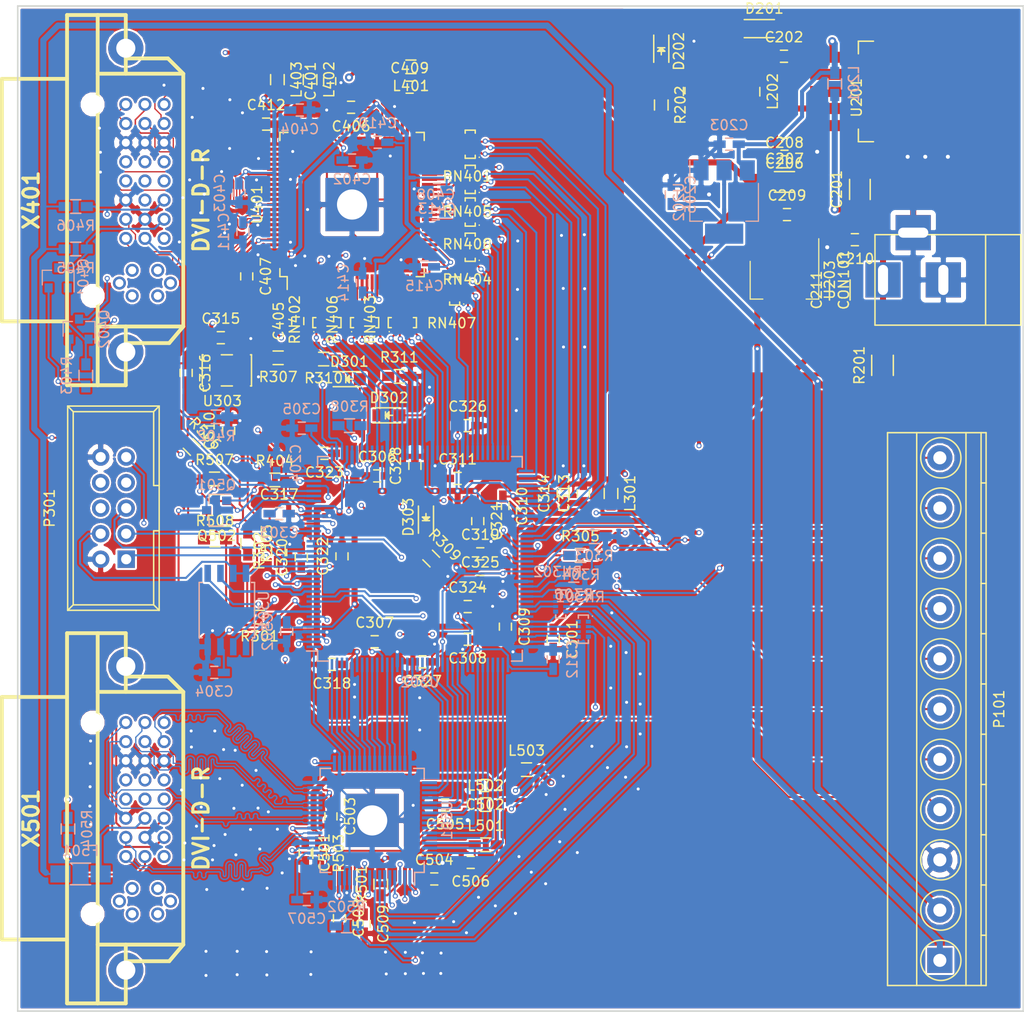
<source format=kicad_pcb>
(kicad_pcb (version 20160815) (host pcbnew "(2016-12-02 revision 54c5f6b)-master")

  (general
    (links 472)
    (no_connects 0)
    (area 19.924999 19.924999 120.075001 120.075001)
    (thickness 1.6)
    (drawings 4)
    (tracks 5115)
    (zones 0)
    (modules 132)
    (nets 238)
  )

  (page A4)
  (layers
    (0 F.Cu signal)
    (1 In1.Cu signal)
    (2 In2.Cu signal)
    (31 B.Cu signal)
    (32 B.Adhes user)
    (33 F.Adhes user)
    (34 B.Paste user)
    (35 F.Paste user)
    (36 B.SilkS user)
    (37 F.SilkS user)
    (38 B.Mask user)
    (39 F.Mask user)
    (40 Dwgs.User user)
    (41 Cmts.User user)
    (42 Eco1.User user)
    (43 Eco2.User user)
    (44 Edge.Cuts user)
    (45 Margin user)
    (46 B.CrtYd user)
    (47 F.CrtYd user)
    (48 B.Fab user)
    (49 F.Fab user)
  )

  (setup
    (last_trace_width 0.2)
    (user_trace_width 0.15)
    (user_trace_width 0.2)
    (user_trace_width 0.4)
    (user_trace_width 0.6)
    (trace_clearance 0.152)
    (zone_clearance 0.2)
    (zone_45_only no)
    (trace_min 0.125)
    (segment_width 0.2)
    (edge_width 0.15)
    (via_size 0.5)
    (via_drill 0.3)
    (via_min_size 0.4)
    (via_min_drill 0.3)
    (user_via 0.5 0.3)
    (uvia_size 0.3)
    (uvia_drill 0.1)
    (uvias_allowed no)
    (uvia_min_size 0.2)
    (uvia_min_drill 0.1)
    (pcb_text_width 0.3)
    (pcb_text_size 1.5 1.5)
    (mod_edge_width 0.15)
    (mod_text_size 1 1)
    (mod_text_width 0.15)
    (pad_size 1.524 1.524)
    (pad_drill 0.762)
    (pad_to_mask_clearance 0.2)
    (aux_axis_origin 0 0)
    (visible_elements FFFFFF7F)
    (pcbplotparams
      (layerselection 0x00030_ffffffff)
      (usegerberextensions false)
      (excludeedgelayer true)
      (linewidth 0.100000)
      (plotframeref false)
      (viasonmask false)
      (mode 1)
      (useauxorigin false)
      (hpglpennumber 1)
      (hpglpenspeed 20)
      (hpglpendiameter 15)
      (psnegative false)
      (psa4output false)
      (plotreference true)
      (plotvalue true)
      (plotinvisibletext false)
      (padsonsilk false)
      (subtractmaskfromsilk false)
      (outputformat 1)
      (mirror false)
      (drillshape 1)
      (scaleselection 1)
      (outputdirectory ""))
  )

  (net 0 "")
  (net 1 /power/VIN)
  (net 2 GND)
  (net 3 "Net-(C202-Pad2)")
  (net 4 +2V5)
  (net 5 +3V3)
  (net 6 +1V2)
  (net 7 +V_IO)
  (net 8 /dvi_out/TVDD)
  (net 9 "Net-(D201-Pad1)")
  (net 10 "Net-(D202-Pad2)")
  (net 11 "Net-(F501-Pad1)")
  (net 12 +5V)
  (net 13 /GPIO0)
  (net 14 /GPIO1)
  (net 15 /GPIO2)
  (net 16 /GPIO3)
  (net 17 /GPIO4)
  (net 18 /GPIO5)
  (net 19 /GPIO6)
  (net 20 /GPIO7)
  (net 21 "Net-(P301-Pad9)")
  (net 22 "Net-(P301-Pad8)")
  (net 23 "Net-(P301-Pad7)")
  (net 24 "Net-(P301-Pad6)")
  (net 25 "Net-(P301-Pad5)")
  (net 26 "Net-(P301-Pad3)")
  (net 27 "Net-(P301-Pad1)")
  (net 28 /dvi_in/DDCDAT_IN)
  (net 29 /dvi_in/DDCCLK_IN)
  (net 30 /dvi_out/DDCDAT)
  (net 31 /dvi_out/DDCCLK)
  (net 32 "Net-(R301-Pad1)")
  (net 33 "Net-(R302-Pad1)")
  (net 34 "Net-(R303-Pad1)")
  (net 35 "Net-(R304-Pad1)")
  (net 36 "Net-(R305-Pad1)")
  (net 37 "Net-(R306-Pad1)")
  (net 38 /fpga/CLK50)
  (net 39 "Net-(R307-Pad2)")
  (net 40 /dvi_out/TXCLK+)
  (net 41 "Net-(R308-Pad1)")
  (net 42 /fpga/CLKIN)
  (net 43 /dvi_in/HOTPLUG)
  (net 44 "Net-(R501-Pad1)")
  (net 45 /dvi_out/MSEN)
  (net 46 "Net-(R503-Pad2)")
  (net 47 /dvi_out/HOTPLUG)
  (net 48 "Net-(R504-Pad1)")
  (net 49 "Net-(RN301-Pad7)")
  (net 50 "Net-(RN301-Pad6)")
  (net 51 "Net-(RN301-Pad5)")
  (net 52 "Net-(RN301-Pad8)")
  (net 53 /dvi_out/CTL1)
  (net 54 /dvi_out/DE)
  (net 55 /dvi_out/VSYNC)
  (net 56 /dvi_out/HSYNC)
  (net 57 /dvi_out/CTL2)
  (net 58 /dvi_out/CTL3)
  (net 59 "Net-(RN302-Pad8)")
  (net 60 "Net-(RN302-Pad5)")
  (net 61 "Net-(RN302-Pad6)")
  (net 62 "Net-(RN302-Pad7)")
  (net 63 /dvi_in/DE)
  (net 64 /dvi_in/VSYNC)
  (net 65 /dvi_in/HSYNC)
  (net 66 "Net-(RN401-Pad4)")
  (net 67 "Net-(RN401-Pad8)")
  (net 68 "Net-(RN401-Pad5)")
  (net 69 "Net-(RN401-Pad6)")
  (net 70 "Net-(RN401-Pad7)")
  (net 71 "Net-(RN402-Pad7)")
  (net 72 "Net-(RN402-Pad6)")
  (net 73 "Net-(RN402-Pad5)")
  (net 74 "Net-(RN402-Pad8)")
  (net 75 /dvi_in/DATI3)
  (net 76 /dvi_in/DATI2)
  (net 77 /dvi_in/DATI1)
  (net 78 /dvi_in/DATI0)
  (net 79 "Net-(RN403-Pad7)")
  (net 80 "Net-(RN403-Pad6)")
  (net 81 "Net-(RN403-Pad5)")
  (net 82 "Net-(RN403-Pad8)")
  (net 83 /dvi_in/DATI11)
  (net 84 /dvi_in/DATI10)
  (net 85 /dvi_in/DATI9)
  (net 86 /dvi_in/DATI8)
  (net 87 "Net-(RN404-Pad7)")
  (net 88 "Net-(RN404-Pad6)")
  (net 89 "Net-(RN404-Pad5)")
  (net 90 "Net-(RN404-Pad8)")
  (net 91 /dvi_in/DATI19)
  (net 92 /dvi_in/DATI18)
  (net 93 /dvi_in/DATI17)
  (net 94 /dvi_in/DATI16)
  (net 95 "Net-(RN405-Pad7)")
  (net 96 "Net-(RN405-Pad6)")
  (net 97 "Net-(RN405-Pad5)")
  (net 98 "Net-(RN405-Pad8)")
  (net 99 /dvi_in/CTL3)
  (net 100 /dvi_in/CTL2)
  (net 101 /dvi_in/CTL1)
  (net 102 /dvi_in/DATI4)
  (net 103 /dvi_in/DATI5)
  (net 104 /dvi_in/DATI6)
  (net 105 /dvi_in/DATI7)
  (net 106 "Net-(RN406-Pad8)")
  (net 107 "Net-(RN406-Pad5)")
  (net 108 "Net-(RN406-Pad6)")
  (net 109 "Net-(RN406-Pad7)")
  (net 110 /dvi_in/DATI12)
  (net 111 /dvi_in/DATI13)
  (net 112 /dvi_in/DATI14)
  (net 113 /dvi_in/DATI15)
  (net 114 "Net-(RN407-Pad8)")
  (net 115 "Net-(RN407-Pad5)")
  (net 116 "Net-(RN407-Pad6)")
  (net 117 "Net-(RN407-Pad7)")
  (net 118 /dvi_in/DATI20)
  (net 119 /dvi_in/DATI21)
  (net 120 /dvi_in/DATI22)
  (net 121 /dvi_in/DATI23)
  (net 122 "Net-(RN408-Pad8)")
  (net 123 "Net-(RN408-Pad5)")
  (net 124 "Net-(RN408-Pad6)")
  (net 125 "Net-(RN408-Pad7)")
  (net 126 /dvi_out/DATO4)
  (net 127 /dvi_out/DATO5)
  (net 128 /dvi_out/DATO6)
  (net 129 /dvi_out/DATO7)
  (net 130 /dvi_out/DATO12)
  (net 131 /dvi_out/DATO13)
  (net 132 /dvi_out/DATO14)
  (net 133 /dvi_out/DATO15)
  (net 134 /dvi_out/DATO20)
  (net 135 /dvi_out/DATO21)
  (net 136 /dvi_out/DATO22)
  (net 137 /dvi_out/DATO23)
  (net 138 /dvi_out/DATO3)
  (net 139 /dvi_out/DATO2)
  (net 140 /dvi_out/DATO1)
  (net 141 /dvi_out/DATO0)
  (net 142 /dvi_out/DATO11)
  (net 143 /dvi_out/DATO10)
  (net 144 /dvi_out/DATO9)
  (net 145 /dvi_out/DATO8)
  (net 146 /dvi_out/DATO19)
  (net 147 /dvi_out/DATO18)
  (net 148 /dvi_out/DATO17)
  (net 149 /dvi_out/DATO16)
  (net 150 /fpga/DCLK)
  (net 151 /fpga/ASDI)
  (net 152 /fpga/DATA)
  (net 153 /fpga/nCS)
  (net 154 "Net-(U302-Pad127)")
  (net 155 /dvi_in/LINK_ACT)
  (net 156 /dvi_in/PDOWN)
  (net 157 /dvi_out/EDGE)
  (net 158 /dvi_out/DKEN)
  (net 159 "Net-(U303-Pad1)")
  (net 160 "Net-(U401-Pad96)")
  (net 161 /dvi_in/RxC-)
  (net 162 /dvi_in/RxC+)
  (net 163 /dvi_in/Rx0+)
  (net 164 /dvi_in/Rx1-)
  (net 165 /dvi_in/Rx1+)
  (net 166 /dvi_in/Rx2-)
  (net 167 /dvi_in/Rx2+)
  (net 168 "Net-(U401-Pad77)")
  (net 169 "Net-(U401-Pad75)")
  (net 170 "Net-(U401-Pad74)")
  (net 171 "Net-(U401-Pad73)")
  (net 172 "Net-(U401-Pad72)")
  (net 173 "Net-(U401-Pad71)")
  (net 174 "Net-(U401-Pad70)")
  (net 175 "Net-(U401-Pad69)")
  (net 176 "Net-(U401-Pad66)")
  (net 177 "Net-(U401-Pad65)")
  (net 178 "Net-(U401-Pad64)")
  (net 179 "Net-(U401-Pad63)")
  (net 180 "Net-(U401-Pad62)")
  (net 181 "Net-(U401-Pad61)")
  (net 182 "Net-(U401-Pad60)")
  (net 183 "Net-(U401-Pad59)")
  (net 184 "Net-(U401-Pad56)")
  (net 185 "Net-(U401-Pad55)")
  (net 186 "Net-(U401-Pad54)")
  (net 187 "Net-(U401-Pad53)")
  (net 188 "Net-(U401-Pad52)")
  (net 189 "Net-(U401-Pad51)")
  (net 190 "Net-(U401-Pad50)")
  (net 191 "Net-(U401-Pad49)")
  (net 192 "Net-(U501-Pad56)")
  (net 193 "Net-(U501-Pad49)")
  (net 194 /dvi_out/TX2+)
  (net 195 /dvi_out/TX2-)
  (net 196 /dvi_out/TX1+)
  (net 197 /dvi_out/TX1-)
  (net 198 /dvi_out/TX0+)
  (net 199 /dvi_out/TX0-)
  (net 200 /dvi_out/TXC+)
  (net 201 /dvi_out/TXC-)
  (net 202 "Net-(X401-Pad8)")
  (net 203 "Net-(X401-Pad21)")
  (net 204 "Net-(X401-Pad20)")
  (net 205 "Net-(X401-Pad14)")
  (net 206 "Net-(X401-Pad13)")
  (net 207 "Net-(X401-Pad12)")
  (net 208 "Net-(X401-Pad5)")
  (net 209 "Net-(X401-Pad4)")
  (net 210 "Net-(X501-Pad4)")
  (net 211 "Net-(X501-Pad5)")
  (net 212 "Net-(X501-Pad12)")
  (net 213 "Net-(X501-Pad13)")
  (net 214 "Net-(X501-Pad20)")
  (net 215 "Net-(X501-Pad21)")
  (net 216 "Net-(X501-Pad8)")
  (net 217 "Net-(D301-Pad2)")
  (net 218 "Net-(D302-Pad2)")
  (net 219 "Net-(D303-Pad2)")
  (net 220 /dvi_in/Rx0-)
  (net 221 "Net-(U302-Pad99)")
  (net 222 "Net-(U302-Pad84)")
  (net 223 "Net-(U302-Pad83)")
  (net 224 "Net-(RN302-Pad1)")
  (net 225 "Net-(D301-Pad1)")
  (net 226 "Net-(D302-Pad1)")
  (net 227 "Net-(D303-Pad1)")
  (net 228 "Net-(RN301-Pad1)")
  (net 229 /dvi_in/PVDD)
  (net 230 /dvi_in/DVDD)
  (net 231 /dvi_in/AVDD)
  (net 232 /dvi_out/DVDD)
  (net 233 /dvi_out/PVDD)
  (net 234 /dvi_out/DDCDAT_)
  (net 235 /dvi_out/DDCCLK_)
  (net 236 /dvi_in/DDCDAT_)
  (net 237 /dvi_in/DDCCLK_)

  (net_class Default "This is the default net class."
    (clearance 0.152)
    (trace_width 0.2)
    (via_dia 0.5)
    (via_drill 0.3)
    (uvia_dia 0.3)
    (uvia_drill 0.1)
    (diff_pair_gap 0.25)
    (diff_pair_width 0.2)
    (add_net +1V2)
    (add_net +2V5)
    (add_net +3V3)
    (add_net +5V)
    (add_net +V_IO)
    (add_net /GPIO0)
    (add_net /GPIO1)
    (add_net /GPIO2)
    (add_net /GPIO3)
    (add_net /GPIO4)
    (add_net /GPIO5)
    (add_net /GPIO6)
    (add_net /GPIO7)
    (add_net /dvi_in/AVDD)
    (add_net /dvi_in/CTL1)
    (add_net /dvi_in/CTL2)
    (add_net /dvi_in/CTL3)
    (add_net /dvi_in/DATI0)
    (add_net /dvi_in/DATI1)
    (add_net /dvi_in/DATI10)
    (add_net /dvi_in/DATI11)
    (add_net /dvi_in/DATI12)
    (add_net /dvi_in/DATI13)
    (add_net /dvi_in/DATI14)
    (add_net /dvi_in/DATI15)
    (add_net /dvi_in/DATI16)
    (add_net /dvi_in/DATI17)
    (add_net /dvi_in/DATI18)
    (add_net /dvi_in/DATI19)
    (add_net /dvi_in/DATI2)
    (add_net /dvi_in/DATI20)
    (add_net /dvi_in/DATI21)
    (add_net /dvi_in/DATI22)
    (add_net /dvi_in/DATI23)
    (add_net /dvi_in/DATI3)
    (add_net /dvi_in/DATI4)
    (add_net /dvi_in/DATI5)
    (add_net /dvi_in/DATI6)
    (add_net /dvi_in/DATI7)
    (add_net /dvi_in/DATI8)
    (add_net /dvi_in/DATI9)
    (add_net /dvi_in/DDCCLK_)
    (add_net /dvi_in/DDCCLK_IN)
    (add_net /dvi_in/DDCDAT_)
    (add_net /dvi_in/DDCDAT_IN)
    (add_net /dvi_in/DE)
    (add_net /dvi_in/DVDD)
    (add_net /dvi_in/HOTPLUG)
    (add_net /dvi_in/HSYNC)
    (add_net /dvi_in/LINK_ACT)
    (add_net /dvi_in/PDOWN)
    (add_net /dvi_in/PVDD)
    (add_net /dvi_in/Rx0+)
    (add_net /dvi_in/Rx0-)
    (add_net /dvi_in/Rx1+)
    (add_net /dvi_in/Rx1-)
    (add_net /dvi_in/Rx2+)
    (add_net /dvi_in/Rx2-)
    (add_net /dvi_in/RxC+)
    (add_net /dvi_in/RxC-)
    (add_net /dvi_in/VSYNC)
    (add_net /dvi_out/CTL1)
    (add_net /dvi_out/CTL2)
    (add_net /dvi_out/CTL3)
    (add_net /dvi_out/DATO0)
    (add_net /dvi_out/DATO1)
    (add_net /dvi_out/DATO10)
    (add_net /dvi_out/DATO11)
    (add_net /dvi_out/DATO12)
    (add_net /dvi_out/DATO13)
    (add_net /dvi_out/DATO14)
    (add_net /dvi_out/DATO15)
    (add_net /dvi_out/DATO16)
    (add_net /dvi_out/DATO17)
    (add_net /dvi_out/DATO18)
    (add_net /dvi_out/DATO19)
    (add_net /dvi_out/DATO2)
    (add_net /dvi_out/DATO20)
    (add_net /dvi_out/DATO21)
    (add_net /dvi_out/DATO22)
    (add_net /dvi_out/DATO23)
    (add_net /dvi_out/DATO3)
    (add_net /dvi_out/DATO4)
    (add_net /dvi_out/DATO5)
    (add_net /dvi_out/DATO6)
    (add_net /dvi_out/DATO7)
    (add_net /dvi_out/DATO8)
    (add_net /dvi_out/DATO9)
    (add_net /dvi_out/DDCCLK)
    (add_net /dvi_out/DDCCLK_)
    (add_net /dvi_out/DDCDAT)
    (add_net /dvi_out/DDCDAT_)
    (add_net /dvi_out/DE)
    (add_net /dvi_out/DKEN)
    (add_net /dvi_out/DVDD)
    (add_net /dvi_out/EDGE)
    (add_net /dvi_out/HOTPLUG)
    (add_net /dvi_out/HSYNC)
    (add_net /dvi_out/MSEN)
    (add_net /dvi_out/PVDD)
    (add_net /dvi_out/TVDD)
    (add_net /dvi_out/TX0+)
    (add_net /dvi_out/TX0-)
    (add_net /dvi_out/TX1+)
    (add_net /dvi_out/TX1-)
    (add_net /dvi_out/TX2+)
    (add_net /dvi_out/TX2-)
    (add_net /dvi_out/TXC+)
    (add_net /dvi_out/TXC-)
    (add_net /dvi_out/TXCLK+)
    (add_net /dvi_out/VSYNC)
    (add_net /fpga/ASDI)
    (add_net /fpga/CLK50)
    (add_net /fpga/CLKIN)
    (add_net /fpga/DATA)
    (add_net /fpga/DCLK)
    (add_net /fpga/nCS)
    (add_net /power/VIN)
    (add_net GND)
    (add_net "Net-(C202-Pad2)")
    (add_net "Net-(D201-Pad1)")
    (add_net "Net-(D202-Pad2)")
    (add_net "Net-(D301-Pad1)")
    (add_net "Net-(D301-Pad2)")
    (add_net "Net-(D302-Pad1)")
    (add_net "Net-(D302-Pad2)")
    (add_net "Net-(D303-Pad1)")
    (add_net "Net-(D303-Pad2)")
    (add_net "Net-(F501-Pad1)")
    (add_net "Net-(P301-Pad1)")
    (add_net "Net-(P301-Pad3)")
    (add_net "Net-(P301-Pad5)")
    (add_net "Net-(P301-Pad6)")
    (add_net "Net-(P301-Pad7)")
    (add_net "Net-(P301-Pad8)")
    (add_net "Net-(P301-Pad9)")
    (add_net "Net-(R301-Pad1)")
    (add_net "Net-(R302-Pad1)")
    (add_net "Net-(R303-Pad1)")
    (add_net "Net-(R304-Pad1)")
    (add_net "Net-(R305-Pad1)")
    (add_net "Net-(R306-Pad1)")
    (add_net "Net-(R307-Pad2)")
    (add_net "Net-(R308-Pad1)")
    (add_net "Net-(R501-Pad1)")
    (add_net "Net-(R503-Pad2)")
    (add_net "Net-(R504-Pad1)")
    (add_net "Net-(RN301-Pad1)")
    (add_net "Net-(RN301-Pad5)")
    (add_net "Net-(RN301-Pad6)")
    (add_net "Net-(RN301-Pad7)")
    (add_net "Net-(RN301-Pad8)")
    (add_net "Net-(RN302-Pad1)")
    (add_net "Net-(RN302-Pad5)")
    (add_net "Net-(RN302-Pad6)")
    (add_net "Net-(RN302-Pad7)")
    (add_net "Net-(RN302-Pad8)")
    (add_net "Net-(RN401-Pad4)")
    (add_net "Net-(RN401-Pad5)")
    (add_net "Net-(RN401-Pad6)")
    (add_net "Net-(RN401-Pad7)")
    (add_net "Net-(RN401-Pad8)")
    (add_net "Net-(RN402-Pad5)")
    (add_net "Net-(RN402-Pad6)")
    (add_net "Net-(RN402-Pad7)")
    (add_net "Net-(RN402-Pad8)")
    (add_net "Net-(RN403-Pad5)")
    (add_net "Net-(RN403-Pad6)")
    (add_net "Net-(RN403-Pad7)")
    (add_net "Net-(RN403-Pad8)")
    (add_net "Net-(RN404-Pad5)")
    (add_net "Net-(RN404-Pad6)")
    (add_net "Net-(RN404-Pad7)")
    (add_net "Net-(RN404-Pad8)")
    (add_net "Net-(RN405-Pad5)")
    (add_net "Net-(RN405-Pad6)")
    (add_net "Net-(RN405-Pad7)")
    (add_net "Net-(RN405-Pad8)")
    (add_net "Net-(RN406-Pad5)")
    (add_net "Net-(RN406-Pad6)")
    (add_net "Net-(RN406-Pad7)")
    (add_net "Net-(RN406-Pad8)")
    (add_net "Net-(RN407-Pad5)")
    (add_net "Net-(RN407-Pad6)")
    (add_net "Net-(RN407-Pad7)")
    (add_net "Net-(RN407-Pad8)")
    (add_net "Net-(RN408-Pad5)")
    (add_net "Net-(RN408-Pad6)")
    (add_net "Net-(RN408-Pad7)")
    (add_net "Net-(RN408-Pad8)")
    (add_net "Net-(U302-Pad127)")
    (add_net "Net-(U302-Pad83)")
    (add_net "Net-(U302-Pad84)")
    (add_net "Net-(U302-Pad99)")
    (add_net "Net-(U303-Pad1)")
    (add_net "Net-(U401-Pad49)")
    (add_net "Net-(U401-Pad50)")
    (add_net "Net-(U401-Pad51)")
    (add_net "Net-(U401-Pad52)")
    (add_net "Net-(U401-Pad53)")
    (add_net "Net-(U401-Pad54)")
    (add_net "Net-(U401-Pad55)")
    (add_net "Net-(U401-Pad56)")
    (add_net "Net-(U401-Pad59)")
    (add_net "Net-(U401-Pad60)")
    (add_net "Net-(U401-Pad61)")
    (add_net "Net-(U401-Pad62)")
    (add_net "Net-(U401-Pad63)")
    (add_net "Net-(U401-Pad64)")
    (add_net "Net-(U401-Pad65)")
    (add_net "Net-(U401-Pad66)")
    (add_net "Net-(U401-Pad69)")
    (add_net "Net-(U401-Pad70)")
    (add_net "Net-(U401-Pad71)")
    (add_net "Net-(U401-Pad72)")
    (add_net "Net-(U401-Pad73)")
    (add_net "Net-(U401-Pad74)")
    (add_net "Net-(U401-Pad75)")
    (add_net "Net-(U401-Pad77)")
    (add_net "Net-(U401-Pad96)")
    (add_net "Net-(U501-Pad49)")
    (add_net "Net-(U501-Pad56)")
    (add_net "Net-(X401-Pad12)")
    (add_net "Net-(X401-Pad13)")
    (add_net "Net-(X401-Pad14)")
    (add_net "Net-(X401-Pad20)")
    (add_net "Net-(X401-Pad21)")
    (add_net "Net-(X401-Pad4)")
    (add_net "Net-(X401-Pad5)")
    (add_net "Net-(X401-Pad8)")
    (add_net "Net-(X501-Pad12)")
    (add_net "Net-(X501-Pad13)")
    (add_net "Net-(X501-Pad20)")
    (add_net "Net-(X501-Pad21)")
    (add_net "Net-(X501-Pad4)")
    (add_net "Net-(X501-Pad5)")
    (add_net "Net-(X501-Pad8)")
  )

  (module smd:HQFP-100_14x14mm_Pitch0.5mm_handsoldering (layer F.Cu) (tedit 584FF58E) (tstamp 584DB91D)
    (at 53.25 39.75 90)
    (descr "100-Lead Plastic Thin Quad Flatpack (PF) - 14x14x1 mm Body 2.00 mm Footprint [TQFP] (see Microchip Packaging Specification 00000049BS.pdf)")
    (tags "QFP 0.5")
    (path /583B5F85/583B662D)
    (attr smd)
    (fp_text reference U401 (at 0 -9.45 90) (layer F.SilkS)
      (effects (font (size 1 1) (thickness 0.15)))
    )
    (fp_text value TFP401 (at 0 9.45 90) (layer F.Fab)
      (effects (font (size 1 1) (thickness 0.15)))
    )
    (fp_text user %R (at 0 0 90) (layer F.Fab)
      (effects (font (size 1 1) (thickness 0.15)))
    )
    (fp_line (start -6 -7) (end 7 -7) (layer F.Fab) (width 0.15))
    (fp_line (start 7 -7) (end 7 7) (layer F.Fab) (width 0.15))
    (fp_line (start 7 7) (end -7 7) (layer F.Fab) (width 0.15))
    (fp_line (start -7 7) (end -7 -6) (layer F.Fab) (width 0.15))
    (fp_line (start -7 -6) (end -6 -7) (layer F.Fab) (width 0.15))
    (fp_line (start -8.7 -8.7) (end -8.7 8.7) (layer F.CrtYd) (width 0.05))
    (fp_line (start 8.7 -8.7) (end 8.7 8.7) (layer F.CrtYd) (width 0.05))
    (fp_line (start -8.7 -8.7) (end 8.7 -8.7) (layer F.CrtYd) (width 0.05))
    (fp_line (start -8.7 8.7) (end 8.7 8.7) (layer F.CrtYd) (width 0.05))
    (fp_line (start -7.175 -7.175) (end -7.175 -6.45) (layer F.SilkS) (width 0.15))
    (fp_line (start 7.175 -7.175) (end 7.175 -6.375) (layer F.SilkS) (width 0.15))
    (fp_line (start 7.175 7.175) (end 7.175 6.375) (layer F.SilkS) (width 0.15))
    (fp_line (start -7.175 7.175) (end -7.175 6.375) (layer F.SilkS) (width 0.15))
    (fp_line (start -7.175 -7.175) (end -6.375 -7.175) (layer F.SilkS) (width 0.15))
    (fp_line (start -7.175 7.175) (end -6.375 7.175) (layer F.SilkS) (width 0.15))
    (fp_line (start 7.175 7.175) (end 6.375 7.175) (layer F.SilkS) (width 0.15))
    (fp_line (start 7.175 -7.175) (end 6.375 -7.175) (layer F.SilkS) (width 0.15))
    (fp_line (start -7.175 -6.45) (end -8.45 -6.45) (layer F.SilkS) (width 0.15))
    (pad 101 thru_hole rect (at 0 0 90) (size 5.3 5.3) (drill 3) (layers *.Cu *.Mask)
      (net 2 GND))
    (pad 1 smd rect (at -7.7 -6 90) (size 1.5 0.3) (layers F.Cu F.Paste F.Mask)
      (net 2 GND))
    (pad 2 smd rect (at -7.7 -5.5 90) (size 1.5 0.3) (layers F.Cu F.Paste F.Mask)
      (net 156 /dvi_in/PDOWN))
    (pad 3 smd rect (at -7.7 -5 90) (size 1.5 0.3) (layers F.Cu F.Paste F.Mask)
      (net 2 GND))
    (pad 4 smd rect (at -7.7 -4.5 90) (size 1.5 0.3) (layers F.Cu F.Paste F.Mask)
      (net 2 GND))
    (pad 5 smd rect (at -7.7 -4 90) (size 1.5 0.3) (layers F.Cu F.Paste F.Mask)
      (net 2 GND))
    (pad 6 smd rect (at -7.7 -3.5 90) (size 1.5 0.3) (layers F.Cu F.Paste F.Mask)
      (net 230 /dvi_in/DVDD))
    (pad 7 smd rect (at -7.7 -3 90) (size 1.5 0.3) (layers F.Cu F.Paste F.Mask)
      (net 2 GND))
    (pad 8 smd rect (at -7.7 -2.5 90) (size 1.5 0.3) (layers F.Cu F.Paste F.Mask)
      (net 155 /dvi_in/LINK_ACT))
    (pad 9 smd rect (at -7.7 -2 90) (size 1.5 0.3) (layers F.Cu F.Paste F.Mask)
      (net 156 /dvi_in/PDOWN))
    (pad 10 smd rect (at -7.7 -1.5 90) (size 1.5 0.3) (layers F.Cu F.Paste F.Mask)
      (net 74 "Net-(RN402-Pad8)"))
    (pad 11 smd rect (at -7.7 -1 90) (size 1.5 0.3) (layers F.Cu F.Paste F.Mask)
      (net 71 "Net-(RN402-Pad7)"))
    (pad 12 smd rect (at -7.7 -0.5 90) (size 1.5 0.3) (layers F.Cu F.Paste F.Mask)
      (net 72 "Net-(RN402-Pad6)"))
    (pad 13 smd rect (at -7.7 0 90) (size 1.5 0.3) (layers F.Cu F.Paste F.Mask)
      (net 73 "Net-(RN402-Pad5)"))
    (pad 14 smd rect (at -7.7 0.5 90) (size 1.5 0.3) (layers F.Cu F.Paste F.Mask)
      (net 106 "Net-(RN406-Pad8)"))
    (pad 15 smd rect (at -7.7 1 90) (size 1.5 0.3) (layers F.Cu F.Paste F.Mask)
      (net 109 "Net-(RN406-Pad7)"))
    (pad 16 smd rect (at -7.7 1.5 90) (size 1.5 0.3) (layers F.Cu F.Paste F.Mask)
      (net 108 "Net-(RN406-Pad6)"))
    (pad 17 smd rect (at -7.7 2 90) (size 1.5 0.3) (layers F.Cu F.Paste F.Mask)
      (net 107 "Net-(RN406-Pad5)"))
    (pad 18 smd rect (at -7.7 2.5 90) (size 1.5 0.3) (layers F.Cu F.Paste F.Mask)
      (net 229 /dvi_in/PVDD))
    (pad 19 smd rect (at -7.7 3 90) (size 1.5 0.3) (layers F.Cu F.Paste F.Mask)
      (net 2 GND))
    (pad 20 smd rect (at -7.7 3.5 90) (size 1.5 0.3) (layers F.Cu F.Paste F.Mask)
      (net 82 "Net-(RN403-Pad8)"))
    (pad 21 smd rect (at -7.7 4 90) (size 1.5 0.3) (layers F.Cu F.Paste F.Mask)
      (net 79 "Net-(RN403-Pad7)"))
    (pad 22 smd rect (at -7.7 4.5 90) (size 1.5 0.3) (layers F.Cu F.Paste F.Mask)
      (net 80 "Net-(RN403-Pad6)"))
    (pad 23 smd rect (at -7.7 5 90) (size 1.5 0.3) (layers F.Cu F.Paste F.Mask)
      (net 81 "Net-(RN403-Pad5)"))
    (pad 24 smd rect (at -7.7 5.5 90) (size 1.5 0.3) (layers F.Cu F.Paste F.Mask)
      (net 114 "Net-(RN407-Pad8)"))
    (pad 25 smd rect (at -7.7 6 90) (size 1.5 0.3) (layers F.Cu F.Paste F.Mask)
      (net 117 "Net-(RN407-Pad7)"))
    (pad 26 smd rect (at -6 7.7 180) (size 1.5 0.3) (layers F.Cu F.Paste F.Mask)
      (net 116 "Net-(RN407-Pad6)"))
    (pad 27 smd rect (at -5.5 7.7 180) (size 1.5 0.3) (layers F.Cu F.Paste F.Mask)
      (net 115 "Net-(RN407-Pad5)"))
    (pad 28 smd rect (at -5 7.7 180) (size 1.5 0.3) (layers F.Cu F.Paste F.Mask)
      (net 2 GND))
    (pad 29 smd rect (at -4.5 7.7 180) (size 1.5 0.3) (layers F.Cu F.Paste F.Mask)
      (net 229 /dvi_in/PVDD))
    (pad 30 smd rect (at -4 7.7 180) (size 1.5 0.3) (layers F.Cu F.Paste F.Mask)
      (net 90 "Net-(RN404-Pad8)"))
    (pad 31 smd rect (at -3.5 7.7 180) (size 1.5 0.3) (layers F.Cu F.Paste F.Mask)
      (net 87 "Net-(RN404-Pad7)"))
    (pad 32 smd rect (at -3 7.7 180) (size 1.5 0.3) (layers F.Cu F.Paste F.Mask)
      (net 88 "Net-(RN404-Pad6)"))
    (pad 33 smd rect (at -2.5 7.7 180) (size 1.5 0.3) (layers F.Cu F.Paste F.Mask)
      (net 89 "Net-(RN404-Pad5)"))
    (pad 34 smd rect (at -2 7.7 180) (size 1.5 0.3) (layers F.Cu F.Paste F.Mask)
      (net 122 "Net-(RN408-Pad8)"))
    (pad 35 smd rect (at -1.5 7.7 180) (size 1.5 0.3) (layers F.Cu F.Paste F.Mask)
      (net 125 "Net-(RN408-Pad7)"))
    (pad 36 smd rect (at -1 7.7 180) (size 1.5 0.3) (layers F.Cu F.Paste F.Mask)
      (net 124 "Net-(RN408-Pad6)"))
    (pad 37 smd rect (at -0.5 7.7 180) (size 1.5 0.3) (layers F.Cu F.Paste F.Mask)
      (net 123 "Net-(RN408-Pad5)"))
    (pad 38 smd rect (at 0 7.7 180) (size 1.5 0.3) (layers F.Cu F.Paste F.Mask)
      (net 230 /dvi_in/DVDD))
    (pad 39 smd rect (at 0.5 7.7 180) (size 1.5 0.3) (layers F.Cu F.Paste F.Mask)
      (net 2 GND))
    (pad 40 smd rect (at 1 7.7 180) (size 1.5 0.3) (layers F.Cu F.Paste F.Mask)
      (net 98 "Net-(RN405-Pad8)"))
    (pad 41 smd rect (at 1.5 7.7 180) (size 1.5 0.3) (layers F.Cu F.Paste F.Mask)
      (net 95 "Net-(RN405-Pad7)"))
    (pad 42 smd rect (at 2 7.7 180) (size 1.5 0.3) (layers F.Cu F.Paste F.Mask)
      (net 96 "Net-(RN405-Pad6)"))
    (pad 43 smd rect (at 2.5 7.7 180) (size 1.5 0.3) (layers F.Cu F.Paste F.Mask)
      (net 229 /dvi_in/PVDD))
    (pad 44 smd rect (at 3 7.7 180) (size 1.5 0.3) (layers F.Cu F.Paste F.Mask)
      (net 97 "Net-(RN405-Pad5)"))
    (pad 45 smd rect (at 3.5 7.7 180) (size 1.5 0.3) (layers F.Cu F.Paste F.Mask)
      (net 2 GND))
    (pad 46 smd rect (at 4 7.7 180) (size 1.5 0.3) (layers F.Cu F.Paste F.Mask)
      (net 67 "Net-(RN401-Pad8)"))
    (pad 47 smd rect (at 4.5 7.7 180) (size 1.5 0.3) (layers F.Cu F.Paste F.Mask)
      (net 70 "Net-(RN401-Pad7)"))
    (pad 48 smd rect (at 5 7.7 180) (size 1.5 0.3) (layers F.Cu F.Paste F.Mask)
      (net 69 "Net-(RN401-Pad6)"))
    (pad 49 smd rect (at 5.5 7.7 180) (size 1.5 0.3) (layers F.Cu F.Paste F.Mask)
      (net 191 "Net-(U401-Pad49)"))
    (pad 50 smd rect (at 6 7.7 180) (size 1.5 0.3) (layers F.Cu F.Paste F.Mask)
      (net 190 "Net-(U401-Pad50)"))
    (pad 51 smd rect (at 7.7 6 90) (size 1.5 0.3) (layers F.Cu F.Paste F.Mask)
      (net 189 "Net-(U401-Pad51)"))
    (pad 52 smd rect (at 7.7 5.5 90) (size 1.5 0.3) (layers F.Cu F.Paste F.Mask)
      (net 188 "Net-(U401-Pad52)"))
    (pad 53 smd rect (at 7.7 5 90) (size 1.5 0.3) (layers F.Cu F.Paste F.Mask)
      (net 187 "Net-(U401-Pad53)"))
    (pad 54 smd rect (at 7.7 4.5 90) (size 1.5 0.3) (layers F.Cu F.Paste F.Mask)
      (net 186 "Net-(U401-Pad54)"))
    (pad 55 smd rect (at 7.7 4 90) (size 1.5 0.3) (layers F.Cu F.Paste F.Mask)
      (net 185 "Net-(U401-Pad55)"))
    (pad 56 smd rect (at 7.7 3.5 90) (size 1.5 0.3) (layers F.Cu F.Paste F.Mask)
      (net 184 "Net-(U401-Pad56)"))
    (pad 57 smd rect (at 7.7 3 90) (size 1.5 0.3) (layers F.Cu F.Paste F.Mask)
      (net 229 /dvi_in/PVDD))
    (pad 58 smd rect (at 7.7 2.5 90) (size 1.5 0.3) (layers F.Cu F.Paste F.Mask)
      (net 2 GND))
    (pad 59 smd rect (at 7.7 2 90) (size 1.5 0.3) (layers F.Cu F.Paste F.Mask)
      (net 183 "Net-(U401-Pad59)"))
    (pad 60 smd rect (at 7.7 1.5 90) (size 1.5 0.3) (layers F.Cu F.Paste F.Mask)
      (net 182 "Net-(U401-Pad60)"))
    (pad 61 smd rect (at 7.7 1 90) (size 1.5 0.3) (layers F.Cu F.Paste F.Mask)
      (net 181 "Net-(U401-Pad61)"))
    (pad 62 smd rect (at 7.7 0.5 90) (size 1.5 0.3) (layers F.Cu F.Paste F.Mask)
      (net 180 "Net-(U401-Pad62)"))
    (pad 63 smd rect (at 7.7 0 90) (size 1.5 0.3) (layers F.Cu F.Paste F.Mask)
      (net 179 "Net-(U401-Pad63)"))
    (pad 64 smd rect (at 7.7 -0.5 90) (size 1.5 0.3) (layers F.Cu F.Paste F.Mask)
      (net 178 "Net-(U401-Pad64)"))
    (pad 65 smd rect (at 7.7 -1 90) (size 1.5 0.3) (layers F.Cu F.Paste F.Mask)
      (net 177 "Net-(U401-Pad65)"))
    (pad 66 smd rect (at 7.7 -1.5 90) (size 1.5 0.3) (layers F.Cu F.Paste F.Mask)
      (net 176 "Net-(U401-Pad66)"))
    (pad 67 smd rect (at 7.7 -2 90) (size 1.5 0.3) (layers F.Cu F.Paste F.Mask)
      (net 230 /dvi_in/DVDD))
    (pad 68 smd rect (at 7.7 -2.5 90) (size 1.5 0.3) (layers F.Cu F.Paste F.Mask)
      (net 2 GND))
    (pad 69 smd rect (at 7.7 -3 90) (size 1.5 0.3) (layers F.Cu F.Paste F.Mask)
      (net 175 "Net-(U401-Pad69)"))
    (pad 70 smd rect (at 7.7 -3.5 90) (size 1.5 0.3) (layers F.Cu F.Paste F.Mask)
      (net 174 "Net-(U401-Pad70)"))
    (pad 71 smd rect (at 7.7 -4 90) (size 1.5 0.3) (layers F.Cu F.Paste F.Mask)
      (net 173 "Net-(U401-Pad71)"))
    (pad 72 smd rect (at 7.7 -4.5 90) (size 1.5 0.3) (layers F.Cu F.Paste F.Mask)
      (net 172 "Net-(U401-Pad72)"))
    (pad 73 smd rect (at 7.7 -5 90) (size 1.5 0.3) (layers F.Cu F.Paste F.Mask)
      (net 171 "Net-(U401-Pad73)"))
    (pad 74 smd rect (at 7.7 -5.5 90) (size 1.5 0.3) (layers F.Cu F.Paste F.Mask)
      (net 170 "Net-(U401-Pad74)"))
    (pad 75 smd rect (at 7.7 -6 90) (size 1.5 0.3) (layers F.Cu F.Paste F.Mask)
      (net 169 "Net-(U401-Pad75)"))
    (pad 76 smd rect (at 6 -7.7 180) (size 1.5 0.3) (layers F.Cu F.Paste F.Mask)
      (net 2 GND))
    (pad 77 smd rect (at 5.5 -7.7 180) (size 1.5 0.3) (layers F.Cu F.Paste F.Mask)
      (net 168 "Net-(U401-Pad77)"))
    (pad 78 smd rect (at 5 -7.7 180) (size 1.5 0.3) (layers F.Cu F.Paste F.Mask)
      (net 229 /dvi_in/PVDD))
    (pad 79 smd rect (at 4.5 -7.7 180) (size 1.5 0.3) (layers F.Cu F.Paste F.Mask)
      (net 2 GND))
    (pad 80 smd rect (at 4 -7.7 180) (size 1.5 0.3) (layers F.Cu F.Paste F.Mask)
      (net 167 /dvi_in/Rx2+))
    (pad 81 smd rect (at 3.5 -7.7 180) (size 1.5 0.3) (layers F.Cu F.Paste F.Mask)
      (net 166 /dvi_in/Rx2-))
    (pad 82 smd rect (at 3 -7.7 180) (size 1.5 0.3) (layers F.Cu F.Paste F.Mask)
      (net 231 /dvi_in/AVDD))
    (pad 83 smd rect (at 2.5 -7.7 180) (size 1.5 0.3) (layers F.Cu F.Paste F.Mask)
      (net 2 GND))
    (pad 84 smd rect (at 2 -7.7 180) (size 1.5 0.3) (layers F.Cu F.Paste F.Mask)
      (net 231 /dvi_in/AVDD))
    (pad 85 smd rect (at 1.5 -7.7 180) (size 1.5 0.3) (layers F.Cu F.Paste F.Mask)
      (net 165 /dvi_in/Rx1+))
    (pad 86 smd rect (at 1 -7.7 180) (size 1.5 0.3) (layers F.Cu F.Paste F.Mask)
      (net 164 /dvi_in/Rx1-))
    (pad 87 smd rect (at 0.5 -7.7 180) (size 1.5 0.3) (layers F.Cu F.Paste F.Mask)
      (net 2 GND))
    (pad 88 smd rect (at 0 -7.7 180) (size 1.5 0.3) (layers F.Cu F.Paste F.Mask)
      (net 231 /dvi_in/AVDD))
    (pad 89 smd rect (at -0.5 -7.7 180) (size 1.5 0.3) (layers F.Cu F.Paste F.Mask)
      (net 2 GND))
    (pad 90 smd rect (at -1 -7.7 180) (size 1.5 0.3) (layers F.Cu F.Paste F.Mask)
      (net 163 /dvi_in/Rx0+))
    (pad 91 smd rect (at -1.5 -7.7 180) (size 1.5 0.3) (layers F.Cu F.Paste F.Mask)
      (net 220 /dvi_in/Rx0-))
    (pad 92 smd rect (at -2 -7.7 180) (size 1.5 0.3) (layers F.Cu F.Paste F.Mask)
      (net 2 GND))
    (pad 93 smd rect (at -2.5 -7.7 180) (size 1.5 0.3) (layers F.Cu F.Paste F.Mask)
      (net 162 /dvi_in/RxC+))
    (pad 94 smd rect (at -3 -7.7 180) (size 1.5 0.3) (layers F.Cu F.Paste F.Mask)
      (net 161 /dvi_in/RxC-))
    (pad 95 smd rect (at -3.5 -7.7 180) (size 1.5 0.3) (layers F.Cu F.Paste F.Mask)
      (net 231 /dvi_in/AVDD))
    (pad 96 smd rect (at -4 -7.7 180) (size 1.5 0.3) (layers F.Cu F.Paste F.Mask)
      (net 160 "Net-(U401-Pad96)"))
    (pad 97 smd rect (at -4.5 -7.7 180) (size 1.5 0.3) (layers F.Cu F.Paste F.Mask)
      (net 229 /dvi_in/PVDD))
    (pad 98 smd rect (at -5 -7.7 180) (size 1.5 0.3) (layers F.Cu F.Paste F.Mask)
      (net 2 GND))
    (pad 99 smd rect (at -5.5 -7.7 180) (size 1.5 0.3) (layers F.Cu F.Paste F.Mask)
      (net 229 /dvi_in/PVDD))
    (pad 100 smd rect (at -6 -7.7 180) (size 1.5 0.3) (layers F.Cu F.Paste F.Mask)
      (net 2 GND))
    (model Housings_QFP.3dshapes/TQFP-100_14x14mm_Pitch0.5mm.wrl
      (at (xyz 0 0 0))
      (scale (xyz 1 1 1))
      (rotate (xyz 0 0 0))
    )
  )

  (module smd:HQFP-64_10x10mm_Pitch0.5mm_handsoldering (layer B.Cu) (tedit 584FF437) (tstamp 584DB962)
    (at 55.25 101.025 90)
    (descr "64-Lead Plastic Thin Quad Flatpack (PT) - 10x10x1 mm Body, 2.00 mm Footprint [TQFP] (see Microchip Packaging Specification 00000049BS.pdf)")
    (tags "QFP 0.5")
    (path /583BE4A7/583BE50E)
    (attr smd)
    (fp_text reference U501 (at 0 7.45 90) (layer B.SilkS)
      (effects (font (size 1 1) (thickness 0.15)) (justify mirror))
    )
    (fp_text value TFP410 (at 0 -7.45 90) (layer B.Fab)
      (effects (font (size 1 1) (thickness 0.15)) (justify mirror))
    )
    (fp_text user %R (at 0 0 90) (layer B.Fab)
      (effects (font (size 1 1) (thickness 0.15)) (justify mirror))
    )
    (fp_line (start -4 5) (end 5 5) (layer B.Fab) (width 0.15))
    (fp_line (start 5 5) (end 5 -5) (layer B.Fab) (width 0.15))
    (fp_line (start 5 -5) (end -5 -5) (layer B.Fab) (width 0.15))
    (fp_line (start -5 -5) (end -5 4) (layer B.Fab) (width 0.15))
    (fp_line (start -5 4) (end -4 5) (layer B.Fab) (width 0.15))
    (fp_line (start -6.7 6.7) (end -6.7 -6.7) (layer B.CrtYd) (width 0.05))
    (fp_line (start 6.7 6.7) (end 6.7 -6.7) (layer B.CrtYd) (width 0.05))
    (fp_line (start -6.7 6.7) (end 6.7 6.7) (layer B.CrtYd) (width 0.05))
    (fp_line (start -6.7 -6.7) (end 6.7 -6.7) (layer B.CrtYd) (width 0.05))
    (fp_line (start -5.175 5.175) (end -5.175 4.225) (layer B.SilkS) (width 0.15))
    (fp_line (start 5.175 5.175) (end 5.175 4.125) (layer B.SilkS) (width 0.15))
    (fp_line (start 5.175 -5.175) (end 5.175 -4.125) (layer B.SilkS) (width 0.15))
    (fp_line (start -5.175 -5.175) (end -5.175 -4.125) (layer B.SilkS) (width 0.15))
    (fp_line (start -5.175 5.175) (end -4.125 5.175) (layer B.SilkS) (width 0.15))
    (fp_line (start -5.175 -5.175) (end -4.125 -5.175) (layer B.SilkS) (width 0.15))
    (fp_line (start 5.175 -5.175) (end 4.125 -5.175) (layer B.SilkS) (width 0.15))
    (fp_line (start 5.175 5.175) (end 4.125 5.175) (layer B.SilkS) (width 0.15))
    (fp_line (start -5.175 4.225) (end -6.45 4.225) (layer B.SilkS) (width 0.15))
    (pad 65 thru_hole rect (at 0 0 90) (size 5.3 5.3) (drill 3) (layers *.Cu *.Mask)
      (net 2 GND))
    (pad 1 smd rect (at -5.7 3.75 90) (size 1.5 0.3) (layers B.Cu)
      (net 232 /dvi_out/DVDD))
    (pad 2 smd rect (at -5.7 3.25 90) (size 1.5 0.3) (layers B.Cu)
      (net 54 /dvi_out/DE))
    (pad 3 smd rect (at -5.7 2.75 90) (size 1.5 0.3) (layers B.Cu)
      (net 44 "Net-(R501-Pad1)"))
    (pad 4 smd rect (at -5.7 2.25 90) (size 1.5 0.3) (layers B.Cu)
      (net 56 /dvi_out/HSYNC))
    (pad 5 smd rect (at -5.7 1.75 90) (size 1.5 0.3) (layers B.Cu)
      (net 55 /dvi_out/VSYNC))
    (pad 6 smd rect (at -5.7 1.25 90) (size 1.5 0.3) (layers B.Cu)
      (net 58 /dvi_out/CTL3))
    (pad 7 smd rect (at -5.7 0.75 90) (size 1.5 0.3) (layers B.Cu)
      (net 57 /dvi_out/CTL2))
    (pad 8 smd rect (at -5.7 0.25 90) (size 1.5 0.3) (layers B.Cu)
      (net 53 /dvi_out/CTL1))
    (pad 9 smd rect (at -5.7 -0.25 90) (size 1.5 0.3) (layers B.Cu)
      (net 157 /dvi_out/EDGE))
    (pad 10 smd rect (at -5.7 -0.75 90) (size 1.5 0.3) (layers B.Cu)
      (net 156 /dvi_in/PDOWN))
    (pad 11 smd rect (at -5.7 -1.25 90) (size 1.5 0.3) (layers B.Cu)
      (net 45 /dvi_out/MSEN))
    (pad 12 smd rect (at -5.7 -1.75 90) (size 1.5 0.3) (layers B.Cu)
      (net 232 /dvi_out/DVDD))
    (pad 13 smd rect (at -5.7 -2.25 90) (size 1.5 0.3) (layers B.Cu)
      (net 2 GND))
    (pad 14 smd rect (at -5.7 -2.75 90) (size 1.5 0.3) (layers B.Cu)
      (net 2 GND))
    (pad 15 smd rect (at -5.7 -3.25 90) (size 1.5 0.3) (layers B.Cu)
      (net 232 /dvi_out/DVDD))
    (pad 16 smd rect (at -5.7 -3.75 90) (size 1.5 0.3) (layers B.Cu)
      (net 2 GND))
    (pad 17 smd rect (at -3.75 -5.7) (size 1.5 0.3) (layers B.Cu)
      (net 2 GND))
    (pad 18 smd rect (at -3.25 -5.7) (size 1.5 0.3) (layers B.Cu)
      (net 233 /dvi_out/PVDD))
    (pad 19 smd rect (at -2.75 -5.7) (size 1.5 0.3) (layers B.Cu)
      (net 46 "Net-(R503-Pad2)"))
    (pad 20 smd rect (at -2.25 -5.7) (size 1.5 0.3) (layers B.Cu)
      (net 2 GND))
    (pad 21 smd rect (at -1.75 -5.7) (size 1.5 0.3) (layers B.Cu)
      (net 201 /dvi_out/TXC-))
    (pad 22 smd rect (at -1.25 -5.7) (size 1.5 0.3) (layers B.Cu)
      (net 200 /dvi_out/TXC+))
    (pad 23 smd rect (at -0.75 -5.7) (size 1.5 0.3) (layers B.Cu)
      (net 8 /dvi_out/TVDD))
    (pad 24 smd rect (at -0.25 -5.7) (size 1.5 0.3) (layers B.Cu)
      (net 199 /dvi_out/TX0-))
    (pad 25 smd rect (at 0.25 -5.7) (size 1.5 0.3) (layers B.Cu)
      (net 198 /dvi_out/TX0+))
    (pad 26 smd rect (at 0.75 -5.7) (size 1.5 0.3) (layers B.Cu)
      (net 2 GND))
    (pad 27 smd rect (at 1.25 -5.7) (size 1.5 0.3) (layers B.Cu)
      (net 197 /dvi_out/TX1-))
    (pad 28 smd rect (at 1.75 -5.7) (size 1.5 0.3) (layers B.Cu)
      (net 196 /dvi_out/TX1+))
    (pad 29 smd rect (at 2.25 -5.7) (size 1.5 0.3) (layers B.Cu)
      (net 8 /dvi_out/TVDD))
    (pad 30 smd rect (at 2.75 -5.7) (size 1.5 0.3) (layers B.Cu)
      (net 195 /dvi_out/TX2-))
    (pad 31 smd rect (at 3.25 -5.7) (size 1.5 0.3) (layers B.Cu)
      (net 194 /dvi_out/TX2+))
    (pad 32 smd rect (at 3.75 -5.7) (size 1.5 0.3) (layers B.Cu)
      (net 2 GND))
    (pad 33 smd rect (at 5.7 -3.75 90) (size 1.5 0.3) (layers B.Cu)
      (net 232 /dvi_out/DVDD))
    (pad 34 smd rect (at 5.7 -3.25 90) (size 1.5 0.3) (layers B.Cu)
      (net 2 GND))
    (pad 35 smd rect (at 5.7 -2.75 90) (size 1.5 0.3) (layers B.Cu)
      (net 158 /dvi_out/DKEN))
    (pad 36 smd rect (at 5.7 -2.25 90) (size 1.5 0.3) (layers B.Cu)
      (net 137 /dvi_out/DATO23))
    (pad 37 smd rect (at 5.7 -1.75 90) (size 1.5 0.3) (layers B.Cu)
      (net 136 /dvi_out/DATO22))
    (pad 38 smd rect (at 5.7 -1.25 90) (size 1.5 0.3) (layers B.Cu)
      (net 135 /dvi_out/DATO21))
    (pad 39 smd rect (at 5.7 -0.75 90) (size 1.5 0.3) (layers B.Cu)
      (net 134 /dvi_out/DATO20))
    (pad 40 smd rect (at 5.7 -0.25 90) (size 1.5 0.3) (layers B.Cu)
      (net 146 /dvi_out/DATO19))
    (pad 41 smd rect (at 5.7 0.25 90) (size 1.5 0.3) (layers B.Cu)
      (net 147 /dvi_out/DATO18))
    (pad 42 smd rect (at 5.7 0.75 90) (size 1.5 0.3) (layers B.Cu)
      (net 148 /dvi_out/DATO17))
    (pad 43 smd rect (at 5.7 1.25 90) (size 1.5 0.3) (layers B.Cu)
      (net 149 /dvi_out/DATO16))
    (pad 44 smd rect (at 5.7 1.75 90) (size 1.5 0.3) (layers B.Cu)
      (net 133 /dvi_out/DATO15))
    (pad 45 smd rect (at 5.7 2.25 90) (size 1.5 0.3) (layers B.Cu)
      (net 132 /dvi_out/DATO14))
    (pad 46 smd rect (at 5.7 2.75 90) (size 1.5 0.3) (layers B.Cu)
      (net 131 /dvi_out/DATO13))
    (pad 47 smd rect (at 5.7 3.25 90) (size 1.5 0.3) (layers B.Cu)
      (net 130 /dvi_out/DATO12))
    (pad 48 smd rect (at 5.7 3.75 90) (size 1.5 0.3) (layers B.Cu)
      (net 2 GND))
    (pad 49 smd rect (at 3.75 5.7) (size 1.5 0.3) (layers B.Cu)
      (net 193 "Net-(U501-Pad49)"))
    (pad 50 smd rect (at 3.25 5.7) (size 1.5 0.3) (layers B.Cu)
      (net 142 /dvi_out/DATO11))
    (pad 51 smd rect (at 2.75 5.7) (size 1.5 0.3) (layers B.Cu)
      (net 143 /dvi_out/DATO10))
    (pad 52 smd rect (at 2.25 5.7) (size 1.5 0.3) (layers B.Cu)
      (net 144 /dvi_out/DATO9))
    (pad 53 smd rect (at 1.75 5.7) (size 1.5 0.3) (layers B.Cu)
      (net 145 /dvi_out/DATO8))
    (pad 54 smd rect (at 1.25 5.7) (size 1.5 0.3) (layers B.Cu)
      (net 129 /dvi_out/DATO7))
    (pad 55 smd rect (at 0.75 5.7) (size 1.5 0.3) (layers B.Cu)
      (net 128 /dvi_out/DATO6))
    (pad 56 smd rect (at 0.25 5.7) (size 1.5 0.3) (layers B.Cu)
      (net 192 "Net-(U501-Pad56)"))
    (pad 57 smd rect (at -0.25 5.7) (size 1.5 0.3) (layers B.Cu)
      (net 40 /dvi_out/TXCLK+))
    (pad 58 smd rect (at -0.75 5.7) (size 1.5 0.3) (layers B.Cu)
      (net 127 /dvi_out/DATO5))
    (pad 59 smd rect (at -1.25 5.7) (size 1.5 0.3) (layers B.Cu)
      (net 126 /dvi_out/DATO4))
    (pad 60 smd rect (at -1.75 5.7) (size 1.5 0.3) (layers B.Cu)
      (net 138 /dvi_out/DATO3))
    (pad 61 smd rect (at -2.25 5.7) (size 1.5 0.3) (layers B.Cu)
      (net 139 /dvi_out/DATO2))
    (pad 62 smd rect (at -2.75 5.7) (size 1.5 0.3) (layers B.Cu)
      (net 140 /dvi_out/DATO1))
    (pad 63 smd rect (at -3.25 5.7) (size 1.5 0.3) (layers B.Cu)
      (net 141 /dvi_out/DATO0))
    (pad 64 smd rect (at -3.75 5.7) (size 1.5 0.3) (layers B.Cu)
      (net 2 GND))
    (model Housings_QFP.3dshapes/TQFP-64_10x10mm_Pitch0.5mm.wrl
      (at (xyz 0 0 0))
      (scale (xyz 1 1 1))
      (rotate (xyz 0 0 0))
    )
  )

  (module dvi:dvi (layer F.Cu) (tedit 0) (tstamp 584DB9AE)
    (at 27.448 100.81 270)
    (descr "DVI connector, Tyco P/N 1-1734147-1")
    (path /583BE4A7/5847F98E)
    (fp_text reference X501 (at 0 6.10108 270) (layer F.SilkS)
      (effects (font (thickness 0.3048)))
    )
    (fp_text value DVI-D-R (at 0 -10.795 270) (layer F.SilkS)
      (effects (font (thickness 0.3048)))
    )
    (fp_line (start -12.573 -9.017) (end -14.097 -7.493) (layer F.SilkS) (width 0.381))
    (fp_line (start -14.097 -7.493) (end -14.097 -3.302) (layer F.SilkS) (width 0.381))
    (fp_line (start 14.224 -7.62) (end 14.224 -3.302) (layer F.SilkS) (width 0.381))
    (fp_line (start 12.573 -9.017) (end 14.224 -7.62) (layer F.SilkS) (width 0.381))
    (fp_line (start -12.573 -9.017) (end -12.573 -0.508) (layer F.SilkS) (width 0.381))
    (fp_line (start 12.573 -9.017) (end 12.573 -0.508) (layer F.SilkS) (width 0.381))
    (fp_line (start -18.415 -0.508) (end -18.415 -3.302) (layer F.SilkS) (width 0.381))
    (fp_line (start -18.415 -3.302) (end -12.573 -3.302) (layer F.SilkS) (width 0.381))
    (fp_line (start 18.415 -0.508) (end 18.415 -3.302) (layer F.SilkS) (width 0.381))
    (fp_line (start 18.415 -3.302) (end 12.573 -3.302) (layer F.SilkS) (width 0.381))
    (fp_line (start 18.415 -0.508) (end 18.415 2.54) (layer F.SilkS) (width 0.381))
    (fp_line (start -18.415 -0.508) (end -18.415 2.54) (layer F.SilkS) (width 0.381))
    (fp_line (start -18.415 -0.508) (end 18.415 -0.508) (layer F.SilkS) (width 0.381))
    (fp_line (start -12.573 -9.017) (end 12.573 -9.017) (layer F.SilkS) (width 0.381))
    (fp_line (start -12.065 9.017) (end 12.065 9.017) (layer F.SilkS) (width 0.381))
    (fp_line (start 12.065 9.017) (end 12.065 2.54) (layer F.SilkS) (width 0.381))
    (fp_line (start -12.065 9.017) (end -12.065 2.54) (layer F.SilkS) (width 0.381))
    (fp_line (start -18.415 2.54) (end 18.415 2.54) (layer F.SilkS) (width 0.381))
    (pad "" thru_hole circle (at 15.11046 -3.302 270) (size 3.50012 3.50012) (drill 1.89992) (layers *.Cu *.Mask))
    (pad 3 thru_hole circle (at -5.715 -7.112 270) (size 1.30048 1.30048) (drill 0.8001) (layers *.Cu *.Mask)
      (net 2 GND))
    (pad 2 thru_hole circle (at -7.62 -7.112 270) (size 1.30048 1.30048) (drill 0.8001) (layers *.Cu *.Mask)
      (net 194 /dvi_out/TX2+))
    (pad 1 thru_hole circle (at -9.525 -7.112 270) (size 1.30048 1.30048) (drill 0.8001) (layers *.Cu *.Mask)
      (net 195 /dvi_out/TX2-))
    (pad 4 thru_hole circle (at -3.81 -7.112 270) (size 1.30048 1.30048) (drill 0.8001) (layers *.Cu *.Mask)
      (net 210 "Net-(X501-Pad4)"))
    (pad 5 thru_hole circle (at -1.905 -7.112 270) (size 1.30048 1.30048) (drill 0.8001) (layers *.Cu *.Mask)
      (net 211 "Net-(X501-Pad5)"))
    (pad 9 thru_hole circle (at -9.525 -5.207 270) (size 1.30048 1.30048) (drill 0.8001) (layers *.Cu *.Mask)
      (net 197 /dvi_out/TX1-))
    (pad 7 thru_hole circle (at 1.905 -7.112 270) (size 1.30048 1.30048) (drill 0.8001) (layers *.Cu *.Mask)
      (net 234 /dvi_out/DDCDAT_))
    (pad 6 thru_hole circle (at 0 -7.112 270) (size 1.30048 1.30048) (drill 0.8001) (layers *.Cu *.Mask)
      (net 235 /dvi_out/DDCCLK_))
    (pad "" thru_hole circle (at -15.11046 -3.302 270) (size 3.50012 3.50012) (drill 1.89992) (layers *.Cu *.Mask))
    (pad 10 thru_hole circle (at -7.62 -5.207 270) (size 1.30048 1.30048) (drill 0.8001) (layers *.Cu *.Mask)
      (net 196 /dvi_out/TX1+))
    (pad 11 thru_hole circle (at -5.715 -5.207 270) (size 1.30048 1.30048) (drill 0.8001) (layers *.Cu *.Mask)
      (net 2 GND))
    (pad 12 thru_hole circle (at -3.81 -5.207 270) (size 1.30048 1.30048) (drill 0.8001) (layers *.Cu *.Mask)
      (net 212 "Net-(X501-Pad12)"))
    (pad 13 thru_hole circle (at -1.905 -5.207 270) (size 1.30048 1.30048) (drill 0.8001) (layers *.Cu *.Mask)
      (net 213 "Net-(X501-Pad13)"))
    (pad 14 thru_hole circle (at 0 -5.207 270) (size 1.30048 1.30048) (drill 0.8001) (layers *.Cu *.Mask)
      (net 11 "Net-(F501-Pad1)"))
    (pad 15 thru_hole circle (at 1.905 -5.207 270) (size 1.30048 1.30048) (drill 0.8001) (layers *.Cu *.Mask)
      (net 2 GND))
    (pad 16 thru_hole circle (at 3.81 -5.207 270) (size 1.30048 1.30048) (drill 0.8001) (layers *.Cu *.Mask)
      (net 48 "Net-(R504-Pad1)"))
    (pad 17 thru_hole circle (at -9.525 -3.302 270) (size 1.30048 1.30048) (drill 0.8001) (layers *.Cu *.Mask)
      (net 199 /dvi_out/TX0-))
    (pad 18 thru_hole circle (at -7.62 -3.302 270) (size 1.30048 1.30048) (drill 0.8001) (layers *.Cu *.Mask)
      (net 198 /dvi_out/TX0+))
    (pad 19 thru_hole circle (at -5.715 -3.302 270) (size 1.30048 1.30048) (drill 0.8001) (layers *.Cu *.Mask)
      (net 2 GND))
    (pad 20 thru_hole circle (at -3.81 -3.302 270) (size 1.30048 1.30048) (drill 0.8001) (layers *.Cu *.Mask)
      (net 214 "Net-(X501-Pad20)"))
    (pad 21 thru_hole circle (at -1.905 -3.302 270) (size 1.30048 1.30048) (drill 0.8001) (layers *.Cu *.Mask)
      (net 215 "Net-(X501-Pad21)"))
    (pad 22 thru_hole circle (at 0 -3.302 270) (size 1.30048 1.30048) (drill 0.8001) (layers *.Cu *.Mask)
      (net 2 GND))
    (pad 23 thru_hole circle (at 1.905 -3.302 270) (size 1.30048 1.30048) (drill 0.8001) (layers *.Cu *.Mask)
      (net 200 /dvi_out/TXC+))
    (pad 24 thru_hole circle (at 3.81 -3.302 270) (size 1.30048 1.30048) (drill 0.8001) (layers *.Cu *.Mask)
      (net 201 /dvi_out/TXC-))
    (pad 8 thru_hole circle (at 3.81 -7.112 270) (size 1.30048 1.30048) (drill 0.8001) (layers *.Cu *.Mask)
      (net 216 "Net-(X501-Pad8)"))
    (pad C2 thru_hole circle (at 9.525 -6.477 270) (size 1.30048 1.30048) (drill 0.8001) (layers *.Cu *.Mask))
    (pad C1 thru_hole circle (at 6.985 -6.477 270) (size 1.30048 1.30048) (drill 0.8001) (layers *.Cu *.Mask))
    (pad C3 thru_hole circle (at 6.985 -3.937 270) (size 1.30048 1.30048) (drill 0.8001) (layers *.Cu *.Mask))
    (pad C4 thru_hole circle (at 9.525 -3.937 270) (size 1.30048 1.30048) (drill 0.8001) (layers *.Cu *.Mask))
    (pad C5 thru_hole circle (at 8.255 -7.747 270) (size 1.30048 1.30048) (drill 0.8001) (layers *.Cu *.Mask))
    (pad C5 thru_hole circle (at 8.255 -2.667 270) (size 1.30048 1.30048) (drill 0.8001) (layers *.Cu *.Mask))
    (pad "" np_thru_hole circle (at -9.525 -0.00254 270) (size 1.99898 1.99898) (drill 1.99898) (layers *.Cu))
    (pad "" np_thru_hole circle (at 9.525 -0.00254 270) (size 1.99898 1.99898) (drill 1.99898) (layers *.Cu))
    (model walter/conn_pc/dvi.wrl
      (at (xyz 0 0 0))
      (scale (xyz 1 1 1))
      (rotate (xyz 0 0 0))
    )
  )

  (module Capacitors_SMD:C_1206_HandSoldering (layer F.Cu) (tedit 541A9C03) (tstamp 584DB4BE)
    (at 103.75 38.25 90)
    (descr "Capacitor SMD 1206, hand soldering")
    (tags "capacitor 1206")
    (path /5839A46D/5839CFD0)
    (attr smd)
    (fp_text reference C201 (at 0 -2.3 90) (layer F.SilkS)
      (effects (font (size 1 1) (thickness 0.15)))
    )
    (fp_text value 100u (at 0 2.3 90) (layer F.Fab)
      (effects (font (size 1 1) (thickness 0.15)))
    )
    (fp_line (start -1.6 0.8) (end -1.6 -0.8) (layer F.Fab) (width 0.15))
    (fp_line (start 1.6 0.8) (end -1.6 0.8) (layer F.Fab) (width 0.15))
    (fp_line (start 1.6 -0.8) (end 1.6 0.8) (layer F.Fab) (width 0.15))
    (fp_line (start -1.6 -0.8) (end 1.6 -0.8) (layer F.Fab) (width 0.15))
    (fp_line (start -3.3 -1.15) (end 3.3 -1.15) (layer F.CrtYd) (width 0.05))
    (fp_line (start -3.3 1.15) (end 3.3 1.15) (layer F.CrtYd) (width 0.05))
    (fp_line (start -3.3 -1.15) (end -3.3 1.15) (layer F.CrtYd) (width 0.05))
    (fp_line (start 3.3 -1.15) (end 3.3 1.15) (layer F.CrtYd) (width 0.05))
    (fp_line (start 1 -1.025) (end -1 -1.025) (layer F.SilkS) (width 0.15))
    (fp_line (start -1 1.025) (end 1 1.025) (layer F.SilkS) (width 0.15))
    (pad 1 smd rect (at -2 0 90) (size 2 1.6) (layers F.Cu F.Paste F.Mask)
      (net 1 /power/VIN))
    (pad 2 smd rect (at 2 0 90) (size 2 1.6) (layers F.Cu F.Paste F.Mask)
      (net 2 GND))
    (model Capacitors_SMD.3dshapes/C_1206_HandSoldering.wrl
      (at (xyz 0 0 0))
      (scale (xyz 1 1 1))
      (rotate (xyz 0 0 0))
    )
  )

  (module Capacitors_SMD:C_0603_HandSoldering (layer F.Cu) (tedit 541A9B4D) (tstamp 584DB4C4)
    (at 96.2 25)
    (descr "Capacitor SMD 0603, hand soldering")
    (tags "capacitor 0603")
    (path /5839A46D/5839CF57)
    (attr smd)
    (fp_text reference C202 (at 0 -1.9) (layer F.SilkS)
      (effects (font (size 1 1) (thickness 0.15)))
    )
    (fp_text value 100n (at 0 1.9) (layer F.Fab)
      (effects (font (size 1 1) (thickness 0.15)))
    )
    (fp_line (start 0.35 0.6) (end -0.35 0.6) (layer F.SilkS) (width 0.15))
    (fp_line (start -0.35 -0.6) (end 0.35 -0.6) (layer F.SilkS) (width 0.15))
    (fp_line (start 1.85 -0.75) (end 1.85 0.75) (layer F.CrtYd) (width 0.05))
    (fp_line (start -1.85 -0.75) (end -1.85 0.75) (layer F.CrtYd) (width 0.05))
    (fp_line (start -1.85 0.75) (end 1.85 0.75) (layer F.CrtYd) (width 0.05))
    (fp_line (start -1.85 -0.75) (end 1.85 -0.75) (layer F.CrtYd) (width 0.05))
    (fp_line (start -0.8 -0.4) (end 0.8 -0.4) (layer F.Fab) (width 0.15))
    (fp_line (start 0.8 -0.4) (end 0.8 0.4) (layer F.Fab) (width 0.15))
    (fp_line (start 0.8 0.4) (end -0.8 0.4) (layer F.Fab) (width 0.15))
    (fp_line (start -0.8 0.4) (end -0.8 -0.4) (layer F.Fab) (width 0.15))
    (pad 2 smd rect (at 0.95 0) (size 1.2 0.75) (layers F.Cu F.Paste F.Mask)
      (net 3 "Net-(C202-Pad2)"))
    (pad 1 smd rect (at -0.95 0) (size 1.2 0.75) (layers F.Cu F.Paste F.Mask)
      (net 2 GND))
    (model Capacitors_SMD.3dshapes/C_0603_HandSoldering.wrl
      (at (xyz 0 0 0))
      (scale (xyz 1 1 1))
      (rotate (xyz 0 0 0))
    )
  )

  (module Capacitors_SMD:C_0603_HandSoldering (layer B.Cu) (tedit 541A9B4D) (tstamp 584DB4CA)
    (at 90.75 33.75 180)
    (descr "Capacitor SMD 0603, hand soldering")
    (tags "capacitor 0603")
    (path /5839A46D/583A1362)
    (attr smd)
    (fp_text reference C203 (at 0 1.9 180) (layer B.SilkS)
      (effects (font (size 1 1) (thickness 0.15)) (justify mirror))
    )
    (fp_text value 100n (at 0 -1.9 180) (layer B.Fab)
      (effects (font (size 1 1) (thickness 0.15)) (justify mirror))
    )
    (fp_line (start -0.8 -0.4) (end -0.8 0.4) (layer B.Fab) (width 0.15))
    (fp_line (start 0.8 -0.4) (end -0.8 -0.4) (layer B.Fab) (width 0.15))
    (fp_line (start 0.8 0.4) (end 0.8 -0.4) (layer B.Fab) (width 0.15))
    (fp_line (start -0.8 0.4) (end 0.8 0.4) (layer B.Fab) (width 0.15))
    (fp_line (start -1.85 0.75) (end 1.85 0.75) (layer B.CrtYd) (width 0.05))
    (fp_line (start -1.85 -0.75) (end 1.85 -0.75) (layer B.CrtYd) (width 0.05))
    (fp_line (start -1.85 0.75) (end -1.85 -0.75) (layer B.CrtYd) (width 0.05))
    (fp_line (start 1.85 0.75) (end 1.85 -0.75) (layer B.CrtYd) (width 0.05))
    (fp_line (start -0.35 0.6) (end 0.35 0.6) (layer B.SilkS) (width 0.15))
    (fp_line (start 0.35 -0.6) (end -0.35 -0.6) (layer B.SilkS) (width 0.15))
    (pad 1 smd rect (at -0.95 0 180) (size 1.2 0.75) (layers B.Cu B.Paste B.Mask)
      (net 3 "Net-(C202-Pad2)"))
    (pad 2 smd rect (at 0.95 0 180) (size 1.2 0.75) (layers B.Cu B.Paste B.Mask)
      (net 2 GND))
    (model Capacitors_SMD.3dshapes/C_0603_HandSoldering.wrl
      (at (xyz 0 0 0))
      (scale (xyz 1 1 1))
      (rotate (xyz 0 0 0))
    )
  )

  (module Capacitors_SMD:C_0603_HandSoldering (layer B.Cu) (tedit 541A9B4D) (tstamp 584DB4D0)
    (at 45.75 65.5 90)
    (descr "Capacitor SMD 0603, hand soldering")
    (tags "capacitor 0603")
    (path /5839A46D/583A12DF)
    (attr smd)
    (fp_text reference C204 (at 0 1.9 90) (layer B.SilkS)
      (effects (font (size 1 1) (thickness 0.15)) (justify mirror))
    )
    (fp_text value 100n (at 0 -1.9 90) (layer B.Fab)
      (effects (font (size 1 1) (thickness 0.15)) (justify mirror))
    )
    (fp_line (start 0.35 -0.6) (end -0.35 -0.6) (layer B.SilkS) (width 0.15))
    (fp_line (start -0.35 0.6) (end 0.35 0.6) (layer B.SilkS) (width 0.15))
    (fp_line (start 1.85 0.75) (end 1.85 -0.75) (layer B.CrtYd) (width 0.05))
    (fp_line (start -1.85 0.75) (end -1.85 -0.75) (layer B.CrtYd) (width 0.05))
    (fp_line (start -1.85 -0.75) (end 1.85 -0.75) (layer B.CrtYd) (width 0.05))
    (fp_line (start -1.85 0.75) (end 1.85 0.75) (layer B.CrtYd) (width 0.05))
    (fp_line (start -0.8 0.4) (end 0.8 0.4) (layer B.Fab) (width 0.15))
    (fp_line (start 0.8 0.4) (end 0.8 -0.4) (layer B.Fab) (width 0.15))
    (fp_line (start 0.8 -0.4) (end -0.8 -0.4) (layer B.Fab) (width 0.15))
    (fp_line (start -0.8 -0.4) (end -0.8 0.4) (layer B.Fab) (width 0.15))
    (pad 2 smd rect (at 0.95 0 90) (size 1.2 0.75) (layers B.Cu B.Paste B.Mask)
      (net 2 GND))
    (pad 1 smd rect (at -0.95 0 90) (size 1.2 0.75) (layers B.Cu B.Paste B.Mask)
      (net 4 +2V5))
    (model Capacitors_SMD.3dshapes/C_0603_HandSoldering.wrl
      (at (xyz 0 0 0))
      (scale (xyz 1 1 1))
      (rotate (xyz 0 0 0))
    )
  )

  (module Capacitors_SMD:C_0603_HandSoldering (layer B.Cu) (tedit 541A9B4D) (tstamp 584DB4D6)
    (at 85 38.75 90)
    (descr "Capacitor SMD 0603, hand soldering")
    (tags "capacitor 0603")
    (path /5839A46D/583A189E)
    (attr smd)
    (fp_text reference C205 (at 0 1.9 90) (layer B.SilkS)
      (effects (font (size 1 1) (thickness 0.15)) (justify mirror))
    )
    (fp_text value 10u (at 0 -1.9 90) (layer B.Fab)
      (effects (font (size 1 1) (thickness 0.15)) (justify mirror))
    )
    (fp_line (start -0.8 -0.4) (end -0.8 0.4) (layer B.Fab) (width 0.15))
    (fp_line (start 0.8 -0.4) (end -0.8 -0.4) (layer B.Fab) (width 0.15))
    (fp_line (start 0.8 0.4) (end 0.8 -0.4) (layer B.Fab) (width 0.15))
    (fp_line (start -0.8 0.4) (end 0.8 0.4) (layer B.Fab) (width 0.15))
    (fp_line (start -1.85 0.75) (end 1.85 0.75) (layer B.CrtYd) (width 0.05))
    (fp_line (start -1.85 -0.75) (end 1.85 -0.75) (layer B.CrtYd) (width 0.05))
    (fp_line (start -1.85 0.75) (end -1.85 -0.75) (layer B.CrtYd) (width 0.05))
    (fp_line (start 1.85 0.75) (end 1.85 -0.75) (layer B.CrtYd) (width 0.05))
    (fp_line (start -0.35 0.6) (end 0.35 0.6) (layer B.SilkS) (width 0.15))
    (fp_line (start 0.35 -0.6) (end -0.35 -0.6) (layer B.SilkS) (width 0.15))
    (pad 1 smd rect (at -0.95 0 90) (size 1.2 0.75) (layers B.Cu B.Paste B.Mask)
      (net 4 +2V5))
    (pad 2 smd rect (at 0.95 0 90) (size 1.2 0.75) (layers B.Cu B.Paste B.Mask)
      (net 2 GND))
    (model Capacitors_SMD.3dshapes/C_0603_HandSoldering.wrl
      (at (xyz 0 0 0))
      (scale (xyz 1 1 1))
      (rotate (xyz 0 0 0))
    )
  )

  (module Capacitors_SMD:C_0603_HandSoldering (layer F.Cu) (tedit 541A9B4D) (tstamp 584DB4DC)
    (at 96.25 33.75 180)
    (descr "Capacitor SMD 0603, hand soldering")
    (tags "capacitor 0603")
    (path /5839A46D/5839CB13)
    (attr smd)
    (fp_text reference C206 (at 0 -1.9 180) (layer F.SilkS)
      (effects (font (size 1 1) (thickness 0.15)))
    )
    (fp_text value 100n (at 0 1.9 180) (layer F.Fab)
      (effects (font (size 1 1) (thickness 0.15)))
    )
    (fp_line (start -0.8 0.4) (end -0.8 -0.4) (layer F.Fab) (width 0.15))
    (fp_line (start 0.8 0.4) (end -0.8 0.4) (layer F.Fab) (width 0.15))
    (fp_line (start 0.8 -0.4) (end 0.8 0.4) (layer F.Fab) (width 0.15))
    (fp_line (start -0.8 -0.4) (end 0.8 -0.4) (layer F.Fab) (width 0.15))
    (fp_line (start -1.85 -0.75) (end 1.85 -0.75) (layer F.CrtYd) (width 0.05))
    (fp_line (start -1.85 0.75) (end 1.85 0.75) (layer F.CrtYd) (width 0.05))
    (fp_line (start -1.85 -0.75) (end -1.85 0.75) (layer F.CrtYd) (width 0.05))
    (fp_line (start 1.85 -0.75) (end 1.85 0.75) (layer F.CrtYd) (width 0.05))
    (fp_line (start -0.35 -0.6) (end 0.35 -0.6) (layer F.SilkS) (width 0.15))
    (fp_line (start 0.35 0.6) (end -0.35 0.6) (layer F.SilkS) (width 0.15))
    (pad 1 smd rect (at -0.95 0 180) (size 1.2 0.75) (layers F.Cu F.Paste F.Mask)
      (net 2 GND))
    (pad 2 smd rect (at 0.95 0 180) (size 1.2 0.75) (layers F.Cu F.Paste F.Mask)
      (net 5 +3V3))
    (model Capacitors_SMD.3dshapes/C_0603_HandSoldering.wrl
      (at (xyz 0 0 0))
      (scale (xyz 1 1 1))
      (rotate (xyz 0 0 0))
    )
  )

  (module Capacitors_SMD:C_1206_HandSoldering (layer F.Cu) (tedit 541A9C03) (tstamp 584DB4E2)
    (at 96.25 37.5)
    (descr "Capacitor SMD 1206, hand soldering")
    (tags "capacitor 1206")
    (path /5839A46D/5839CB5E)
    (attr smd)
    (fp_text reference C207 (at 0 -2.3) (layer F.SilkS)
      (effects (font (size 1 1) (thickness 0.15)))
    )
    (fp_text value 100u (at 0 2.3) (layer F.Fab)
      (effects (font (size 1 1) (thickness 0.15)))
    )
    (fp_line (start -1 1.025) (end 1 1.025) (layer F.SilkS) (width 0.15))
    (fp_line (start 1 -1.025) (end -1 -1.025) (layer F.SilkS) (width 0.15))
    (fp_line (start 3.3 -1.15) (end 3.3 1.15) (layer F.CrtYd) (width 0.05))
    (fp_line (start -3.3 -1.15) (end -3.3 1.15) (layer F.CrtYd) (width 0.05))
    (fp_line (start -3.3 1.15) (end 3.3 1.15) (layer F.CrtYd) (width 0.05))
    (fp_line (start -3.3 -1.15) (end 3.3 -1.15) (layer F.CrtYd) (width 0.05))
    (fp_line (start -1.6 -0.8) (end 1.6 -0.8) (layer F.Fab) (width 0.15))
    (fp_line (start 1.6 -0.8) (end 1.6 0.8) (layer F.Fab) (width 0.15))
    (fp_line (start 1.6 0.8) (end -1.6 0.8) (layer F.Fab) (width 0.15))
    (fp_line (start -1.6 0.8) (end -1.6 -0.8) (layer F.Fab) (width 0.15))
    (pad 2 smd rect (at 2 0) (size 2 1.6) (layers F.Cu F.Paste F.Mask)
      (net 2 GND))
    (pad 1 smd rect (at -2 0) (size 2 1.6) (layers F.Cu F.Paste F.Mask)
      (net 5 +3V3))
    (model Capacitors_SMD.3dshapes/C_1206_HandSoldering.wrl
      (at (xyz 0 0 0))
      (scale (xyz 1 1 1))
      (rotate (xyz 0 0 0))
    )
  )

  (module Capacitors_SMD:C_0603_HandSoldering (layer F.Cu) (tedit 541A9B4D) (tstamp 584DB4E8)
    (at 96.25 35.5)
    (descr "Capacitor SMD 0603, hand soldering")
    (tags "capacitor 0603")
    (path /5839A46D/583B5E87)
    (attr smd)
    (fp_text reference C208 (at 0 -1.9) (layer F.SilkS)
      (effects (font (size 1 1) (thickness 0.15)))
    )
    (fp_text value 10u (at 0 1.9) (layer F.Fab)
      (effects (font (size 1 1) (thickness 0.15)))
    )
    (fp_line (start 0.35 0.6) (end -0.35 0.6) (layer F.SilkS) (width 0.15))
    (fp_line (start -0.35 -0.6) (end 0.35 -0.6) (layer F.SilkS) (width 0.15))
    (fp_line (start 1.85 -0.75) (end 1.85 0.75) (layer F.CrtYd) (width 0.05))
    (fp_line (start -1.85 -0.75) (end -1.85 0.75) (layer F.CrtYd) (width 0.05))
    (fp_line (start -1.85 0.75) (end 1.85 0.75) (layer F.CrtYd) (width 0.05))
    (fp_line (start -1.85 -0.75) (end 1.85 -0.75) (layer F.CrtYd) (width 0.05))
    (fp_line (start -0.8 -0.4) (end 0.8 -0.4) (layer F.Fab) (width 0.15))
    (fp_line (start 0.8 -0.4) (end 0.8 0.4) (layer F.Fab) (width 0.15))
    (fp_line (start 0.8 0.4) (end -0.8 0.4) (layer F.Fab) (width 0.15))
    (fp_line (start -0.8 0.4) (end -0.8 -0.4) (layer F.Fab) (width 0.15))
    (pad 2 smd rect (at 0.95 0) (size 1.2 0.75) (layers F.Cu F.Paste F.Mask)
      (net 2 GND))
    (pad 1 smd rect (at -0.95 0) (size 1.2 0.75) (layers F.Cu F.Paste F.Mask)
      (net 5 +3V3))
    (model Capacitors_SMD.3dshapes/C_0603_HandSoldering.wrl
      (at (xyz 0 0 0))
      (scale (xyz 1 1 1))
      (rotate (xyz 0 0 0))
    )
  )

  (module Capacitors_SMD:C_0603_HandSoldering (layer F.Cu) (tedit 541A9B4D) (tstamp 584DB4EE)
    (at 96.5 40.75)
    (descr "Capacitor SMD 0603, hand soldering")
    (tags "capacitor 0603")
    (path /5839A46D/5839A82D)
    (attr smd)
    (fp_text reference C209 (at 0 -1.9) (layer F.SilkS)
      (effects (font (size 1 1) (thickness 0.15)))
    )
    (fp_text value 100n (at 0 1.9) (layer F.Fab)
      (effects (font (size 1 1) (thickness 0.15)))
    )
    (fp_line (start -0.8 0.4) (end -0.8 -0.4) (layer F.Fab) (width 0.15))
    (fp_line (start 0.8 0.4) (end -0.8 0.4) (layer F.Fab) (width 0.15))
    (fp_line (start 0.8 -0.4) (end 0.8 0.4) (layer F.Fab) (width 0.15))
    (fp_line (start -0.8 -0.4) (end 0.8 -0.4) (layer F.Fab) (width 0.15))
    (fp_line (start -1.85 -0.75) (end 1.85 -0.75) (layer F.CrtYd) (width 0.05))
    (fp_line (start -1.85 0.75) (end 1.85 0.75) (layer F.CrtYd) (width 0.05))
    (fp_line (start -1.85 -0.75) (end -1.85 0.75) (layer F.CrtYd) (width 0.05))
    (fp_line (start 1.85 -0.75) (end 1.85 0.75) (layer F.CrtYd) (width 0.05))
    (fp_line (start -0.35 -0.6) (end 0.35 -0.6) (layer F.SilkS) (width 0.15))
    (fp_line (start 0.35 0.6) (end -0.35 0.6) (layer F.SilkS) (width 0.15))
    (pad 1 smd rect (at -0.95 0) (size 1.2 0.75) (layers F.Cu F.Paste F.Mask)
      (net 5 +3V3))
    (pad 2 smd rect (at 0.95 0) (size 1.2 0.75) (layers F.Cu F.Paste F.Mask)
      (net 2 GND))
    (model Capacitors_SMD.3dshapes/C_0603_HandSoldering.wrl
      (at (xyz 0 0 0))
      (scale (xyz 1 1 1))
      (rotate (xyz 0 0 0))
    )
  )

  (module Capacitors_SMD:C_0603_HandSoldering (layer F.Cu) (tedit 541A9B4D) (tstamp 584DB4F4)
    (at 103.25 43.25 180)
    (descr "Capacitor SMD 0603, hand soldering")
    (tags "capacitor 0603")
    (path /5839A46D/5839A663)
    (attr smd)
    (fp_text reference C210 (at 0 -1.9 180) (layer F.SilkS)
      (effects (font (size 1 1) (thickness 0.15)))
    )
    (fp_text value 100n (at 0 1.9 180) (layer F.Fab)
      (effects (font (size 1 1) (thickness 0.15)))
    )
    (fp_line (start 0.35 0.6) (end -0.35 0.6) (layer F.SilkS) (width 0.15))
    (fp_line (start -0.35 -0.6) (end 0.35 -0.6) (layer F.SilkS) (width 0.15))
    (fp_line (start 1.85 -0.75) (end 1.85 0.75) (layer F.CrtYd) (width 0.05))
    (fp_line (start -1.85 -0.75) (end -1.85 0.75) (layer F.CrtYd) (width 0.05))
    (fp_line (start -1.85 0.75) (end 1.85 0.75) (layer F.CrtYd) (width 0.05))
    (fp_line (start -1.85 -0.75) (end 1.85 -0.75) (layer F.CrtYd) (width 0.05))
    (fp_line (start -0.8 -0.4) (end 0.8 -0.4) (layer F.Fab) (width 0.15))
    (fp_line (start 0.8 -0.4) (end 0.8 0.4) (layer F.Fab) (width 0.15))
    (fp_line (start 0.8 0.4) (end -0.8 0.4) (layer F.Fab) (width 0.15))
    (fp_line (start -0.8 0.4) (end -0.8 -0.4) (layer F.Fab) (width 0.15))
    (pad 2 smd rect (at 0.95 0 180) (size 1.2 0.75) (layers F.Cu F.Paste F.Mask)
      (net 2 GND))
    (pad 1 smd rect (at -0.95 0 180) (size 1.2 0.75) (layers F.Cu F.Paste F.Mask)
      (net 6 +1V2))
    (model Capacitors_SMD.3dshapes/C_0603_HandSoldering.wrl
      (at (xyz 0 0 0))
      (scale (xyz 1 1 1))
      (rotate (xyz 0 0 0))
    )
  )

  (module Capacitors_SMD:C_1206_HandSoldering (layer F.Cu) (tedit 541A9C03) (tstamp 584DB4FA)
    (at 101.75 48.25 90)
    (descr "Capacitor SMD 1206, hand soldering")
    (tags "capacitor 1206")
    (path /5839A46D/5839A62D)
    (attr smd)
    (fp_text reference C211 (at 0 -2.3 90) (layer F.SilkS)
      (effects (font (size 1 1) (thickness 0.15)))
    )
    (fp_text value 10u (at 0 2.3 90) (layer F.Fab)
      (effects (font (size 1 1) (thickness 0.15)))
    )
    (fp_line (start -1 1.025) (end 1 1.025) (layer F.SilkS) (width 0.15))
    (fp_line (start 1 -1.025) (end -1 -1.025) (layer F.SilkS) (width 0.15))
    (fp_line (start 3.3 -1.15) (end 3.3 1.15) (layer F.CrtYd) (width 0.05))
    (fp_line (start -3.3 -1.15) (end -3.3 1.15) (layer F.CrtYd) (width 0.05))
    (fp_line (start -3.3 1.15) (end 3.3 1.15) (layer F.CrtYd) (width 0.05))
    (fp_line (start -3.3 -1.15) (end 3.3 -1.15) (layer F.CrtYd) (width 0.05))
    (fp_line (start -1.6 -0.8) (end 1.6 -0.8) (layer F.Fab) (width 0.15))
    (fp_line (start 1.6 -0.8) (end 1.6 0.8) (layer F.Fab) (width 0.15))
    (fp_line (start 1.6 0.8) (end -1.6 0.8) (layer F.Fab) (width 0.15))
    (fp_line (start -1.6 0.8) (end -1.6 -0.8) (layer F.Fab) (width 0.15))
    (pad 2 smd rect (at 2 0 90) (size 2 1.6) (layers F.Cu F.Paste F.Mask)
      (net 2 GND))
    (pad 1 smd rect (at -2 0 90) (size 2 1.6) (layers F.Cu F.Paste F.Mask)
      (net 6 +1V2))
    (model Capacitors_SMD.3dshapes/C_1206_HandSoldering.wrl
      (at (xyz 0 0 0))
      (scale (xyz 1 1 1))
      (rotate (xyz 0 0 0))
    )
  )

  (module Capacitors_SMD:C_0603_HandSoldering (layer F.Cu) (tedit 541A9B4D) (tstamp 584DB500)
    (at 73.25 83 270)
    (descr "Capacitor SMD 0603, hand soldering")
    (tags "capacitor 0603")
    (path /583A26B6/583B7DED)
    (attr smd)
    (fp_text reference C301 (at 0 -1.9 270) (layer F.SilkS)
      (effects (font (size 1 1) (thickness 0.15)))
    )
    (fp_text value 100n (at 0 1.9 270) (layer F.Fab)
      (effects (font (size 1 1) (thickness 0.15)))
    )
    (fp_line (start 0.35 0.6) (end -0.35 0.6) (layer F.SilkS) (width 0.15))
    (fp_line (start -0.35 -0.6) (end 0.35 -0.6) (layer F.SilkS) (width 0.15))
    (fp_line (start 1.85 -0.75) (end 1.85 0.75) (layer F.CrtYd) (width 0.05))
    (fp_line (start -1.85 -0.75) (end -1.85 0.75) (layer F.CrtYd) (width 0.05))
    (fp_line (start -1.85 0.75) (end 1.85 0.75) (layer F.CrtYd) (width 0.05))
    (fp_line (start -1.85 -0.75) (end 1.85 -0.75) (layer F.CrtYd) (width 0.05))
    (fp_line (start -0.8 -0.4) (end 0.8 -0.4) (layer F.Fab) (width 0.15))
    (fp_line (start 0.8 -0.4) (end 0.8 0.4) (layer F.Fab) (width 0.15))
    (fp_line (start 0.8 0.4) (end -0.8 0.4) (layer F.Fab) (width 0.15))
    (fp_line (start -0.8 0.4) (end -0.8 -0.4) (layer F.Fab) (width 0.15))
    (pad 2 smd rect (at 0.95 0 270) (size 1.2 0.75) (layers F.Cu F.Paste F.Mask)
      (net 2 GND))
    (pad 1 smd rect (at -0.95 0 270) (size 1.2 0.75) (layers F.Cu F.Paste F.Mask)
      (net 4 +2V5))
    (model Capacitors_SMD.3dshapes/C_0603_HandSoldering.wrl
      (at (xyz 0 0 0))
      (scale (xyz 1 1 1))
      (rotate (xyz 0 0 0))
    )
  )

  (module Capacitors_SMD:C_0603_HandSoldering (layer B.Cu) (tedit 541A9B4D) (tstamp 584DB506)
    (at 46.75 82.25 270)
    (descr "Capacitor SMD 0603, hand soldering")
    (tags "capacitor 0603")
    (path /583A26B6/583B1B7A)
    (attr smd)
    (fp_text reference C302 (at 0 1.9 270) (layer B.SilkS)
      (effects (font (size 1 1) (thickness 0.15)) (justify mirror))
    )
    (fp_text value 100n (at 0 -1.9 270) (layer B.Fab)
      (effects (font (size 1 1) (thickness 0.15)) (justify mirror))
    )
    (fp_line (start -0.8 -0.4) (end -0.8 0.4) (layer B.Fab) (width 0.15))
    (fp_line (start 0.8 -0.4) (end -0.8 -0.4) (layer B.Fab) (width 0.15))
    (fp_line (start 0.8 0.4) (end 0.8 -0.4) (layer B.Fab) (width 0.15))
    (fp_line (start -0.8 0.4) (end 0.8 0.4) (layer B.Fab) (width 0.15))
    (fp_line (start -1.85 0.75) (end 1.85 0.75) (layer B.CrtYd) (width 0.05))
    (fp_line (start -1.85 -0.75) (end 1.85 -0.75) (layer B.CrtYd) (width 0.05))
    (fp_line (start -1.85 0.75) (end -1.85 -0.75) (layer B.CrtYd) (width 0.05))
    (fp_line (start 1.85 0.75) (end 1.85 -0.75) (layer B.CrtYd) (width 0.05))
    (fp_line (start -0.35 0.6) (end 0.35 0.6) (layer B.SilkS) (width 0.15))
    (fp_line (start 0.35 -0.6) (end -0.35 -0.6) (layer B.SilkS) (width 0.15))
    (pad 1 smd rect (at -0.95 0 270) (size 1.2 0.75) (layers B.Cu B.Paste B.Mask)
      (net 6 +1V2))
    (pad 2 smd rect (at 0.95 0 270) (size 1.2 0.75) (layers B.Cu B.Paste B.Mask)
      (net 2 GND))
    (model Capacitors_SMD.3dshapes/C_0603_HandSoldering.wrl
      (at (xyz 0 0 0))
      (scale (xyz 1 1 1))
      (rotate (xyz 0 0 0))
    )
  )

  (module Capacitors_SMD:C_0603_HandSoldering (layer B.Cu) (tedit 541A9B4D) (tstamp 584DB50C)
    (at 46 70.5)
    (descr "Capacitor SMD 0603, hand soldering")
    (tags "capacitor 0603")
    (path /583A26B6/583B1619)
    (attr smd)
    (fp_text reference C303 (at 0 1.9) (layer B.SilkS)
      (effects (font (size 1 1) (thickness 0.15)) (justify mirror))
    )
    (fp_text value 100n (at 0 -1.9) (layer B.Fab)
      (effects (font (size 1 1) (thickness 0.15)) (justify mirror))
    )
    (fp_line (start -0.8 -0.4) (end -0.8 0.4) (layer B.Fab) (width 0.15))
    (fp_line (start 0.8 -0.4) (end -0.8 -0.4) (layer B.Fab) (width 0.15))
    (fp_line (start 0.8 0.4) (end 0.8 -0.4) (layer B.Fab) (width 0.15))
    (fp_line (start -0.8 0.4) (end 0.8 0.4) (layer B.Fab) (width 0.15))
    (fp_line (start -1.85 0.75) (end 1.85 0.75) (layer B.CrtYd) (width 0.05))
    (fp_line (start -1.85 -0.75) (end 1.85 -0.75) (layer B.CrtYd) (width 0.05))
    (fp_line (start -1.85 0.75) (end -1.85 -0.75) (layer B.CrtYd) (width 0.05))
    (fp_line (start 1.85 0.75) (end 1.85 -0.75) (layer B.CrtYd) (width 0.05))
    (fp_line (start -0.35 0.6) (end 0.35 0.6) (layer B.SilkS) (width 0.15))
    (fp_line (start 0.35 -0.6) (end -0.35 -0.6) (layer B.SilkS) (width 0.15))
    (pad 1 smd rect (at -0.95 0) (size 1.2 0.75) (layers B.Cu B.Paste B.Mask)
      (net 6 +1V2))
    (pad 2 smd rect (at 0.95 0) (size 1.2 0.75) (layers B.Cu B.Paste B.Mask)
      (net 2 GND))
    (model Capacitors_SMD.3dshapes/C_0603_HandSoldering.wrl
      (at (xyz 0 0 0))
      (scale (xyz 1 1 1))
      (rotate (xyz 0 0 0))
    )
  )

  (module Capacitors_SMD:C_0603_HandSoldering (layer B.Cu) (tedit 541A9B4D) (tstamp 584DB512)
    (at 39.55 86.3)
    (descr "Capacitor SMD 0603, hand soldering")
    (tags "capacitor 0603")
    (path /583A26B6/583B32A4)
    (attr smd)
    (fp_text reference C304 (at 0 1.9) (layer B.SilkS)
      (effects (font (size 1 1) (thickness 0.15)) (justify mirror))
    )
    (fp_text value 100n (at 0 -1.9) (layer B.Fab)
      (effects (font (size 1 1) (thickness 0.15)) (justify mirror))
    )
    (fp_line (start -0.8 -0.4) (end -0.8 0.4) (layer B.Fab) (width 0.15))
    (fp_line (start 0.8 -0.4) (end -0.8 -0.4) (layer B.Fab) (width 0.15))
    (fp_line (start 0.8 0.4) (end 0.8 -0.4) (layer B.Fab) (width 0.15))
    (fp_line (start -0.8 0.4) (end 0.8 0.4) (layer B.Fab) (width 0.15))
    (fp_line (start -1.85 0.75) (end 1.85 0.75) (layer B.CrtYd) (width 0.05))
    (fp_line (start -1.85 -0.75) (end 1.85 -0.75) (layer B.CrtYd) (width 0.05))
    (fp_line (start -1.85 0.75) (end -1.85 -0.75) (layer B.CrtYd) (width 0.05))
    (fp_line (start 1.85 0.75) (end 1.85 -0.75) (layer B.CrtYd) (width 0.05))
    (fp_line (start -0.35 0.6) (end 0.35 0.6) (layer B.SilkS) (width 0.15))
    (fp_line (start 0.35 -0.6) (end -0.35 -0.6) (layer B.SilkS) (width 0.15))
    (pad 1 smd rect (at -0.95 0) (size 1.2 0.75) (layers B.Cu B.Paste B.Mask)
      (net 2 GND))
    (pad 2 smd rect (at 0.95 0) (size 1.2 0.75) (layers B.Cu B.Paste B.Mask)
      (net 7 +V_IO))
    (model Capacitors_SMD.3dshapes/C_0603_HandSoldering.wrl
      (at (xyz 0 0 0))
      (scale (xyz 1 1 1))
      (rotate (xyz 0 0 0))
    )
  )

  (module Capacitors_SMD:C_0603_HandSoldering (layer B.Cu) (tedit 541A9B4D) (tstamp 584DB518)
    (at 48.25 62 180)
    (descr "Capacitor SMD 0603, hand soldering")
    (tags "capacitor 0603")
    (path /583A26B6/583B1B80)
    (attr smd)
    (fp_text reference C305 (at 0 1.9 180) (layer B.SilkS)
      (effects (font (size 1 1) (thickness 0.15)) (justify mirror))
    )
    (fp_text value 100n (at 0 -1.9 180) (layer B.Fab)
      (effects (font (size 1 1) (thickness 0.15)) (justify mirror))
    )
    (fp_line (start 0.35 -0.6) (end -0.35 -0.6) (layer B.SilkS) (width 0.15))
    (fp_line (start -0.35 0.6) (end 0.35 0.6) (layer B.SilkS) (width 0.15))
    (fp_line (start 1.85 0.75) (end 1.85 -0.75) (layer B.CrtYd) (width 0.05))
    (fp_line (start -1.85 0.75) (end -1.85 -0.75) (layer B.CrtYd) (width 0.05))
    (fp_line (start -1.85 -0.75) (end 1.85 -0.75) (layer B.CrtYd) (width 0.05))
    (fp_line (start -1.85 0.75) (end 1.85 0.75) (layer B.CrtYd) (width 0.05))
    (fp_line (start -0.8 0.4) (end 0.8 0.4) (layer B.Fab) (width 0.15))
    (fp_line (start 0.8 0.4) (end 0.8 -0.4) (layer B.Fab) (width 0.15))
    (fp_line (start 0.8 -0.4) (end -0.8 -0.4) (layer B.Fab) (width 0.15))
    (fp_line (start -0.8 -0.4) (end -0.8 0.4) (layer B.Fab) (width 0.15))
    (pad 2 smd rect (at 0.95 0 180) (size 1.2 0.75) (layers B.Cu B.Paste B.Mask)
      (net 2 GND))
    (pad 1 smd rect (at -0.95 0 180) (size 1.2 0.75) (layers B.Cu B.Paste B.Mask)
      (net 6 +1V2))
    (model Capacitors_SMD.3dshapes/C_0603_HandSoldering.wrl
      (at (xyz 0 0 0))
      (scale (xyz 1 1 1))
      (rotate (xyz 0 0 0))
    )
  )

  (module Capacitors_SMD:C_0603_HandSoldering (layer F.Cu) (tedit 541A9B4D) (tstamp 584DB51E)
    (at 55.75 66.75)
    (descr "Capacitor SMD 0603, hand soldering")
    (tags "capacitor 0603")
    (path /583A26B6/583B1669)
    (attr smd)
    (fp_text reference C306 (at 0 -1.9) (layer F.SilkS)
      (effects (font (size 1 1) (thickness 0.15)))
    )
    (fp_text value 100n (at 0 1.9) (layer F.Fab)
      (effects (font (size 1 1) (thickness 0.15)))
    )
    (fp_line (start 0.35 0.6) (end -0.35 0.6) (layer F.SilkS) (width 0.15))
    (fp_line (start -0.35 -0.6) (end 0.35 -0.6) (layer F.SilkS) (width 0.15))
    (fp_line (start 1.85 -0.75) (end 1.85 0.75) (layer F.CrtYd) (width 0.05))
    (fp_line (start -1.85 -0.75) (end -1.85 0.75) (layer F.CrtYd) (width 0.05))
    (fp_line (start -1.85 0.75) (end 1.85 0.75) (layer F.CrtYd) (width 0.05))
    (fp_line (start -1.85 -0.75) (end 1.85 -0.75) (layer F.CrtYd) (width 0.05))
    (fp_line (start -0.8 -0.4) (end 0.8 -0.4) (layer F.Fab) (width 0.15))
    (fp_line (start 0.8 -0.4) (end 0.8 0.4) (layer F.Fab) (width 0.15))
    (fp_line (start 0.8 0.4) (end -0.8 0.4) (layer F.Fab) (width 0.15))
    (fp_line (start -0.8 0.4) (end -0.8 -0.4) (layer F.Fab) (width 0.15))
    (pad 2 smd rect (at 0.95 0) (size 1.2 0.75) (layers F.Cu F.Paste F.Mask)
      (net 2 GND))
    (pad 1 smd rect (at -0.95 0) (size 1.2 0.75) (layers F.Cu F.Paste F.Mask)
      (net 6 +1V2))
    (model Capacitors_SMD.3dshapes/C_0603_HandSoldering.wrl
      (at (xyz 0 0 0))
      (scale (xyz 1 1 1))
      (rotate (xyz 0 0 0))
    )
  )

  (module Capacitors_SMD:C_0603_HandSoldering (layer F.Cu) (tedit 541A9B4D) (tstamp 584DB524)
    (at 55.5 83.25)
    (descr "Capacitor SMD 0603, hand soldering")
    (tags "capacitor 0603")
    (path /583A26B6/583B1B86)
    (attr smd)
    (fp_text reference C307 (at 0 -1.9) (layer F.SilkS)
      (effects (font (size 1 1) (thickness 0.15)))
    )
    (fp_text value 100n (at 0 1.9) (layer F.Fab)
      (effects (font (size 1 1) (thickness 0.15)))
    )
    (fp_line (start -0.8 0.4) (end -0.8 -0.4) (layer F.Fab) (width 0.15))
    (fp_line (start 0.8 0.4) (end -0.8 0.4) (layer F.Fab) (width 0.15))
    (fp_line (start 0.8 -0.4) (end 0.8 0.4) (layer F.Fab) (width 0.15))
    (fp_line (start -0.8 -0.4) (end 0.8 -0.4) (layer F.Fab) (width 0.15))
    (fp_line (start -1.85 -0.75) (end 1.85 -0.75) (layer F.CrtYd) (width 0.05))
    (fp_line (start -1.85 0.75) (end 1.85 0.75) (layer F.CrtYd) (width 0.05))
    (fp_line (start -1.85 -0.75) (end -1.85 0.75) (layer F.CrtYd) (width 0.05))
    (fp_line (start 1.85 -0.75) (end 1.85 0.75) (layer F.CrtYd) (width 0.05))
    (fp_line (start -0.35 -0.6) (end 0.35 -0.6) (layer F.SilkS) (width 0.15))
    (fp_line (start 0.35 0.6) (end -0.35 0.6) (layer F.SilkS) (width 0.15))
    (pad 1 smd rect (at -0.95 0) (size 1.2 0.75) (layers F.Cu F.Paste F.Mask)
      (net 6 +1V2))
    (pad 2 smd rect (at 0.95 0) (size 1.2 0.75) (layers F.Cu F.Paste F.Mask)
      (net 2 GND))
    (model Capacitors_SMD.3dshapes/C_0603_HandSoldering.wrl
      (at (xyz 0 0 0))
      (scale (xyz 1 1 1))
      (rotate (xyz 0 0 0))
    )
  )

  (module Capacitors_SMD:C_0603_HandSoldering (layer F.Cu) (tedit 541A9B4D) (tstamp 584DB52A)
    (at 64.75 83 180)
    (descr "Capacitor SMD 0603, hand soldering")
    (tags "capacitor 0603")
    (path /583A26B6/583B18AC)
    (attr smd)
    (fp_text reference C308 (at 0 -1.9 180) (layer F.SilkS)
      (effects (font (size 1 1) (thickness 0.15)))
    )
    (fp_text value 100n (at 0 1.9 180) (layer F.Fab)
      (effects (font (size 1 1) (thickness 0.15)))
    )
    (fp_line (start -0.8 0.4) (end -0.8 -0.4) (layer F.Fab) (width 0.15))
    (fp_line (start 0.8 0.4) (end -0.8 0.4) (layer F.Fab) (width 0.15))
    (fp_line (start 0.8 -0.4) (end 0.8 0.4) (layer F.Fab) (width 0.15))
    (fp_line (start -0.8 -0.4) (end 0.8 -0.4) (layer F.Fab) (width 0.15))
    (fp_line (start -1.85 -0.75) (end 1.85 -0.75) (layer F.CrtYd) (width 0.05))
    (fp_line (start -1.85 0.75) (end 1.85 0.75) (layer F.CrtYd) (width 0.05))
    (fp_line (start -1.85 -0.75) (end -1.85 0.75) (layer F.CrtYd) (width 0.05))
    (fp_line (start 1.85 -0.75) (end 1.85 0.75) (layer F.CrtYd) (width 0.05))
    (fp_line (start -0.35 -0.6) (end 0.35 -0.6) (layer F.SilkS) (width 0.15))
    (fp_line (start 0.35 0.6) (end -0.35 0.6) (layer F.SilkS) (width 0.15))
    (pad 1 smd rect (at -0.95 0 180) (size 1.2 0.75) (layers F.Cu F.Paste F.Mask)
      (net 6 +1V2))
    (pad 2 smd rect (at 0.95 0 180) (size 1.2 0.75) (layers F.Cu F.Paste F.Mask)
      (net 2 GND))
    (model Capacitors_SMD.3dshapes/C_0603_HandSoldering.wrl
      (at (xyz 0 0 0))
      (scale (xyz 1 1 1))
      (rotate (xyz 0 0 0))
    )
  )

  (module Capacitors_SMD:C_0603_HandSoldering (layer F.Cu) (tedit 541A9B4D) (tstamp 584DB530)
    (at 68.5 81.75 270)
    (descr "Capacitor SMD 0603, hand soldering")
    (tags "capacitor 0603")
    (path /583A26B6/583B1C83)
    (attr smd)
    (fp_text reference C309 (at 0 -1.9 270) (layer F.SilkS)
      (effects (font (size 1 1) (thickness 0.15)))
    )
    (fp_text value 100n (at 0 1.9 270) (layer F.Fab)
      (effects (font (size 1 1) (thickness 0.15)))
    )
    (fp_line (start 0.35 0.6) (end -0.35 0.6) (layer F.SilkS) (width 0.15))
    (fp_line (start -0.35 -0.6) (end 0.35 -0.6) (layer F.SilkS) (width 0.15))
    (fp_line (start 1.85 -0.75) (end 1.85 0.75) (layer F.CrtYd) (width 0.05))
    (fp_line (start -1.85 -0.75) (end -1.85 0.75) (layer F.CrtYd) (width 0.05))
    (fp_line (start -1.85 0.75) (end 1.85 0.75) (layer F.CrtYd) (width 0.05))
    (fp_line (start -1.85 -0.75) (end 1.85 -0.75) (layer F.CrtYd) (width 0.05))
    (fp_line (start -0.8 -0.4) (end 0.8 -0.4) (layer F.Fab) (width 0.15))
    (fp_line (start 0.8 -0.4) (end 0.8 0.4) (layer F.Fab) (width 0.15))
    (fp_line (start 0.8 0.4) (end -0.8 0.4) (layer F.Fab) (width 0.15))
    (fp_line (start -0.8 0.4) (end -0.8 -0.4) (layer F.Fab) (width 0.15))
    (pad 2 smd rect (at 0.95 0 270) (size 1.2 0.75) (layers F.Cu F.Paste F.Mask)
      (net 2 GND))
    (pad 1 smd rect (at -0.95 0 270) (size 1.2 0.75) (layers F.Cu F.Paste F.Mask)
      (net 6 +1V2))
    (model Capacitors_SMD.3dshapes/C_0603_HandSoldering.wrl
      (at (xyz 0 0 0))
      (scale (xyz 1 1 1))
      (rotate (xyz 0 0 0))
    )
  )

  (module Capacitors_SMD:C_0603_HandSoldering (layer F.Cu) (tedit 541A9B4D) (tstamp 584DB536)
    (at 68.25 69.75 270)
    (descr "Capacitor SMD 0603, hand soldering")
    (tags "capacitor 0603")
    (path /583A26B6/583B1C7D)
    (attr smd)
    (fp_text reference C310 (at 0 -1.9 270) (layer F.SilkS)
      (effects (font (size 1 1) (thickness 0.15)))
    )
    (fp_text value 100n (at 0 1.9 270) (layer F.Fab)
      (effects (font (size 1 1) (thickness 0.15)))
    )
    (fp_line (start -0.8 0.4) (end -0.8 -0.4) (layer F.Fab) (width 0.15))
    (fp_line (start 0.8 0.4) (end -0.8 0.4) (layer F.Fab) (width 0.15))
    (fp_line (start 0.8 -0.4) (end 0.8 0.4) (layer F.Fab) (width 0.15))
    (fp_line (start -0.8 -0.4) (end 0.8 -0.4) (layer F.Fab) (width 0.15))
    (fp_line (start -1.85 -0.75) (end 1.85 -0.75) (layer F.CrtYd) (width 0.05))
    (fp_line (start -1.85 0.75) (end 1.85 0.75) (layer F.CrtYd) (width 0.05))
    (fp_line (start -1.85 -0.75) (end -1.85 0.75) (layer F.CrtYd) (width 0.05))
    (fp_line (start 1.85 -0.75) (end 1.85 0.75) (layer F.CrtYd) (width 0.05))
    (fp_line (start -0.35 -0.6) (end 0.35 -0.6) (layer F.SilkS) (width 0.15))
    (fp_line (start 0.35 0.6) (end -0.35 0.6) (layer F.SilkS) (width 0.15))
    (pad 1 smd rect (at -0.95 0 270) (size 1.2 0.75) (layers F.Cu F.Paste F.Mask)
      (net 6 +1V2))
    (pad 2 smd rect (at 0.95 0 270) (size 1.2 0.75) (layers F.Cu F.Paste F.Mask)
      (net 2 GND))
    (model Capacitors_SMD.3dshapes/C_0603_HandSoldering.wrl
      (at (xyz 0 0 0))
      (scale (xyz 1 1 1))
      (rotate (xyz 0 0 0))
    )
  )

  (module Capacitors_SMD:C_0603_HandSoldering (layer F.Cu) (tedit 541A9B4D) (tstamp 584DB53C)
    (at 63.75 67)
    (descr "Capacitor SMD 0603, hand soldering")
    (tags "capacitor 0603")
    (path /583A26B6/583B1B8C)
    (attr smd)
    (fp_text reference C311 (at 0 -1.9) (layer F.SilkS)
      (effects (font (size 1 1) (thickness 0.15)))
    )
    (fp_text value 100n (at 0 1.9) (layer F.Fab)
      (effects (font (size 1 1) (thickness 0.15)))
    )
    (fp_line (start 0.35 0.6) (end -0.35 0.6) (layer F.SilkS) (width 0.15))
    (fp_line (start -0.35 -0.6) (end 0.35 -0.6) (layer F.SilkS) (width 0.15))
    (fp_line (start 1.85 -0.75) (end 1.85 0.75) (layer F.CrtYd) (width 0.05))
    (fp_line (start -1.85 -0.75) (end -1.85 0.75) (layer F.CrtYd) (width 0.05))
    (fp_line (start -1.85 0.75) (end 1.85 0.75) (layer F.CrtYd) (width 0.05))
    (fp_line (start -1.85 -0.75) (end 1.85 -0.75) (layer F.CrtYd) (width 0.05))
    (fp_line (start -0.8 -0.4) (end 0.8 -0.4) (layer F.Fab) (width 0.15))
    (fp_line (start 0.8 -0.4) (end 0.8 0.4) (layer F.Fab) (width 0.15))
    (fp_line (start 0.8 0.4) (end -0.8 0.4) (layer F.Fab) (width 0.15))
    (fp_line (start -0.8 0.4) (end -0.8 -0.4) (layer F.Fab) (width 0.15))
    (pad 2 smd rect (at 0.95 0) (size 1.2 0.75) (layers F.Cu F.Paste F.Mask)
      (net 2 GND))
    (pad 1 smd rect (at -0.95 0) (size 1.2 0.75) (layers F.Cu F.Paste F.Mask)
      (net 6 +1V2))
    (model Capacitors_SMD.3dshapes/C_0603_HandSoldering.wrl
      (at (xyz 0 0 0))
      (scale (xyz 1 1 1))
      (rotate (xyz 0 0 0))
    )
  )

  (module Capacitors_SMD:C_0603_HandSoldering (layer B.Cu) (tedit 541A9B4D) (tstamp 584DB542)
    (at 73.25 85 90)
    (descr "Capacitor SMD 0603, hand soldering")
    (tags "capacitor 0603")
    (path /583A26B6/583B18B2)
    (attr smd)
    (fp_text reference C312 (at 0 1.9 90) (layer B.SilkS)
      (effects (font (size 1 1) (thickness 0.15)) (justify mirror))
    )
    (fp_text value 100n (at 0 -1.9 90) (layer B.Fab)
      (effects (font (size 1 1) (thickness 0.15)) (justify mirror))
    )
    (fp_line (start 0.35 -0.6) (end -0.35 -0.6) (layer B.SilkS) (width 0.15))
    (fp_line (start -0.35 0.6) (end 0.35 0.6) (layer B.SilkS) (width 0.15))
    (fp_line (start 1.85 0.75) (end 1.85 -0.75) (layer B.CrtYd) (width 0.05))
    (fp_line (start -1.85 0.75) (end -1.85 -0.75) (layer B.CrtYd) (width 0.05))
    (fp_line (start -1.85 -0.75) (end 1.85 -0.75) (layer B.CrtYd) (width 0.05))
    (fp_line (start -1.85 0.75) (end 1.85 0.75) (layer B.CrtYd) (width 0.05))
    (fp_line (start -0.8 0.4) (end 0.8 0.4) (layer B.Fab) (width 0.15))
    (fp_line (start 0.8 0.4) (end 0.8 -0.4) (layer B.Fab) (width 0.15))
    (fp_line (start 0.8 -0.4) (end -0.8 -0.4) (layer B.Fab) (width 0.15))
    (fp_line (start -0.8 -0.4) (end -0.8 0.4) (layer B.Fab) (width 0.15))
    (pad 2 smd rect (at 0.95 0 90) (size 1.2 0.75) (layers B.Cu B.Paste B.Mask)
      (net 2 GND))
    (pad 1 smd rect (at -0.95 0 90) (size 1.2 0.75) (layers B.Cu B.Paste B.Mask)
      (net 6 +1V2))
    (model Capacitors_SMD.3dshapes/C_0603_HandSoldering.wrl
      (at (xyz 0 0 0))
      (scale (xyz 1 1 1))
      (rotate (xyz 0 0 0))
    )
  )

  (module Capacitors_SMD:C_0603_HandSoldering (layer F.Cu) (tedit 541A9B4D) (tstamp 584DB548)
    (at 76.25 68.5 90)
    (descr "Capacitor SMD 0603, hand soldering")
    (tags "capacitor 0603")
    (path /583A26B6/58489EA0)
    (attr smd)
    (fp_text reference C313 (at 0 -1.9 90) (layer F.SilkS)
      (effects (font (size 1 1) (thickness 0.15)))
    )
    (fp_text value 22u (at 0 1.9 90) (layer F.Fab)
      (effects (font (size 1 1) (thickness 0.15)))
    )
    (fp_line (start 0.35 0.6) (end -0.35 0.6) (layer F.SilkS) (width 0.15))
    (fp_line (start -0.35 -0.6) (end 0.35 -0.6) (layer F.SilkS) (width 0.15))
    (fp_line (start 1.85 -0.75) (end 1.85 0.75) (layer F.CrtYd) (width 0.05))
    (fp_line (start -1.85 -0.75) (end -1.85 0.75) (layer F.CrtYd) (width 0.05))
    (fp_line (start -1.85 0.75) (end 1.85 0.75) (layer F.CrtYd) (width 0.05))
    (fp_line (start -1.85 -0.75) (end 1.85 -0.75) (layer F.CrtYd) (width 0.05))
    (fp_line (start -0.8 -0.4) (end 0.8 -0.4) (layer F.Fab) (width 0.15))
    (fp_line (start 0.8 -0.4) (end 0.8 0.4) (layer F.Fab) (width 0.15))
    (fp_line (start 0.8 0.4) (end -0.8 0.4) (layer F.Fab) (width 0.15))
    (fp_line (start -0.8 0.4) (end -0.8 -0.4) (layer F.Fab) (width 0.15))
    (pad 2 smd rect (at 0.95 0 90) (size 1.2 0.75) (layers F.Cu F.Paste F.Mask)
      (net 2 GND))
    (pad 1 smd rect (at -0.95 0 90) (size 1.2 0.75) (layers F.Cu F.Paste F.Mask)
      (net 7 +V_IO))
    (model Capacitors_SMD.3dshapes/C_0603_HandSoldering.wrl
      (at (xyz 0 0 0))
      (scale (xyz 1 1 1))
      (rotate (xyz 0 0 0))
    )
  )

  (module Capacitors_SMD:C_0603_HandSoldering (layer F.Cu) (tedit 541A9B4D) (tstamp 584DB54E)
    (at 74.25 68.5 90)
    (descr "Capacitor SMD 0603, hand soldering")
    (tags "capacitor 0603")
    (path /583A26B6/583B734C)
    (attr smd)
    (fp_text reference C314 (at 0 -1.9 90) (layer F.SilkS)
      (effects (font (size 1 1) (thickness 0.15)))
    )
    (fp_text value 1u (at 0 1.9 90) (layer F.Fab)
      (effects (font (size 1 1) (thickness 0.15)))
    )
    (fp_line (start 0.35 0.6) (end -0.35 0.6) (layer F.SilkS) (width 0.15))
    (fp_line (start -0.35 -0.6) (end 0.35 -0.6) (layer F.SilkS) (width 0.15))
    (fp_line (start 1.85 -0.75) (end 1.85 0.75) (layer F.CrtYd) (width 0.05))
    (fp_line (start -1.85 -0.75) (end -1.85 0.75) (layer F.CrtYd) (width 0.05))
    (fp_line (start -1.85 0.75) (end 1.85 0.75) (layer F.CrtYd) (width 0.05))
    (fp_line (start -1.85 -0.75) (end 1.85 -0.75) (layer F.CrtYd) (width 0.05))
    (fp_line (start -0.8 -0.4) (end 0.8 -0.4) (layer F.Fab) (width 0.15))
    (fp_line (start 0.8 -0.4) (end 0.8 0.4) (layer F.Fab) (width 0.15))
    (fp_line (start 0.8 0.4) (end -0.8 0.4) (layer F.Fab) (width 0.15))
    (fp_line (start -0.8 0.4) (end -0.8 -0.4) (layer F.Fab) (width 0.15))
    (pad 2 smd rect (at 0.95 0 90) (size 1.2 0.75) (layers F.Cu F.Paste F.Mask)
      (net 2 GND))
    (pad 1 smd rect (at -0.95 0 90) (size 1.2 0.75) (layers F.Cu F.Paste F.Mask)
      (net 7 +V_IO))
    (model Capacitors_SMD.3dshapes/C_0603_HandSoldering.wrl
      (at (xyz 0 0 0))
      (scale (xyz 1 1 1))
      (rotate (xyz 0 0 0))
    )
  )

  (module Capacitors_SMD:C_0603_HandSoldering (layer F.Cu) (tedit 541A9B4D) (tstamp 584DB554)
    (at 40.2 53)
    (descr "Capacitor SMD 0603, hand soldering")
    (tags "capacitor 0603")
    (path /583A26B6/584894DF)
    (attr smd)
    (fp_text reference C315 (at 0 -1.9) (layer F.SilkS)
      (effects (font (size 1 1) (thickness 0.15)))
    )
    (fp_text value 100n (at 0 1.9) (layer F.Fab)
      (effects (font (size 1 1) (thickness 0.15)))
    )
    (fp_line (start 0.35 0.6) (end -0.35 0.6) (layer F.SilkS) (width 0.15))
    (fp_line (start -0.35 -0.6) (end 0.35 -0.6) (layer F.SilkS) (width 0.15))
    (fp_line (start 1.85 -0.75) (end 1.85 0.75) (layer F.CrtYd) (width 0.05))
    (fp_line (start -1.85 -0.75) (end -1.85 0.75) (layer F.CrtYd) (width 0.05))
    (fp_line (start -1.85 0.75) (end 1.85 0.75) (layer F.CrtYd) (width 0.05))
    (fp_line (start -1.85 -0.75) (end 1.85 -0.75) (layer F.CrtYd) (width 0.05))
    (fp_line (start -0.8 -0.4) (end 0.8 -0.4) (layer F.Fab) (width 0.15))
    (fp_line (start 0.8 -0.4) (end 0.8 0.4) (layer F.Fab) (width 0.15))
    (fp_line (start 0.8 0.4) (end -0.8 0.4) (layer F.Fab) (width 0.15))
    (fp_line (start -0.8 0.4) (end -0.8 -0.4) (layer F.Fab) (width 0.15))
    (pad 2 smd rect (at 0.95 0) (size 1.2 0.75) (layers F.Cu F.Paste F.Mask)
      (net 2 GND))
    (pad 1 smd rect (at -0.95 0) (size 1.2 0.75) (layers F.Cu F.Paste F.Mask)
      (net 5 +3V3))
    (model Capacitors_SMD.3dshapes/C_0603_HandSoldering.wrl
      (at (xyz 0 0 0))
      (scale (xyz 1 1 1))
      (rotate (xyz 0 0 0))
    )
  )

  (module Capacitors_SMD:C_0603_HandSoldering (layer F.Cu) (tedit 541A9B4D) (tstamp 584DB55A)
    (at 36.75 56.5 270)
    (descr "Capacitor SMD 0603, hand soldering")
    (tags "capacitor 0603")
    (path /583A26B6/583B0AE8)
    (attr smd)
    (fp_text reference C316 (at 0 -1.9 270) (layer F.SilkS)
      (effects (font (size 1 1) (thickness 0.15)))
    )
    (fp_text value 10n (at 0 1.9 270) (layer F.Fab)
      (effects (font (size 1 1) (thickness 0.15)))
    )
    (fp_line (start -0.8 0.4) (end -0.8 -0.4) (layer F.Fab) (width 0.15))
    (fp_line (start 0.8 0.4) (end -0.8 0.4) (layer F.Fab) (width 0.15))
    (fp_line (start 0.8 -0.4) (end 0.8 0.4) (layer F.Fab) (width 0.15))
    (fp_line (start -0.8 -0.4) (end 0.8 -0.4) (layer F.Fab) (width 0.15))
    (fp_line (start -1.85 -0.75) (end 1.85 -0.75) (layer F.CrtYd) (width 0.05))
    (fp_line (start -1.85 0.75) (end 1.85 0.75) (layer F.CrtYd) (width 0.05))
    (fp_line (start -1.85 -0.75) (end -1.85 0.75) (layer F.CrtYd) (width 0.05))
    (fp_line (start 1.85 -0.75) (end 1.85 0.75) (layer F.CrtYd) (width 0.05))
    (fp_line (start -0.35 -0.6) (end 0.35 -0.6) (layer F.SilkS) (width 0.15))
    (fp_line (start 0.35 0.6) (end -0.35 0.6) (layer F.SilkS) (width 0.15))
    (pad 1 smd rect (at -0.95 0 270) (size 1.2 0.75) (layers F.Cu F.Paste F.Mask)
      (net 5 +3V3))
    (pad 2 smd rect (at 0.95 0 270) (size 1.2 0.75) (layers F.Cu F.Paste F.Mask)
      (net 2 GND))
    (model Capacitors_SMD.3dshapes/C_0603_HandSoldering.wrl
      (at (xyz 0 0 0))
      (scale (xyz 1 1 1))
      (rotate (xyz 0 0 0))
    )
  )

  (module Capacitors_SMD:C_0603_HandSoldering (layer F.Cu) (tedit 541A9B4D) (tstamp 584DB560)
    (at 46 70.5)
    (descr "Capacitor SMD 0603, hand soldering")
    (tags "capacitor 0603")
    (path /583A26B6/583B584E)
    (attr smd)
    (fp_text reference C317 (at 0 -1.9) (layer F.SilkS)
      (effects (font (size 1 1) (thickness 0.15)))
    )
    (fp_text value 100n (at 0 1.9) (layer F.Fab)
      (effects (font (size 1 1) (thickness 0.15)))
    )
    (fp_line (start -0.8 0.4) (end -0.8 -0.4) (layer F.Fab) (width 0.15))
    (fp_line (start 0.8 0.4) (end -0.8 0.4) (layer F.Fab) (width 0.15))
    (fp_line (start 0.8 -0.4) (end 0.8 0.4) (layer F.Fab) (width 0.15))
    (fp_line (start -0.8 -0.4) (end 0.8 -0.4) (layer F.Fab) (width 0.15))
    (fp_line (start -1.85 -0.75) (end 1.85 -0.75) (layer F.CrtYd) (width 0.05))
    (fp_line (start -1.85 0.75) (end 1.85 0.75) (layer F.CrtYd) (width 0.05))
    (fp_line (start -1.85 -0.75) (end -1.85 0.75) (layer F.CrtYd) (width 0.05))
    (fp_line (start 1.85 -0.75) (end 1.85 0.75) (layer F.CrtYd) (width 0.05))
    (fp_line (start -0.35 -0.6) (end 0.35 -0.6) (layer F.SilkS) (width 0.15))
    (fp_line (start 0.35 0.6) (end -0.35 0.6) (layer F.SilkS) (width 0.15))
    (pad 1 smd rect (at -0.95 0) (size 1.2 0.75) (layers F.Cu F.Paste F.Mask)
      (net 7 +V_IO))
    (pad 2 smd rect (at 0.95 0) (size 1.2 0.75) (layers F.Cu F.Paste F.Mask)
      (net 2 GND))
    (model Capacitors_SMD.3dshapes/C_0603_HandSoldering.wrl
      (at (xyz 0 0 0))
      (scale (xyz 1 1 1))
      (rotate (xyz 0 0 0))
    )
  )

  (module Capacitors_SMD:C_0603_HandSoldering (layer F.Cu) (tedit 541A9B4D) (tstamp 584DB566)
    (at 51.25 85.5 180)
    (descr "Capacitor SMD 0603, hand soldering")
    (tags "capacitor 0603")
    (path /583A26B6/583B061F)
    (attr smd)
    (fp_text reference C318 (at 0 -1.9 180) (layer F.SilkS)
      (effects (font (size 1 1) (thickness 0.15)))
    )
    (fp_text value 100n (at 0 1.9 180) (layer F.Fab)
      (effects (font (size 1 1) (thickness 0.15)))
    )
    (fp_line (start 0.35 0.6) (end -0.35 0.6) (layer F.SilkS) (width 0.15))
    (fp_line (start -0.35 -0.6) (end 0.35 -0.6) (layer F.SilkS) (width 0.15))
    (fp_line (start 1.85 -0.75) (end 1.85 0.75) (layer F.CrtYd) (width 0.05))
    (fp_line (start -1.85 -0.75) (end -1.85 0.75) (layer F.CrtYd) (width 0.05))
    (fp_line (start -1.85 0.75) (end 1.85 0.75) (layer F.CrtYd) (width 0.05))
    (fp_line (start -1.85 -0.75) (end 1.85 -0.75) (layer F.CrtYd) (width 0.05))
    (fp_line (start -0.8 -0.4) (end 0.8 -0.4) (layer F.Fab) (width 0.15))
    (fp_line (start 0.8 -0.4) (end 0.8 0.4) (layer F.Fab) (width 0.15))
    (fp_line (start 0.8 0.4) (end -0.8 0.4) (layer F.Fab) (width 0.15))
    (fp_line (start -0.8 0.4) (end -0.8 -0.4) (layer F.Fab) (width 0.15))
    (pad 2 smd rect (at 0.95 0 180) (size 1.2 0.75) (layers F.Cu F.Paste F.Mask)
      (net 2 GND))
    (pad 1 smd rect (at -0.95 0 180) (size 1.2 0.75) (layers F.Cu F.Paste F.Mask)
      (net 7 +V_IO))
    (model Capacitors_SMD.3dshapes/C_0603_HandSoldering.wrl
      (at (xyz 0 0 0))
      (scale (xyz 1 1 1))
      (rotate (xyz 0 0 0))
    )
  )

  (module Capacitors_SMD:C_0603_HandSoldering (layer F.Cu) (tedit 541A9B4D) (tstamp 584DB56C)
    (at 66 74.5)
    (descr "Capacitor SMD 0603, hand soldering")
    (tags "capacitor 0603")
    (path /583A26B6/583B7355)
    (attr smd)
    (fp_text reference C319 (at 0 -1.9) (layer F.SilkS)
      (effects (font (size 1 1) (thickness 0.15)))
    )
    (fp_text value 100n (at 0 1.9) (layer F.Fab)
      (effects (font (size 1 1) (thickness 0.15)))
    )
    (fp_line (start -0.8 0.4) (end -0.8 -0.4) (layer F.Fab) (width 0.15))
    (fp_line (start 0.8 0.4) (end -0.8 0.4) (layer F.Fab) (width 0.15))
    (fp_line (start 0.8 -0.4) (end 0.8 0.4) (layer F.Fab) (width 0.15))
    (fp_line (start -0.8 -0.4) (end 0.8 -0.4) (layer F.Fab) (width 0.15))
    (fp_line (start -1.85 -0.75) (end 1.85 -0.75) (layer F.CrtYd) (width 0.05))
    (fp_line (start -1.85 0.75) (end 1.85 0.75) (layer F.CrtYd) (width 0.05))
    (fp_line (start -1.85 -0.75) (end -1.85 0.75) (layer F.CrtYd) (width 0.05))
    (fp_line (start 1.85 -0.75) (end 1.85 0.75) (layer F.CrtYd) (width 0.05))
    (fp_line (start -0.35 -0.6) (end 0.35 -0.6) (layer F.SilkS) (width 0.15))
    (fp_line (start 0.35 0.6) (end -0.35 0.6) (layer F.SilkS) (width 0.15))
    (pad 1 smd rect (at -0.95 0) (size 1.2 0.75) (layers F.Cu F.Paste F.Mask)
      (net 7 +V_IO))
    (pad 2 smd rect (at 0.95 0) (size 1.2 0.75) (layers F.Cu F.Paste F.Mask)
      (net 2 GND))
    (model Capacitors_SMD.3dshapes/C_0603_HandSoldering.wrl
      (at (xyz 0 0 0))
      (scale (xyz 1 1 1))
      (rotate (xyz 0 0 0))
    )
  )

  (module Capacitors_SMD:C_0603_HandSoldering (layer F.Cu) (tedit 541A9B4D) (tstamp 584DB572)
    (at 48.2 74.85 90)
    (descr "Capacitor SMD 0603, hand soldering")
    (tags "capacitor 0603")
    (path /583A26B6/583B64F8)
    (attr smd)
    (fp_text reference C320 (at 0 -1.9 90) (layer F.SilkS)
      (effects (font (size 1 1) (thickness 0.15)))
    )
    (fp_text value 100n (at 0 1.9 90) (layer F.Fab)
      (effects (font (size 1 1) (thickness 0.15)))
    )
    (fp_line (start 0.35 0.6) (end -0.35 0.6) (layer F.SilkS) (width 0.15))
    (fp_line (start -0.35 -0.6) (end 0.35 -0.6) (layer F.SilkS) (width 0.15))
    (fp_line (start 1.85 -0.75) (end 1.85 0.75) (layer F.CrtYd) (width 0.05))
    (fp_line (start -1.85 -0.75) (end -1.85 0.75) (layer F.CrtYd) (width 0.05))
    (fp_line (start -1.85 0.75) (end 1.85 0.75) (layer F.CrtYd) (width 0.05))
    (fp_line (start -1.85 -0.75) (end 1.85 -0.75) (layer F.CrtYd) (width 0.05))
    (fp_line (start -0.8 -0.4) (end 0.8 -0.4) (layer F.Fab) (width 0.15))
    (fp_line (start 0.8 -0.4) (end 0.8 0.4) (layer F.Fab) (width 0.15))
    (fp_line (start 0.8 0.4) (end -0.8 0.4) (layer F.Fab) (width 0.15))
    (fp_line (start -0.8 0.4) (end -0.8 -0.4) (layer F.Fab) (width 0.15))
    (pad 2 smd rect (at 0.95 0 90) (size 1.2 0.75) (layers F.Cu F.Paste F.Mask)
      (net 2 GND))
    (pad 1 smd rect (at -0.95 0 90) (size 1.2 0.75) (layers F.Cu F.Paste F.Mask)
      (net 7 +V_IO))
    (model Capacitors_SMD.3dshapes/C_0603_HandSoldering.wrl
      (at (xyz 0 0 0))
      (scale (xyz 1 1 1))
      (rotate (xyz 0 0 0))
    )
  )

  (module Capacitors_SMD:C_0603_HandSoldering (layer F.Cu) (tedit 541A9B4D) (tstamp 584DB578)
    (at 65.75 71.25 270)
    (descr "Capacitor SMD 0603, hand soldering")
    (tags "capacitor 0603")
    (path /583A26B6/583B6250)
    (attr smd)
    (fp_text reference C321 (at 0 -1.9 270) (layer F.SilkS)
      (effects (font (size 1 1) (thickness 0.15)))
    )
    (fp_text value 100n (at 0 1.9 270) (layer F.Fab)
      (effects (font (size 1 1) (thickness 0.15)))
    )
    (fp_line (start 0.35 0.6) (end -0.35 0.6) (layer F.SilkS) (width 0.15))
    (fp_line (start -0.35 -0.6) (end 0.35 -0.6) (layer F.SilkS) (width 0.15))
    (fp_line (start 1.85 -0.75) (end 1.85 0.75) (layer F.CrtYd) (width 0.05))
    (fp_line (start -1.85 -0.75) (end -1.85 0.75) (layer F.CrtYd) (width 0.05))
    (fp_line (start -1.85 0.75) (end 1.85 0.75) (layer F.CrtYd) (width 0.05))
    (fp_line (start -1.85 -0.75) (end 1.85 -0.75) (layer F.CrtYd) (width 0.05))
    (fp_line (start -0.8 -0.4) (end 0.8 -0.4) (layer F.Fab) (width 0.15))
    (fp_line (start 0.8 -0.4) (end 0.8 0.4) (layer F.Fab) (width 0.15))
    (fp_line (start 0.8 0.4) (end -0.8 0.4) (layer F.Fab) (width 0.15))
    (fp_line (start -0.8 0.4) (end -0.8 -0.4) (layer F.Fab) (width 0.15))
    (pad 2 smd rect (at 0.95 0 270) (size 1.2 0.75) (layers F.Cu F.Paste F.Mask)
      (net 2 GND))
    (pad 1 smd rect (at -0.95 0 270) (size 1.2 0.75) (layers F.Cu F.Paste F.Mask)
      (net 7 +V_IO))
    (model Capacitors_SMD.3dshapes/C_0603_HandSoldering.wrl
      (at (xyz 0 0 0))
      (scale (xyz 1 1 1))
      (rotate (xyz 0 0 0))
    )
  )

  (module Capacitors_SMD:C_0603_HandSoldering (layer F.Cu) (tedit 541A9B4D) (tstamp 584DB57E)
    (at 52.25 74.75 90)
    (descr "Capacitor SMD 0603, hand soldering")
    (tags "capacitor 0603")
    (path /583A26B6/583B6981)
    (attr smd)
    (fp_text reference C322 (at 0 -1.9 90) (layer F.SilkS)
      (effects (font (size 1 1) (thickness 0.15)))
    )
    (fp_text value 100n (at 0 1.9 90) (layer F.Fab)
      (effects (font (size 1 1) (thickness 0.15)))
    )
    (fp_line (start 0.35 0.6) (end -0.35 0.6) (layer F.SilkS) (width 0.15))
    (fp_line (start -0.35 -0.6) (end 0.35 -0.6) (layer F.SilkS) (width 0.15))
    (fp_line (start 1.85 -0.75) (end 1.85 0.75) (layer F.CrtYd) (width 0.05))
    (fp_line (start -1.85 -0.75) (end -1.85 0.75) (layer F.CrtYd) (width 0.05))
    (fp_line (start -1.85 0.75) (end 1.85 0.75) (layer F.CrtYd) (width 0.05))
    (fp_line (start -1.85 -0.75) (end 1.85 -0.75) (layer F.CrtYd) (width 0.05))
    (fp_line (start -0.8 -0.4) (end 0.8 -0.4) (layer F.Fab) (width 0.15))
    (fp_line (start 0.8 -0.4) (end 0.8 0.4) (layer F.Fab) (width 0.15))
    (fp_line (start 0.8 0.4) (end -0.8 0.4) (layer F.Fab) (width 0.15))
    (fp_line (start -0.8 0.4) (end -0.8 -0.4) (layer F.Fab) (width 0.15))
    (pad 2 smd rect (at 0.95 0 90) (size 1.2 0.75) (layers F.Cu F.Paste F.Mask)
      (net 2 GND))
    (pad 1 smd rect (at -0.95 0 90) (size 1.2 0.75) (layers F.Cu F.Paste F.Mask)
      (net 7 +V_IO))
    (model Capacitors_SMD.3dshapes/C_0603_HandSoldering.wrl
      (at (xyz 0 0 0))
      (scale (xyz 1 1 1))
      (rotate (xyz 0 0 0))
    )
  )

  (module Capacitors_SMD:C_0603_HandSoldering (layer F.Cu) (tedit 541A9B4D) (tstamp 584DB584)
    (at 50.5 64.5 180)
    (descr "Capacitor SMD 0603, hand soldering")
    (tags "capacitor 0603")
    (path /583A26B6/583BFDCA)
    (attr smd)
    (fp_text reference C323 (at 0 -1.9 180) (layer F.SilkS)
      (effects (font (size 1 1) (thickness 0.15)))
    )
    (fp_text value 100n (at 0 1.9 180) (layer F.Fab)
      (effects (font (size 1 1) (thickness 0.15)))
    )
    (fp_line (start -0.8 0.4) (end -0.8 -0.4) (layer F.Fab) (width 0.15))
    (fp_line (start 0.8 0.4) (end -0.8 0.4) (layer F.Fab) (width 0.15))
    (fp_line (start 0.8 -0.4) (end 0.8 0.4) (layer F.Fab) (width 0.15))
    (fp_line (start -0.8 -0.4) (end 0.8 -0.4) (layer F.Fab) (width 0.15))
    (fp_line (start -1.85 -0.75) (end 1.85 -0.75) (layer F.CrtYd) (width 0.05))
    (fp_line (start -1.85 0.75) (end 1.85 0.75) (layer F.CrtYd) (width 0.05))
    (fp_line (start -1.85 -0.75) (end -1.85 0.75) (layer F.CrtYd) (width 0.05))
    (fp_line (start 1.85 -0.75) (end 1.85 0.75) (layer F.CrtYd) (width 0.05))
    (fp_line (start -0.35 -0.6) (end 0.35 -0.6) (layer F.SilkS) (width 0.15))
    (fp_line (start 0.35 0.6) (end -0.35 0.6) (layer F.SilkS) (width 0.15))
    (pad 1 smd rect (at -0.95 0 180) (size 1.2 0.75) (layers F.Cu F.Paste F.Mask)
      (net 7 +V_IO))
    (pad 2 smd rect (at 0.95 0 180) (size 1.2 0.75) (layers F.Cu F.Paste F.Mask)
      (net 2 GND))
    (model Capacitors_SMD.3dshapes/C_0603_HandSoldering.wrl
      (at (xyz 0 0 0))
      (scale (xyz 1 1 1))
      (rotate (xyz 0 0 0))
    )
  )

  (module Capacitors_SMD:C_0603_HandSoldering (layer F.Cu) (tedit 541A9B4D) (tstamp 584DB58A)
    (at 64.75 79.75)
    (descr "Capacitor SMD 0603, hand soldering")
    (tags "capacitor 0603")
    (path /583A26B6/583C0CA9)
    (attr smd)
    (fp_text reference C324 (at 0 -1.9) (layer F.SilkS)
      (effects (font (size 1 1) (thickness 0.15)))
    )
    (fp_text value 100n (at 0 1.9) (layer F.Fab)
      (effects (font (size 1 1) (thickness 0.15)))
    )
    (fp_line (start -0.8 0.4) (end -0.8 -0.4) (layer F.Fab) (width 0.15))
    (fp_line (start 0.8 0.4) (end -0.8 0.4) (layer F.Fab) (width 0.15))
    (fp_line (start 0.8 -0.4) (end 0.8 0.4) (layer F.Fab) (width 0.15))
    (fp_line (start -0.8 -0.4) (end 0.8 -0.4) (layer F.Fab) (width 0.15))
    (fp_line (start -1.85 -0.75) (end 1.85 -0.75) (layer F.CrtYd) (width 0.05))
    (fp_line (start -1.85 0.75) (end 1.85 0.75) (layer F.CrtYd) (width 0.05))
    (fp_line (start -1.85 -0.75) (end -1.85 0.75) (layer F.CrtYd) (width 0.05))
    (fp_line (start 1.85 -0.75) (end 1.85 0.75) (layer F.CrtYd) (width 0.05))
    (fp_line (start -0.35 -0.6) (end 0.35 -0.6) (layer F.SilkS) (width 0.15))
    (fp_line (start 0.35 0.6) (end -0.35 0.6) (layer F.SilkS) (width 0.15))
    (pad 1 smd rect (at -0.95 0) (size 1.2 0.75) (layers F.Cu F.Paste F.Mask)
      (net 7 +V_IO))
    (pad 2 smd rect (at 0.95 0) (size 1.2 0.75) (layers F.Cu F.Paste F.Mask)
      (net 2 GND))
    (model Capacitors_SMD.3dshapes/C_0603_HandSoldering.wrl
      (at (xyz 0 0 0))
      (scale (xyz 1 1 1))
      (rotate (xyz 0 0 0))
    )
  )

  (module Capacitors_SMD:C_0603_HandSoldering (layer F.Cu) (tedit 541A9B4D) (tstamp 584DB590)
    (at 66 77.25)
    (descr "Capacitor SMD 0603, hand soldering")
    (tags "capacitor 0603")
    (path /583A26B6/583C2506)
    (attr smd)
    (fp_text reference C325 (at 0 -1.9) (layer F.SilkS)
      (effects (font (size 1 1) (thickness 0.15)))
    )
    (fp_text value 100n (at 0 1.9) (layer F.Fab)
      (effects (font (size 1 1) (thickness 0.15)))
    )
    (fp_line (start -0.8 0.4) (end -0.8 -0.4) (layer F.Fab) (width 0.15))
    (fp_line (start 0.8 0.4) (end -0.8 0.4) (layer F.Fab) (width 0.15))
    (fp_line (start 0.8 -0.4) (end 0.8 0.4) (layer F.Fab) (width 0.15))
    (fp_line (start -0.8 -0.4) (end 0.8 -0.4) (layer F.Fab) (width 0.15))
    (fp_line (start -1.85 -0.75) (end 1.85 -0.75) (layer F.CrtYd) (width 0.05))
    (fp_line (start -1.85 0.75) (end 1.85 0.75) (layer F.CrtYd) (width 0.05))
    (fp_line (start -1.85 -0.75) (end -1.85 0.75) (layer F.CrtYd) (width 0.05))
    (fp_line (start 1.85 -0.75) (end 1.85 0.75) (layer F.CrtYd) (width 0.05))
    (fp_line (start -0.35 -0.6) (end 0.35 -0.6) (layer F.SilkS) (width 0.15))
    (fp_line (start 0.35 0.6) (end -0.35 0.6) (layer F.SilkS) (width 0.15))
    (pad 1 smd rect (at -0.95 0) (size 1.2 0.75) (layers F.Cu F.Paste F.Mask)
      (net 7 +V_IO))
    (pad 2 smd rect (at 0.95 0) (size 1.2 0.75) (layers F.Cu F.Paste F.Mask)
      (net 2 GND))
    (model Capacitors_SMD.3dshapes/C_0603_HandSoldering.wrl
      (at (xyz 0 0 0))
      (scale (xyz 1 1 1))
      (rotate (xyz 0 0 0))
    )
  )

  (module Capacitors_SMD:C_0603_HandSoldering (layer F.Cu) (tedit 541A9B4D) (tstamp 584DB596)
    (at 64.75 61.75)
    (descr "Capacitor SMD 0603, hand soldering")
    (tags "capacitor 0603")
    (path /583A26B6/583BFF14)
    (attr smd)
    (fp_text reference C326 (at 0 -1.9) (layer F.SilkS)
      (effects (font (size 1 1) (thickness 0.15)))
    )
    (fp_text value 100n (at 0 1.9) (layer F.Fab)
      (effects (font (size 1 1) (thickness 0.15)))
    )
    (fp_line (start 0.35 0.6) (end -0.35 0.6) (layer F.SilkS) (width 0.15))
    (fp_line (start -0.35 -0.6) (end 0.35 -0.6) (layer F.SilkS) (width 0.15))
    (fp_line (start 1.85 -0.75) (end 1.85 0.75) (layer F.CrtYd) (width 0.05))
    (fp_line (start -1.85 -0.75) (end -1.85 0.75) (layer F.CrtYd) (width 0.05))
    (fp_line (start -1.85 0.75) (end 1.85 0.75) (layer F.CrtYd) (width 0.05))
    (fp_line (start -1.85 -0.75) (end 1.85 -0.75) (layer F.CrtYd) (width 0.05))
    (fp_line (start -0.8 -0.4) (end 0.8 -0.4) (layer F.Fab) (width 0.15))
    (fp_line (start 0.8 -0.4) (end 0.8 0.4) (layer F.Fab) (width 0.15))
    (fp_line (start 0.8 0.4) (end -0.8 0.4) (layer F.Fab) (width 0.15))
    (fp_line (start -0.8 0.4) (end -0.8 -0.4) (layer F.Fab) (width 0.15))
    (pad 2 smd rect (at 0.95 0) (size 1.2 0.75) (layers F.Cu F.Paste F.Mask)
      (net 2 GND))
    (pad 1 smd rect (at -0.95 0) (size 1.2 0.75) (layers F.Cu F.Paste F.Mask)
      (net 7 +V_IO))
    (model Capacitors_SMD.3dshapes/C_0603_HandSoldering.wrl
      (at (xyz 0 0 0))
      (scale (xyz 1 1 1))
      (rotate (xyz 0 0 0))
    )
  )

  (module Capacitors_SMD:C_0603_HandSoldering (layer F.Cu) (tedit 541A9B4D) (tstamp 584DB59C)
    (at 60.25 85.25 180)
    (descr "Capacitor SMD 0603, hand soldering")
    (tags "capacitor 0603")
    (path /583A26B6/583C0DB7)
    (attr smd)
    (fp_text reference C327 (at 0 -1.9 180) (layer F.SilkS)
      (effects (font (size 1 1) (thickness 0.15)))
    )
    (fp_text value 100n (at 0 1.9 180) (layer F.Fab)
      (effects (font (size 1 1) (thickness 0.15)))
    )
    (fp_line (start 0.35 0.6) (end -0.35 0.6) (layer F.SilkS) (width 0.15))
    (fp_line (start -0.35 -0.6) (end 0.35 -0.6) (layer F.SilkS) (width 0.15))
    (fp_line (start 1.85 -0.75) (end 1.85 0.75) (layer F.CrtYd) (width 0.05))
    (fp_line (start -1.85 -0.75) (end -1.85 0.75) (layer F.CrtYd) (width 0.05))
    (fp_line (start -1.85 0.75) (end 1.85 0.75) (layer F.CrtYd) (width 0.05))
    (fp_line (start -1.85 -0.75) (end 1.85 -0.75) (layer F.CrtYd) (width 0.05))
    (fp_line (start -0.8 -0.4) (end 0.8 -0.4) (layer F.Fab) (width 0.15))
    (fp_line (start 0.8 -0.4) (end 0.8 0.4) (layer F.Fab) (width 0.15))
    (fp_line (start 0.8 0.4) (end -0.8 0.4) (layer F.Fab) (width 0.15))
    (fp_line (start -0.8 0.4) (end -0.8 -0.4) (layer F.Fab) (width 0.15))
    (pad 2 smd rect (at 0.95 0 180) (size 1.2 0.75) (layers F.Cu F.Paste F.Mask)
      (net 2 GND))
    (pad 1 smd rect (at -0.95 0 180) (size 1.2 0.75) (layers F.Cu F.Paste F.Mask)
      (net 7 +V_IO))
    (model Capacitors_SMD.3dshapes/C_0603_HandSoldering.wrl
      (at (xyz 0 0 0))
      (scale (xyz 1 1 1))
      (rotate (xyz 0 0 0))
    )
  )

  (module Capacitors_SMD:C_0603_HandSoldering (layer F.Cu) (tedit 541A9B4D) (tstamp 584DB5A2)
    (at 59.5 65.75 90)
    (descr "Capacitor SMD 0603, hand soldering")
    (tags "capacitor 0603")
    (path /583A26B6/583B6A55)
    (attr smd)
    (fp_text reference C328 (at 0 -1.9 90) (layer F.SilkS)
      (effects (font (size 1 1) (thickness 0.15)))
    )
    (fp_text value 100n (at 0 1.9 90) (layer F.Fab)
      (effects (font (size 1 1) (thickness 0.15)))
    )
    (fp_line (start -0.8 0.4) (end -0.8 -0.4) (layer F.Fab) (width 0.15))
    (fp_line (start 0.8 0.4) (end -0.8 0.4) (layer F.Fab) (width 0.15))
    (fp_line (start 0.8 -0.4) (end 0.8 0.4) (layer F.Fab) (width 0.15))
    (fp_line (start -0.8 -0.4) (end 0.8 -0.4) (layer F.Fab) (width 0.15))
    (fp_line (start -1.85 -0.75) (end 1.85 -0.75) (layer F.CrtYd) (width 0.05))
    (fp_line (start -1.85 0.75) (end 1.85 0.75) (layer F.CrtYd) (width 0.05))
    (fp_line (start -1.85 -0.75) (end -1.85 0.75) (layer F.CrtYd) (width 0.05))
    (fp_line (start 1.85 -0.75) (end 1.85 0.75) (layer F.CrtYd) (width 0.05))
    (fp_line (start -0.35 -0.6) (end 0.35 -0.6) (layer F.SilkS) (width 0.15))
    (fp_line (start 0.35 0.6) (end -0.35 0.6) (layer F.SilkS) (width 0.15))
    (pad 1 smd rect (at -0.95 0 90) (size 1.2 0.75) (layers F.Cu F.Paste F.Mask)
      (net 7 +V_IO))
    (pad 2 smd rect (at 0.95 0 90) (size 1.2 0.75) (layers F.Cu F.Paste F.Mask)
      (net 2 GND))
    (model Capacitors_SMD.3dshapes/C_0603_HandSoldering.wrl
      (at (xyz 0 0 0))
      (scale (xyz 1 1 1))
      (rotate (xyz 0 0 0))
    )
  )

  (module Capacitors_SMD:C_0603_HandSoldering (layer F.Cu) (tedit 541A9B4D) (tstamp 584DB5A8)
    (at 51.025 27.475 90)
    (descr "Capacitor SMD 0603, hand soldering")
    (tags "capacitor 0603")
    (path /583B5F85/583B7D7C)
    (attr smd)
    (fp_text reference C401 (at 0 -1.9 90) (layer F.SilkS)
      (effects (font (size 1 1) (thickness 0.15)))
    )
    (fp_text value 10u (at 0 1.9 90) (layer F.Fab)
      (effects (font (size 1 1) (thickness 0.15)))
    )
    (fp_line (start -0.8 0.4) (end -0.8 -0.4) (layer F.Fab) (width 0.15))
    (fp_line (start 0.8 0.4) (end -0.8 0.4) (layer F.Fab) (width 0.15))
    (fp_line (start 0.8 -0.4) (end 0.8 0.4) (layer F.Fab) (width 0.15))
    (fp_line (start -0.8 -0.4) (end 0.8 -0.4) (layer F.Fab) (width 0.15))
    (fp_line (start -1.85 -0.75) (end 1.85 -0.75) (layer F.CrtYd) (width 0.05))
    (fp_line (start -1.85 0.75) (end 1.85 0.75) (layer F.CrtYd) (width 0.05))
    (fp_line (start -1.85 -0.75) (end -1.85 0.75) (layer F.CrtYd) (width 0.05))
    (fp_line (start 1.85 -0.75) (end 1.85 0.75) (layer F.CrtYd) (width 0.05))
    (fp_line (start -0.35 -0.6) (end 0.35 -0.6) (layer F.SilkS) (width 0.15))
    (fp_line (start 0.35 0.6) (end -0.35 0.6) (layer F.SilkS) (width 0.15))
    (pad 1 smd rect (at -0.95 0 90) (size 1.2 0.75) (layers F.Cu F.Paste F.Mask)
      (net 229 /dvi_in/PVDD))
    (pad 2 smd rect (at 0.95 0 90) (size 1.2 0.75) (layers F.Cu F.Paste F.Mask)
      (net 2 GND))
    (model Capacitors_SMD.3dshapes/C_0603_HandSoldering.wrl
      (at (xyz 0 0 0))
      (scale (xyz 1 1 1))
      (rotate (xyz 0 0 0))
    )
  )

  (module Capacitors_SMD:C_0603_HandSoldering (layer B.Cu) (tedit 541A9B4D) (tstamp 584DB5AE)
    (at 53.25 35.325)
    (descr "Capacitor SMD 0603, hand soldering")
    (tags "capacitor 0603")
    (path /583B5F85/583B6A76)
    (attr smd)
    (fp_text reference C402 (at 0 1.9) (layer B.SilkS)
      (effects (font (size 1 1) (thickness 0.15)) (justify mirror))
    )
    (fp_text value 100n (at 0 -1.9) (layer B.Fab)
      (effects (font (size 1 1) (thickness 0.15)) (justify mirror))
    )
    (fp_line (start -0.8 -0.4) (end -0.8 0.4) (layer B.Fab) (width 0.15))
    (fp_line (start 0.8 -0.4) (end -0.8 -0.4) (layer B.Fab) (width 0.15))
    (fp_line (start 0.8 0.4) (end 0.8 -0.4) (layer B.Fab) (width 0.15))
    (fp_line (start -0.8 0.4) (end 0.8 0.4) (layer B.Fab) (width 0.15))
    (fp_line (start -1.85 0.75) (end 1.85 0.75) (layer B.CrtYd) (width 0.05))
    (fp_line (start -1.85 -0.75) (end 1.85 -0.75) (layer B.CrtYd) (width 0.05))
    (fp_line (start -1.85 0.75) (end -1.85 -0.75) (layer B.CrtYd) (width 0.05))
    (fp_line (start 1.85 0.75) (end 1.85 -0.75) (layer B.CrtYd) (width 0.05))
    (fp_line (start -0.35 0.6) (end 0.35 0.6) (layer B.SilkS) (width 0.15))
    (fp_line (start 0.35 -0.6) (end -0.35 -0.6) (layer B.SilkS) (width 0.15))
    (pad 1 smd rect (at -0.95 0) (size 1.2 0.75) (layers B.Cu B.Paste B.Mask)
      (net 230 /dvi_in/DVDD))
    (pad 2 smd rect (at 0.95 0) (size 1.2 0.75) (layers B.Cu B.Paste B.Mask)
      (net 2 GND))
    (model Capacitors_SMD.3dshapes/C_0603_HandSoldering.wrl
      (at (xyz 0 0 0))
      (scale (xyz 1 1 1))
      (rotate (xyz 0 0 0))
    )
  )

  (module Capacitors_SMD:C_0603_HandSoldering (layer B.Cu) (tedit 541A9B4D) (tstamp 584DB5B4)
    (at 42 38.6 270)
    (descr "Capacitor SMD 0603, hand soldering")
    (tags "capacitor 0603")
    (path /583B5F85/583B746B)
    (attr smd)
    (fp_text reference C403 (at 0 1.9 270) (layer B.SilkS)
      (effects (font (size 1 1) (thickness 0.15)) (justify mirror))
    )
    (fp_text value 100n (at 0 -1.9 270) (layer B.Fab)
      (effects (font (size 1 1) (thickness 0.15)) (justify mirror))
    )
    (fp_line (start 0.35 -0.6) (end -0.35 -0.6) (layer B.SilkS) (width 0.15))
    (fp_line (start -0.35 0.6) (end 0.35 0.6) (layer B.SilkS) (width 0.15))
    (fp_line (start 1.85 0.75) (end 1.85 -0.75) (layer B.CrtYd) (width 0.05))
    (fp_line (start -1.85 0.75) (end -1.85 -0.75) (layer B.CrtYd) (width 0.05))
    (fp_line (start -1.85 -0.75) (end 1.85 -0.75) (layer B.CrtYd) (width 0.05))
    (fp_line (start -1.85 0.75) (end 1.85 0.75) (layer B.CrtYd) (width 0.05))
    (fp_line (start -0.8 0.4) (end 0.8 0.4) (layer B.Fab) (width 0.15))
    (fp_line (start 0.8 0.4) (end 0.8 -0.4) (layer B.Fab) (width 0.15))
    (fp_line (start 0.8 -0.4) (end -0.8 -0.4) (layer B.Fab) (width 0.15))
    (fp_line (start -0.8 -0.4) (end -0.8 0.4) (layer B.Fab) (width 0.15))
    (pad 2 smd rect (at 0.95 0 270) (size 1.2 0.75) (layers B.Cu B.Paste B.Mask)
      (net 2 GND))
    (pad 1 smd rect (at -0.95 0 270) (size 1.2 0.75) (layers B.Cu B.Paste B.Mask)
      (net 231 /dvi_in/AVDD))
    (model Capacitors_SMD.3dshapes/C_0603_HandSoldering.wrl
      (at (xyz 0 0 0))
      (scale (xyz 1 1 1))
      (rotate (xyz 0 0 0))
    )
  )

  (module Capacitors_SMD:C_0603_HandSoldering (layer B.Cu) (tedit 541A9B4D) (tstamp 584DB5BA)
    (at 48.05 30.35)
    (descr "Capacitor SMD 0603, hand soldering")
    (tags "capacitor 0603")
    (path /583B5F85/583B731C)
    (attr smd)
    (fp_text reference C404 (at 0 1.9) (layer B.SilkS)
      (effects (font (size 1 1) (thickness 0.15)) (justify mirror))
    )
    (fp_text value 10u (at 0 -1.9) (layer B.Fab)
      (effects (font (size 1 1) (thickness 0.15)) (justify mirror))
    )
    (fp_line (start 0.35 -0.6) (end -0.35 -0.6) (layer B.SilkS) (width 0.15))
    (fp_line (start -0.35 0.6) (end 0.35 0.6) (layer B.SilkS) (width 0.15))
    (fp_line (start 1.85 0.75) (end 1.85 -0.75) (layer B.CrtYd) (width 0.05))
    (fp_line (start -1.85 0.75) (end -1.85 -0.75) (layer B.CrtYd) (width 0.05))
    (fp_line (start -1.85 -0.75) (end 1.85 -0.75) (layer B.CrtYd) (width 0.05))
    (fp_line (start -1.85 0.75) (end 1.85 0.75) (layer B.CrtYd) (width 0.05))
    (fp_line (start -0.8 0.4) (end 0.8 0.4) (layer B.Fab) (width 0.15))
    (fp_line (start 0.8 0.4) (end 0.8 -0.4) (layer B.Fab) (width 0.15))
    (fp_line (start 0.8 -0.4) (end -0.8 -0.4) (layer B.Fab) (width 0.15))
    (fp_line (start -0.8 -0.4) (end -0.8 0.4) (layer B.Fab) (width 0.15))
    (pad 2 smd rect (at 0.95 0) (size 1.2 0.75) (layers B.Cu B.Paste B.Mask)
      (net 2 GND))
    (pad 1 smd rect (at -0.95 0) (size 1.2 0.75) (layers B.Cu B.Paste B.Mask)
      (net 231 /dvi_in/AVDD))
    (model Capacitors_SMD.3dshapes/C_0603_HandSoldering.wrl
      (at (xyz 0 0 0))
      (scale (xyz 1 1 1))
      (rotate (xyz 0 0 0))
    )
  )

  (module Capacitors_SMD:C_0603_HandSoldering (layer F.Cu) (tedit 541A9B4D) (tstamp 584DB5C0)
    (at 47.85 51.35 90)
    (descr "Capacitor SMD 0603, hand soldering")
    (tags "capacitor 0603")
    (path /583B5F85/583B6AD8)
    (attr smd)
    (fp_text reference C405 (at 0 -1.9 90) (layer F.SilkS)
      (effects (font (size 1 1) (thickness 0.15)))
    )
    (fp_text value 100n (at 0 1.9 90) (layer F.Fab)
      (effects (font (size 1 1) (thickness 0.15)))
    )
    (fp_line (start 0.35 0.6) (end -0.35 0.6) (layer F.SilkS) (width 0.15))
    (fp_line (start -0.35 -0.6) (end 0.35 -0.6) (layer F.SilkS) (width 0.15))
    (fp_line (start 1.85 -0.75) (end 1.85 0.75) (layer F.CrtYd) (width 0.05))
    (fp_line (start -1.85 -0.75) (end -1.85 0.75) (layer F.CrtYd) (width 0.05))
    (fp_line (start -1.85 0.75) (end 1.85 0.75) (layer F.CrtYd) (width 0.05))
    (fp_line (start -1.85 -0.75) (end 1.85 -0.75) (layer F.CrtYd) (width 0.05))
    (fp_line (start -0.8 -0.4) (end 0.8 -0.4) (layer F.Fab) (width 0.15))
    (fp_line (start 0.8 -0.4) (end 0.8 0.4) (layer F.Fab) (width 0.15))
    (fp_line (start 0.8 0.4) (end -0.8 0.4) (layer F.Fab) (width 0.15))
    (fp_line (start -0.8 0.4) (end -0.8 -0.4) (layer F.Fab) (width 0.15))
    (pad 2 smd rect (at 0.95 0 90) (size 1.2 0.75) (layers F.Cu F.Paste F.Mask)
      (net 2 GND))
    (pad 1 smd rect (at -0.95 0 90) (size 1.2 0.75) (layers F.Cu F.Paste F.Mask)
      (net 230 /dvi_in/DVDD))
    (model Capacitors_SMD.3dshapes/C_0603_HandSoldering.wrl
      (at (xyz 0 0 0))
      (scale (xyz 1 1 1))
      (rotate (xyz 0 0 0))
    )
  )

  (module Capacitors_SMD:C_0603_HandSoldering (layer F.Cu) (tedit 541A9B4D) (tstamp 584DB5C6)
    (at 53.15 30.075 180)
    (descr "Capacitor SMD 0603, hand soldering")
    (tags "capacitor 0603")
    (path /583B5F85/583B7E01)
    (attr smd)
    (fp_text reference C406 (at 0 -1.9 180) (layer F.SilkS)
      (effects (font (size 1 1) (thickness 0.15)))
    )
    (fp_text value 100n (at 0 1.9 180) (layer F.Fab)
      (effects (font (size 1 1) (thickness 0.15)))
    )
    (fp_line (start 0.35 0.6) (end -0.35 0.6) (layer F.SilkS) (width 0.15))
    (fp_line (start -0.35 -0.6) (end 0.35 -0.6) (layer F.SilkS) (width 0.15))
    (fp_line (start 1.85 -0.75) (end 1.85 0.75) (layer F.CrtYd) (width 0.05))
    (fp_line (start -1.85 -0.75) (end -1.85 0.75) (layer F.CrtYd) (width 0.05))
    (fp_line (start -1.85 0.75) (end 1.85 0.75) (layer F.CrtYd) (width 0.05))
    (fp_line (start -1.85 -0.75) (end 1.85 -0.75) (layer F.CrtYd) (width 0.05))
    (fp_line (start -0.8 -0.4) (end 0.8 -0.4) (layer F.Fab) (width 0.15))
    (fp_line (start 0.8 -0.4) (end 0.8 0.4) (layer F.Fab) (width 0.15))
    (fp_line (start 0.8 0.4) (end -0.8 0.4) (layer F.Fab) (width 0.15))
    (fp_line (start -0.8 0.4) (end -0.8 -0.4) (layer F.Fab) (width 0.15))
    (pad 2 smd rect (at 0.95 0 180) (size 1.2 0.75) (layers F.Cu F.Paste F.Mask)
      (net 2 GND))
    (pad 1 smd rect (at -0.95 0 180) (size 1.2 0.75) (layers F.Cu F.Paste F.Mask)
      (net 229 /dvi_in/PVDD))
    (model Capacitors_SMD.3dshapes/C_0603_HandSoldering.wrl
      (at (xyz 0 0 0))
      (scale (xyz 1 1 1))
      (rotate (xyz 0 0 0))
    )
  )

  (module Capacitors_SMD:C_0603_HandSoldering (layer F.Cu) (tedit 541A9B4D) (tstamp 584DB5CC)
    (at 42.775 46.9 270)
    (descr "Capacitor SMD 0603, hand soldering")
    (tags "capacitor 0603")
    (path /583B5F85/583B750A)
    (attr smd)
    (fp_text reference C407 (at 0 -1.9 270) (layer F.SilkS)
      (effects (font (size 1 1) (thickness 0.15)))
    )
    (fp_text value 100n (at 0 1.9 270) (layer F.Fab)
      (effects (font (size 1 1) (thickness 0.15)))
    )
    (fp_line (start -0.8 0.4) (end -0.8 -0.4) (layer F.Fab) (width 0.15))
    (fp_line (start 0.8 0.4) (end -0.8 0.4) (layer F.Fab) (width 0.15))
    (fp_line (start 0.8 -0.4) (end 0.8 0.4) (layer F.Fab) (width 0.15))
    (fp_line (start -0.8 -0.4) (end 0.8 -0.4) (layer F.Fab) (width 0.15))
    (fp_line (start -1.85 -0.75) (end 1.85 -0.75) (layer F.CrtYd) (width 0.05))
    (fp_line (start -1.85 0.75) (end 1.85 0.75) (layer F.CrtYd) (width 0.05))
    (fp_line (start -1.85 -0.75) (end -1.85 0.75) (layer F.CrtYd) (width 0.05))
    (fp_line (start 1.85 -0.75) (end 1.85 0.75) (layer F.CrtYd) (width 0.05))
    (fp_line (start -0.35 -0.6) (end 0.35 -0.6) (layer F.SilkS) (width 0.15))
    (fp_line (start 0.35 0.6) (end -0.35 0.6) (layer F.SilkS) (width 0.15))
    (pad 1 smd rect (at -0.95 0 270) (size 1.2 0.75) (layers F.Cu F.Paste F.Mask)
      (net 231 /dvi_in/AVDD))
    (pad 2 smd rect (at 0.95 0 270) (size 1.2 0.75) (layers F.Cu F.Paste F.Mask)
      (net 2 GND))
    (model Capacitors_SMD.3dshapes/C_0603_HandSoldering.wrl
      (at (xyz 0 0 0))
      (scale (xyz 1 1 1))
      (rotate (xyz 0 0 0))
    )
  )

  (module Capacitors_SMD:C_0603_HandSoldering (layer B.Cu) (tedit 541A9B4D) (tstamp 584DB5D2)
    (at 61.575 40.675 180)
    (descr "Capacitor SMD 0603, hand soldering")
    (tags "capacitor 0603")
    (path /583B5F85/583B6B09)
    (attr smd)
    (fp_text reference C408 (at 0 1.9 180) (layer B.SilkS)
      (effects (font (size 1 1) (thickness 0.15)) (justify mirror))
    )
    (fp_text value 100n (at 0 -1.9 180) (layer B.Fab)
      (effects (font (size 1 1) (thickness 0.15)) (justify mirror))
    )
    (fp_line (start -0.8 -0.4) (end -0.8 0.4) (layer B.Fab) (width 0.15))
    (fp_line (start 0.8 -0.4) (end -0.8 -0.4) (layer B.Fab) (width 0.15))
    (fp_line (start 0.8 0.4) (end 0.8 -0.4) (layer B.Fab) (width 0.15))
    (fp_line (start -0.8 0.4) (end 0.8 0.4) (layer B.Fab) (width 0.15))
    (fp_line (start -1.85 0.75) (end 1.85 0.75) (layer B.CrtYd) (width 0.05))
    (fp_line (start -1.85 -0.75) (end 1.85 -0.75) (layer B.CrtYd) (width 0.05))
    (fp_line (start -1.85 0.75) (end -1.85 -0.75) (layer B.CrtYd) (width 0.05))
    (fp_line (start 1.85 0.75) (end 1.85 -0.75) (layer B.CrtYd) (width 0.05))
    (fp_line (start -0.35 0.6) (end 0.35 0.6) (layer B.SilkS) (width 0.15))
    (fp_line (start 0.35 -0.6) (end -0.35 -0.6) (layer B.SilkS) (width 0.15))
    (pad 1 smd rect (at -0.95 0 180) (size 1.2 0.75) (layers B.Cu B.Paste B.Mask)
      (net 230 /dvi_in/DVDD))
    (pad 2 smd rect (at 0.95 0 180) (size 1.2 0.75) (layers B.Cu B.Paste B.Mask)
      (net 2 GND))
    (model Capacitors_SMD.3dshapes/C_0603_HandSoldering.wrl
      (at (xyz 0 0 0))
      (scale (xyz 1 1 1))
      (rotate (xyz 0 0 0))
    )
  )

  (module Capacitors_SMD:C_0603_HandSoldering (layer F.Cu) (tedit 541A9B4D) (tstamp 584DB5D8)
    (at 58.975 28.075)
    (descr "Capacitor SMD 0603, hand soldering")
    (tags "capacitor 0603")
    (path /583B5F85/583B719B)
    (attr smd)
    (fp_text reference C409 (at 0 -1.9) (layer F.SilkS)
      (effects (font (size 1 1) (thickness 0.15)))
    )
    (fp_text value 10u (at 0 1.9) (layer F.Fab)
      (effects (font (size 1 1) (thickness 0.15)))
    )
    (fp_line (start -0.8 0.4) (end -0.8 -0.4) (layer F.Fab) (width 0.15))
    (fp_line (start 0.8 0.4) (end -0.8 0.4) (layer F.Fab) (width 0.15))
    (fp_line (start 0.8 -0.4) (end 0.8 0.4) (layer F.Fab) (width 0.15))
    (fp_line (start -0.8 -0.4) (end 0.8 -0.4) (layer F.Fab) (width 0.15))
    (fp_line (start -1.85 -0.75) (end 1.85 -0.75) (layer F.CrtYd) (width 0.05))
    (fp_line (start -1.85 0.75) (end 1.85 0.75) (layer F.CrtYd) (width 0.05))
    (fp_line (start -1.85 -0.75) (end -1.85 0.75) (layer F.CrtYd) (width 0.05))
    (fp_line (start 1.85 -0.75) (end 1.85 0.75) (layer F.CrtYd) (width 0.05))
    (fp_line (start -0.35 -0.6) (end 0.35 -0.6) (layer F.SilkS) (width 0.15))
    (fp_line (start 0.35 0.6) (end -0.35 0.6) (layer F.SilkS) (width 0.15))
    (pad 1 smd rect (at -0.95 0) (size 1.2 0.75) (layers F.Cu F.Paste F.Mask)
      (net 230 /dvi_in/DVDD))
    (pad 2 smd rect (at 0.95 0) (size 1.2 0.75) (layers F.Cu F.Paste F.Mask)
      (net 2 GND))
    (model Capacitors_SMD.3dshapes/C_0603_HandSoldering.wrl
      (at (xyz 0 0 0))
      (scale (xyz 1 1 1))
      (rotate (xyz 0 0 0))
    )
  )

  (module Capacitors_SMD:C_0603_HandSoldering (layer B.Cu) (tedit 541A9B4D) (tstamp 584DB5DE)
    (at 55.8 33.55 180)
    (descr "Capacitor SMD 0603, hand soldering")
    (tags "capacitor 0603")
    (path /583B5F85/583B7E78)
    (attr smd)
    (fp_text reference C410 (at 0 1.9 180) (layer B.SilkS)
      (effects (font (size 1 1) (thickness 0.15)) (justify mirror))
    )
    (fp_text value 100n (at 0 -1.9 180) (layer B.Fab)
      (effects (font (size 1 1) (thickness 0.15)) (justify mirror))
    )
    (fp_line (start -0.8 -0.4) (end -0.8 0.4) (layer B.Fab) (width 0.15))
    (fp_line (start 0.8 -0.4) (end -0.8 -0.4) (layer B.Fab) (width 0.15))
    (fp_line (start 0.8 0.4) (end 0.8 -0.4) (layer B.Fab) (width 0.15))
    (fp_line (start -0.8 0.4) (end 0.8 0.4) (layer B.Fab) (width 0.15))
    (fp_line (start -1.85 0.75) (end 1.85 0.75) (layer B.CrtYd) (width 0.05))
    (fp_line (start -1.85 -0.75) (end 1.85 -0.75) (layer B.CrtYd) (width 0.05))
    (fp_line (start -1.85 0.75) (end -1.85 -0.75) (layer B.CrtYd) (width 0.05))
    (fp_line (start 1.85 0.75) (end 1.85 -0.75) (layer B.CrtYd) (width 0.05))
    (fp_line (start -0.35 0.6) (end 0.35 0.6) (layer B.SilkS) (width 0.15))
    (fp_line (start 0.35 -0.6) (end -0.35 -0.6) (layer B.SilkS) (width 0.15))
    (pad 1 smd rect (at -0.95 0 180) (size 1.2 0.75) (layers B.Cu B.Paste B.Mask)
      (net 229 /dvi_in/PVDD))
    (pad 2 smd rect (at 0.95 0 180) (size 1.2 0.75) (layers B.Cu B.Paste B.Mask)
      (net 2 GND))
    (model Capacitors_SMD.3dshapes/C_0603_HandSoldering.wrl
      (at (xyz 0 0 0))
      (scale (xyz 1 1 1))
      (rotate (xyz 0 0 0))
    )
  )

  (module Capacitors_SMD:C_0603_HandSoldering (layer B.Cu) (tedit 541A9B4D) (tstamp 584DB5E4)
    (at 42.4 42.475 270)
    (descr "Capacitor SMD 0603, hand soldering")
    (tags "capacitor 0603")
    (path /583B5F85/583B7405)
    (attr smd)
    (fp_text reference C411 (at 0 1.9 270) (layer B.SilkS)
      (effects (font (size 1 1) (thickness 0.15)) (justify mirror))
    )
    (fp_text value 100n (at 0 -1.9 270) (layer B.Fab)
      (effects (font (size 1 1) (thickness 0.15)) (justify mirror))
    )
    (fp_line (start -0.8 -0.4) (end -0.8 0.4) (layer B.Fab) (width 0.15))
    (fp_line (start 0.8 -0.4) (end -0.8 -0.4) (layer B.Fab) (width 0.15))
    (fp_line (start 0.8 0.4) (end 0.8 -0.4) (layer B.Fab) (width 0.15))
    (fp_line (start -0.8 0.4) (end 0.8 0.4) (layer B.Fab) (width 0.15))
    (fp_line (start -1.85 0.75) (end 1.85 0.75) (layer B.CrtYd) (width 0.05))
    (fp_line (start -1.85 -0.75) (end 1.85 -0.75) (layer B.CrtYd) (width 0.05))
    (fp_line (start -1.85 0.75) (end -1.85 -0.75) (layer B.CrtYd) (width 0.05))
    (fp_line (start 1.85 0.75) (end 1.85 -0.75) (layer B.CrtYd) (width 0.05))
    (fp_line (start -0.35 0.6) (end 0.35 0.6) (layer B.SilkS) (width 0.15))
    (fp_line (start 0.35 -0.6) (end -0.35 -0.6) (layer B.SilkS) (width 0.15))
    (pad 1 smd rect (at -0.95 0 270) (size 1.2 0.75) (layers B.Cu B.Paste B.Mask)
      (net 231 /dvi_in/AVDD))
    (pad 2 smd rect (at 0.95 0 270) (size 1.2 0.75) (layers B.Cu B.Paste B.Mask)
      (net 2 GND))
    (model Capacitors_SMD.3dshapes/C_0603_HandSoldering.wrl
      (at (xyz 0 0 0))
      (scale (xyz 1 1 1))
      (rotate (xyz 0 0 0))
    )
  )

  (module Capacitors_SMD:C_0603_HandSoldering (layer F.Cu) (tedit 541A9B4D) (tstamp 584DB5EA)
    (at 48.6 104.225 270)
    (descr "Capacitor SMD 0603, hand soldering")
    (tags "capacitor 0603")
    (path /583BE4A7/5847FF04)
    (attr smd)
    (fp_text reference C501 (at 0 -1.9 270) (layer F.SilkS)
      (effects (font (size 1 1) (thickness 0.15)))
    )
    (fp_text value 100n (at 0 1.9 270) (layer F.Fab)
      (effects (font (size 1 1) (thickness 0.15)))
    )
    (fp_line (start -0.8 0.4) (end -0.8 -0.4) (layer F.Fab) (width 0.15))
    (fp_line (start 0.8 0.4) (end -0.8 0.4) (layer F.Fab) (width 0.15))
    (fp_line (start 0.8 -0.4) (end 0.8 0.4) (layer F.Fab) (width 0.15))
    (fp_line (start -0.8 -0.4) (end 0.8 -0.4) (layer F.Fab) (width 0.15))
    (fp_line (start -1.85 -0.75) (end 1.85 -0.75) (layer F.CrtYd) (width 0.05))
    (fp_line (start -1.85 0.75) (end 1.85 0.75) (layer F.CrtYd) (width 0.05))
    (fp_line (start -1.85 -0.75) (end -1.85 0.75) (layer F.CrtYd) (width 0.05))
    (fp_line (start 1.85 -0.75) (end 1.85 0.75) (layer F.CrtYd) (width 0.05))
    (fp_line (start -0.35 -0.6) (end 0.35 -0.6) (layer F.SilkS) (width 0.15))
    (fp_line (start 0.35 0.6) (end -0.35 0.6) (layer F.SilkS) (width 0.15))
    (pad 1 smd rect (at -0.95 0 270) (size 1.2 0.75) (layers F.Cu F.Paste F.Mask)
      (net 8 /dvi_out/TVDD))
    (pad 2 smd rect (at 0.95 0 270) (size 1.2 0.75) (layers F.Cu F.Paste F.Mask)
      (net 2 GND))
    (model Capacitors_SMD.3dshapes/C_0603_HandSoldering.wrl
      (at (xyz 0 0 0))
      (scale (xyz 1 1 1))
      (rotate (xyz 0 0 0))
    )
  )

  (module Capacitors_SMD:C_0603_HandSoldering (layer F.Cu) (tedit 541A9B4D) (tstamp 584DB5F0)
    (at 66.475 97.55 180)
    (descr "Capacitor SMD 0603, hand soldering")
    (tags "capacitor 0603")
    (path /583BE4A7/5847FF4A)
    (attr smd)
    (fp_text reference C502 (at 0 -1.9 180) (layer F.SilkS)
      (effects (font (size 1 1) (thickness 0.15)))
    )
    (fp_text value 10u (at 0 1.9 180) (layer F.Fab)
      (effects (font (size 1 1) (thickness 0.15)))
    )
    (fp_line (start 0.35 0.6) (end -0.35 0.6) (layer F.SilkS) (width 0.15))
    (fp_line (start -0.35 -0.6) (end 0.35 -0.6) (layer F.SilkS) (width 0.15))
    (fp_line (start 1.85 -0.75) (end 1.85 0.75) (layer F.CrtYd) (width 0.05))
    (fp_line (start -1.85 -0.75) (end -1.85 0.75) (layer F.CrtYd) (width 0.05))
    (fp_line (start -1.85 0.75) (end 1.85 0.75) (layer F.CrtYd) (width 0.05))
    (fp_line (start -1.85 -0.75) (end 1.85 -0.75) (layer F.CrtYd) (width 0.05))
    (fp_line (start -0.8 -0.4) (end 0.8 -0.4) (layer F.Fab) (width 0.15))
    (fp_line (start 0.8 -0.4) (end 0.8 0.4) (layer F.Fab) (width 0.15))
    (fp_line (start 0.8 0.4) (end -0.8 0.4) (layer F.Fab) (width 0.15))
    (fp_line (start -0.8 0.4) (end -0.8 -0.4) (layer F.Fab) (width 0.15))
    (pad 2 smd rect (at 0.95 0 180) (size 1.2 0.75) (layers F.Cu F.Paste F.Mask)
      (net 2 GND))
    (pad 1 smd rect (at -0.95 0 180) (size 1.2 0.75) (layers F.Cu F.Paste F.Mask)
      (net 8 /dvi_out/TVDD))
    (model Capacitors_SMD.3dshapes/C_0603_HandSoldering.wrl
      (at (xyz 0 0 0))
      (scale (xyz 1 1 1))
      (rotate (xyz 0 0 0))
    )
  )

  (module Capacitors_SMD:C_0603_HandSoldering (layer F.Cu) (tedit 541A9B4D) (tstamp 584DB5F6)
    (at 51.15 100.625 270)
    (descr "Capacitor SMD 0603, hand soldering")
    (tags "capacitor 0603")
    (path /583BE4A7/58480000)
    (attr smd)
    (fp_text reference C503 (at 0 -1.9 270) (layer F.SilkS)
      (effects (font (size 1 1) (thickness 0.15)))
    )
    (fp_text value 100n (at 0 1.9 270) (layer F.Fab)
      (effects (font (size 1 1) (thickness 0.15)))
    )
    (fp_line (start -0.8 0.4) (end -0.8 -0.4) (layer F.Fab) (width 0.15))
    (fp_line (start 0.8 0.4) (end -0.8 0.4) (layer F.Fab) (width 0.15))
    (fp_line (start 0.8 -0.4) (end 0.8 0.4) (layer F.Fab) (width 0.15))
    (fp_line (start -0.8 -0.4) (end 0.8 -0.4) (layer F.Fab) (width 0.15))
    (fp_line (start -1.85 -0.75) (end 1.85 -0.75) (layer F.CrtYd) (width 0.05))
    (fp_line (start -1.85 0.75) (end 1.85 0.75) (layer F.CrtYd) (width 0.05))
    (fp_line (start -1.85 -0.75) (end -1.85 0.75) (layer F.CrtYd) (width 0.05))
    (fp_line (start 1.85 -0.75) (end 1.85 0.75) (layer F.CrtYd) (width 0.05))
    (fp_line (start -0.35 -0.6) (end 0.35 -0.6) (layer F.SilkS) (width 0.15))
    (fp_line (start 0.35 0.6) (end -0.35 0.6) (layer F.SilkS) (width 0.15))
    (pad 1 smd rect (at -0.95 0 270) (size 1.2 0.75) (layers F.Cu F.Paste F.Mask)
      (net 8 /dvi_out/TVDD))
    (pad 2 smd rect (at 0.95 0 270) (size 1.2 0.75) (layers F.Cu F.Paste F.Mask)
      (net 2 GND))
    (model Capacitors_SMD.3dshapes/C_0603_HandSoldering.wrl
      (at (xyz 0 0 0))
      (scale (xyz 1 1 1))
      (rotate (xyz 0 0 0))
    )
  )

  (module Capacitors_SMD:C_0603_HandSoldering (layer F.Cu) (tedit 541A9B4D) (tstamp 584DB5FC)
    (at 61.425 106.85)
    (descr "Capacitor SMD 0603, hand soldering")
    (tags "capacitor 0603")
    (path /583BE4A7/5848082B)
    (attr smd)
    (fp_text reference C504 (at 0 -1.9) (layer F.SilkS)
      (effects (font (size 1 1) (thickness 0.15)))
    )
    (fp_text value 100n (at 0 1.9) (layer F.Fab)
      (effects (font (size 1 1) (thickness 0.15)))
    )
    (fp_line (start 0.35 0.6) (end -0.35 0.6) (layer F.SilkS) (width 0.15))
    (fp_line (start -0.35 -0.6) (end 0.35 -0.6) (layer F.SilkS) (width 0.15))
    (fp_line (start 1.85 -0.75) (end 1.85 0.75) (layer F.CrtYd) (width 0.05))
    (fp_line (start -1.85 -0.75) (end -1.85 0.75) (layer F.CrtYd) (width 0.05))
    (fp_line (start -1.85 0.75) (end 1.85 0.75) (layer F.CrtYd) (width 0.05))
    (fp_line (start -1.85 -0.75) (end 1.85 -0.75) (layer F.CrtYd) (width 0.05))
    (fp_line (start -0.8 -0.4) (end 0.8 -0.4) (layer F.Fab) (width 0.15))
    (fp_line (start 0.8 -0.4) (end 0.8 0.4) (layer F.Fab) (width 0.15))
    (fp_line (start 0.8 0.4) (end -0.8 0.4) (layer F.Fab) (width 0.15))
    (fp_line (start -0.8 0.4) (end -0.8 -0.4) (layer F.Fab) (width 0.15))
    (pad 2 smd rect (at 0.95 0) (size 1.2 0.75) (layers F.Cu F.Paste F.Mask)
      (net 2 GND))
    (pad 1 smd rect (at -0.95 0) (size 1.2 0.75) (layers F.Cu F.Paste F.Mask)
      (net 232 /dvi_out/DVDD))
    (model Capacitors_SMD.3dshapes/C_0603_HandSoldering.wrl
      (at (xyz 0 0 0))
      (scale (xyz 1 1 1))
      (rotate (xyz 0 0 0))
    )
  )

  (module Capacitors_SMD:C_0603_HandSoldering (layer F.Cu) (tedit 541A9B4D) (tstamp 584DB602)
    (at 62.5 99.5 180)
    (descr "Capacitor SMD 0603, hand soldering")
    (tags "capacitor 0603")
    (path /583BE4A7/5848023F)
    (attr smd)
    (fp_text reference C505 (at 0 -1.9 180) (layer F.SilkS)
      (effects (font (size 1 1) (thickness 0.15)))
    )
    (fp_text value 10u (at 0 1.9 180) (layer F.Fab)
      (effects (font (size 1 1) (thickness 0.15)))
    )
    (fp_line (start 0.35 0.6) (end -0.35 0.6) (layer F.SilkS) (width 0.15))
    (fp_line (start -0.35 -0.6) (end 0.35 -0.6) (layer F.SilkS) (width 0.15))
    (fp_line (start 1.85 -0.75) (end 1.85 0.75) (layer F.CrtYd) (width 0.05))
    (fp_line (start -1.85 -0.75) (end -1.85 0.75) (layer F.CrtYd) (width 0.05))
    (fp_line (start -1.85 0.75) (end 1.85 0.75) (layer F.CrtYd) (width 0.05))
    (fp_line (start -1.85 -0.75) (end 1.85 -0.75) (layer F.CrtYd) (width 0.05))
    (fp_line (start -0.8 -0.4) (end 0.8 -0.4) (layer F.Fab) (width 0.15))
    (fp_line (start 0.8 -0.4) (end 0.8 0.4) (layer F.Fab) (width 0.15))
    (fp_line (start 0.8 0.4) (end -0.8 0.4) (layer F.Fab) (width 0.15))
    (fp_line (start -0.8 0.4) (end -0.8 -0.4) (layer F.Fab) (width 0.15))
    (pad 2 smd rect (at 0.95 0 180) (size 1.2 0.75) (layers F.Cu F.Paste F.Mask)
      (net 2 GND))
    (pad 1 smd rect (at -0.95 0 180) (size 1.2 0.75) (layers F.Cu F.Paste F.Mask)
      (net 233 /dvi_out/PVDD))
    (model Capacitors_SMD.3dshapes/C_0603_HandSoldering.wrl
      (at (xyz 0 0 0))
      (scale (xyz 1 1 1))
      (rotate (xyz 0 0 0))
    )
  )

  (module Capacitors_SMD:C_0603_HandSoldering (layer F.Cu) (tedit 541A9B4D) (tstamp 584DB608)
    (at 65.05 105.2 180)
    (descr "Capacitor SMD 0603, hand soldering")
    (tags "capacitor 0603")
    (path /583BE4A7/58480764)
    (attr smd)
    (fp_text reference C506 (at 0 -1.9 180) (layer F.SilkS)
      (effects (font (size 1 1) (thickness 0.15)))
    )
    (fp_text value 10u (at 0 1.9 180) (layer F.Fab)
      (effects (font (size 1 1) (thickness 0.15)))
    )
    (fp_line (start 0.35 0.6) (end -0.35 0.6) (layer F.SilkS) (width 0.15))
    (fp_line (start -0.35 -0.6) (end 0.35 -0.6) (layer F.SilkS) (width 0.15))
    (fp_line (start 1.85 -0.75) (end 1.85 0.75) (layer F.CrtYd) (width 0.05))
    (fp_line (start -1.85 -0.75) (end -1.85 0.75) (layer F.CrtYd) (width 0.05))
    (fp_line (start -1.85 0.75) (end 1.85 0.75) (layer F.CrtYd) (width 0.05))
    (fp_line (start -1.85 -0.75) (end 1.85 -0.75) (layer F.CrtYd) (width 0.05))
    (fp_line (start -0.8 -0.4) (end 0.8 -0.4) (layer F.Fab) (width 0.15))
    (fp_line (start 0.8 -0.4) (end 0.8 0.4) (layer F.Fab) (width 0.15))
    (fp_line (start 0.8 0.4) (end -0.8 0.4) (layer F.Fab) (width 0.15))
    (fp_line (start -0.8 0.4) (end -0.8 -0.4) (layer F.Fab) (width 0.15))
    (pad 2 smd rect (at 0.95 0 180) (size 1.2 0.75) (layers F.Cu F.Paste F.Mask)
      (net 2 GND))
    (pad 1 smd rect (at -0.95 0 180) (size 1.2 0.75) (layers F.Cu F.Paste F.Mask)
      (net 232 /dvi_out/DVDD))
    (model Capacitors_SMD.3dshapes/C_0603_HandSoldering.wrl
      (at (xyz 0 0 0))
      (scale (xyz 1 1 1))
      (rotate (xyz 0 0 0))
    )
  )

  (module Capacitors_SMD:C_0603_HandSoldering (layer B.Cu) (tedit 541A9B4D) (tstamp 584DB60E)
    (at 48.75 108.9)
    (descr "Capacitor SMD 0603, hand soldering")
    (tags "capacitor 0603")
    (path /583BE4A7/584805FD)
    (attr smd)
    (fp_text reference C507 (at 0 1.9) (layer B.SilkS)
      (effects (font (size 1 1) (thickness 0.15)) (justify mirror))
    )
    (fp_text value 100n (at 0 -1.9) (layer B.Fab)
      (effects (font (size 1 1) (thickness 0.15)) (justify mirror))
    )
    (fp_line (start -0.8 -0.4) (end -0.8 0.4) (layer B.Fab) (width 0.15))
    (fp_line (start 0.8 -0.4) (end -0.8 -0.4) (layer B.Fab) (width 0.15))
    (fp_line (start 0.8 0.4) (end 0.8 -0.4) (layer B.Fab) (width 0.15))
    (fp_line (start -0.8 0.4) (end 0.8 0.4) (layer B.Fab) (width 0.15))
    (fp_line (start -1.85 0.75) (end 1.85 0.75) (layer B.CrtYd) (width 0.05))
    (fp_line (start -1.85 -0.75) (end 1.85 -0.75) (layer B.CrtYd) (width 0.05))
    (fp_line (start -1.85 0.75) (end -1.85 -0.75) (layer B.CrtYd) (width 0.05))
    (fp_line (start 1.85 0.75) (end 1.85 -0.75) (layer B.CrtYd) (width 0.05))
    (fp_line (start -0.35 0.6) (end 0.35 0.6) (layer B.SilkS) (width 0.15))
    (fp_line (start 0.35 -0.6) (end -0.35 -0.6) (layer B.SilkS) (width 0.15))
    (pad 1 smd rect (at -0.95 0) (size 1.2 0.75) (layers B.Cu B.Paste B.Mask)
      (net 233 /dvi_out/PVDD))
    (pad 2 smd rect (at 0.95 0) (size 1.2 0.75) (layers B.Cu B.Paste B.Mask)
      (net 2 GND))
    (model Capacitors_SMD.3dshapes/C_0603_HandSoldering.wrl
      (at (xyz 0 0 0))
      (scale (xyz 1 1 1))
      (rotate (xyz 0 0 0))
    )
  )

  (module Capacitors_SMD:C_0603_HandSoldering (layer F.Cu) (tedit 541A9B4D) (tstamp 584DB614)
    (at 52 110.75 270)
    (descr "Capacitor SMD 0603, hand soldering")
    (tags "capacitor 0603")
    (path /583BE4A7/5848076A)
    (attr smd)
    (fp_text reference C508 (at 0 -1.9 270) (layer F.SilkS)
      (effects (font (size 1 1) (thickness 0.15)))
    )
    (fp_text value 100n (at 0 1.9 270) (layer F.Fab)
      (effects (font (size 1 1) (thickness 0.15)))
    )
    (fp_line (start -0.8 0.4) (end -0.8 -0.4) (layer F.Fab) (width 0.15))
    (fp_line (start 0.8 0.4) (end -0.8 0.4) (layer F.Fab) (width 0.15))
    (fp_line (start 0.8 -0.4) (end 0.8 0.4) (layer F.Fab) (width 0.15))
    (fp_line (start -0.8 -0.4) (end 0.8 -0.4) (layer F.Fab) (width 0.15))
    (fp_line (start -1.85 -0.75) (end 1.85 -0.75) (layer F.CrtYd) (width 0.05))
    (fp_line (start -1.85 0.75) (end 1.85 0.75) (layer F.CrtYd) (width 0.05))
    (fp_line (start -1.85 -0.75) (end -1.85 0.75) (layer F.CrtYd) (width 0.05))
    (fp_line (start 1.85 -0.75) (end 1.85 0.75) (layer F.CrtYd) (width 0.05))
    (fp_line (start -0.35 -0.6) (end 0.35 -0.6) (layer F.SilkS) (width 0.15))
    (fp_line (start 0.35 0.6) (end -0.35 0.6) (layer F.SilkS) (width 0.15))
    (pad 1 smd rect (at -0.95 0 270) (size 1.2 0.75) (layers F.Cu F.Paste F.Mask)
      (net 232 /dvi_out/DVDD))
    (pad 2 smd rect (at 0.95 0 270) (size 1.2 0.75) (layers F.Cu F.Paste F.Mask)
      (net 2 GND))
    (model Capacitors_SMD.3dshapes/C_0603_HandSoldering.wrl
      (at (xyz 0 0 0))
      (scale (xyz 1 1 1))
      (rotate (xyz 0 0 0))
    )
  )

  (module Capacitors_SMD:C_0603_HandSoldering (layer F.Cu) (tedit 541A9B4D) (tstamp 584DB61A)
    (at 54.45 111.325 270)
    (descr "Capacitor SMD 0603, hand soldering")
    (tags "capacitor 0603")
    (path /583BE4A7/584807E2)
    (attr smd)
    (fp_text reference C509 (at 0 -1.9 270) (layer F.SilkS)
      (effects (font (size 1 1) (thickness 0.15)))
    )
    (fp_text value 100n (at 0 1.9 270) (layer F.Fab)
      (effects (font (size 1 1) (thickness 0.15)))
    )
    (fp_line (start 0.35 0.6) (end -0.35 0.6) (layer F.SilkS) (width 0.15))
    (fp_line (start -0.35 -0.6) (end 0.35 -0.6) (layer F.SilkS) (width 0.15))
    (fp_line (start 1.85 -0.75) (end 1.85 0.75) (layer F.CrtYd) (width 0.05))
    (fp_line (start -1.85 -0.75) (end -1.85 0.75) (layer F.CrtYd) (width 0.05))
    (fp_line (start -1.85 0.75) (end 1.85 0.75) (layer F.CrtYd) (width 0.05))
    (fp_line (start -1.85 -0.75) (end 1.85 -0.75) (layer F.CrtYd) (width 0.05))
    (fp_line (start -0.8 -0.4) (end 0.8 -0.4) (layer F.Fab) (width 0.15))
    (fp_line (start 0.8 -0.4) (end 0.8 0.4) (layer F.Fab) (width 0.15))
    (fp_line (start 0.8 0.4) (end -0.8 0.4) (layer F.Fab) (width 0.15))
    (fp_line (start -0.8 0.4) (end -0.8 -0.4) (layer F.Fab) (width 0.15))
    (pad 2 smd rect (at 0.95 0 270) (size 1.2 0.75) (layers F.Cu F.Paste F.Mask)
      (net 2 GND))
    (pad 1 smd rect (at -0.95 0 270) (size 1.2 0.75) (layers F.Cu F.Paste F.Mask)
      (net 232 /dvi_out/DVDD))
    (model Capacitors_SMD.3dshapes/C_0603_HandSoldering.wrl
      (at (xyz 0 0 0))
      (scale (xyz 1 1 1))
      (rotate (xyz 0 0 0))
    )
  )

  (module Connect:BARREL_JACK (layer F.Cu) (tedit 0) (tstamp 584DB621)
    (at 112.25 47.25 180)
    (descr "DC Barrel Jack")
    (tags "Power Jack")
    (path /583A22E7)
    (fp_text reference CON101 (at 10.09904 0 270) (layer F.SilkS)
      (effects (font (size 1 1) (thickness 0.15)))
    )
    (fp_text value BARREL_JACK (at 0 -5.99948 180) (layer F.Fab)
      (effects (font (size 1 1) (thickness 0.15)))
    )
    (fp_line (start 7.00024 -4.50088) (end -7.50062 -4.50088) (layer F.SilkS) (width 0.15))
    (fp_line (start 7.00024 4.50088) (end 7.00024 -4.50088) (layer F.SilkS) (width 0.15))
    (fp_line (start -7.50062 4.50088) (end 7.00024 4.50088) (layer F.SilkS) (width 0.15))
    (fp_line (start -7.50062 -4.50088) (end -7.50062 4.50088) (layer F.SilkS) (width 0.15))
    (fp_line (start -4.0005 -4.50088) (end -4.0005 4.50088) (layer F.SilkS) (width 0.15))
    (pad 3 thru_hole rect (at 3.2004 4.699 180) (size 3.50012 3.50012) (drill oval 2.99974 1.00076) (layers *.Cu *.Mask)
      (net 2 GND))
    (pad 2 thru_hole rect (at 0.20066 0 180) (size 3.50012 3.50012) (drill oval 1.00076 2.99974) (layers *.Cu *.Mask)
      (net 2 GND))
    (pad 1 thru_hole rect (at 6.20014 0 180) (size 3.50012 3.50012) (drill oval 1.00076 2.99974) (layers *.Cu *.Mask)
      (net 1 /power/VIN))
  )

  (module Diodes_SMD:SOD-123 (layer F.Cu) (tedit 5753A53E) (tstamp 584DB627)
    (at 94.25 22.25)
    (descr SOD-123)
    (tags SOD-123)
    (path /5839A46D/5839D707)
    (attr smd)
    (fp_text reference D201 (at 0 -2) (layer F.SilkS)
      (effects (font (size 1 1) (thickness 0.15)))
    )
    (fp_text value D_Schottky (at 0 2.1) (layer F.Fab)
      (effects (font (size 1 1) (thickness 0.15)))
    )
    (fp_line (start -2 -0.9) (end 1 -0.9) (layer F.SilkS) (width 0.15))
    (fp_line (start -2 0.9) (end 1 0.9) (layer F.SilkS) (width 0.15))
    (fp_line (start -2.25 -1.05) (end -2.25 1.05) (layer F.CrtYd) (width 0.05))
    (fp_line (start 2.25 1.05) (end -2.25 1.05) (layer F.CrtYd) (width 0.05))
    (fp_line (start 2.25 -1.05) (end 2.25 1.05) (layer F.CrtYd) (width 0.05))
    (fp_line (start -2.25 -1.05) (end 2.25 -1.05) (layer F.CrtYd) (width 0.05))
    (fp_line (start -1.35 -0.8) (end 1.35 -0.8) (layer F.Fab) (width 0.15))
    (fp_line (start 1.35 -0.8) (end 1.35 0.8) (layer F.Fab) (width 0.15))
    (fp_line (start 1.35 0.8) (end -1.35 0.8) (layer F.Fab) (width 0.15))
    (fp_line (start -1.35 0.8) (end -1.35 -0.8) (layer F.Fab) (width 0.15))
    (fp_line (start -0.75 0) (end -0.35 0) (layer F.Fab) (width 0.15))
    (fp_line (start -0.35 0) (end -0.35 -0.55) (layer F.Fab) (width 0.15))
    (fp_line (start -0.35 0) (end -0.35 0.55) (layer F.Fab) (width 0.15))
    (fp_line (start -0.35 0) (end 0.25 -0.4) (layer F.Fab) (width 0.15))
    (fp_line (start 0.25 -0.4) (end 0.25 0.4) (layer F.Fab) (width 0.15))
    (fp_line (start 0.25 0.4) (end -0.35 0) (layer F.Fab) (width 0.15))
    (fp_line (start 0.25 0) (end 0.75 0) (layer F.Fab) (width 0.15))
    (pad 2 smd rect (at 1.635 0) (size 0.91 1.22) (layers F.Cu F.Paste F.Mask)
      (net 2 GND))
    (pad 1 smd rect (at -1.635 0) (size 0.91 1.22) (layers F.Cu F.Paste F.Mask)
      (net 9 "Net-(D201-Pad1)"))
    (model ${KISYS3DMOD}/Diodes_SMD.3dshapes/SOD-123.wrl
      (at (xyz 0 0 0))
      (scale (xyz 1 1 1))
      (rotate (xyz 0 0 0))
    )
  )

  (module LEDs:LED_0805 (layer F.Cu) (tedit 55BDE1C2) (tstamp 584DB62D)
    (at 84 24.5 270)
    (descr "LED 0805 smd package")
    (tags "LED 0805 SMD")
    (path /5839A46D/5848CA5A)
    (attr smd)
    (fp_text reference D202 (at 0 -1.75 270) (layer F.SilkS)
      (effects (font (size 1 1) (thickness 0.15)))
    )
    (fp_text value LED-G (at 0 1.75 270) (layer F.Fab)
      (effects (font (size 1 1) (thickness 0.15)))
    )
    (fp_line (start -1.9 -0.95) (end 1.9 -0.95) (layer F.CrtYd) (width 0.05))
    (fp_line (start -1.9 0.95) (end -1.9 -0.95) (layer F.CrtYd) (width 0.05))
    (fp_line (start 1.9 0.95) (end -1.9 0.95) (layer F.CrtYd) (width 0.05))
    (fp_line (start 1.9 -0.95) (end 1.9 0.95) (layer F.CrtYd) (width 0.05))
    (fp_line (start 0 0.35) (end -0.35 0) (layer F.SilkS) (width 0.15))
    (fp_line (start 0 -0.35) (end 0 0.35) (layer F.SilkS) (width 0.15))
    (fp_line (start -0.35 0) (end 0 -0.35) (layer F.SilkS) (width 0.15))
    (fp_line (start 0 0) (end 0.35 0) (layer F.SilkS) (width 0.15))
    (fp_line (start -0.35 -0.35) (end -0.35 0.35) (layer F.SilkS) (width 0.15))
    (fp_line (start -0.1 -0.1) (end -0.25 0.05) (layer F.SilkS) (width 0.15))
    (fp_line (start -0.1 0.15) (end -0.1 -0.1) (layer F.SilkS) (width 0.15))
    (fp_line (start -1.6 -0.75) (end 1.1 -0.75) (layer F.SilkS) (width 0.15))
    (fp_line (start -1.6 0.75) (end 1.1 0.75) (layer F.SilkS) (width 0.15))
    (fp_line (start -1 -0.6) (end -1 0.6) (layer F.Fab) (width 0.15))
    (fp_line (start -1 0.6) (end 1 0.6) (layer F.Fab) (width 0.15))
    (fp_line (start 1 0.6) (end 1 -0.6) (layer F.Fab) (width 0.15))
    (fp_line (start 1 -0.6) (end -1 -0.6) (layer F.Fab) (width 0.15))
    (fp_line (start 0 -0.3) (end 0 0.3) (layer F.Fab) (width 0.15))
    (fp_line (start 0 0.3) (end -0.3 0) (layer F.Fab) (width 0.15))
    (fp_line (start -0.3 0) (end 0 -0.3) (layer F.Fab) (width 0.15))
    (fp_line (start -0.4 -0.3) (end -0.4 0.3) (layer F.Fab) (width 0.15))
    (pad 1 smd rect (at -1.04902 0 90) (size 1.19888 1.19888) (layers F.Cu F.Paste F.Mask)
      (net 2 GND))
    (pad 2 smd rect (at 1.04902 0 90) (size 1.19888 1.19888) (layers F.Cu F.Paste F.Mask)
      (net 10 "Net-(D202-Pad2)"))
    (model LEDs.3dshapes/LED_0805.wrl
      (at (xyz 0 0 0))
      (scale (xyz 1 1 1))
      (rotate (xyz 0 0 0))
    )
  )

  (module Resistors_SMD:R_1206_HandSoldering (layer B.Cu) (tedit 58307C0D) (tstamp 584DB633)
    (at 26.25 106.35 180)
    (descr "Resistor SMD 1206, hand soldering")
    (tags "resistor 1206")
    (path /583BE4A7/5848B419)
    (attr smd)
    (fp_text reference F501 (at 0 2.3 180) (layer B.SilkS)
      (effects (font (size 1 1) (thickness 0.15)) (justify mirror))
    )
    (fp_text value "Polyfuse 50mA" (at 0 -2.3 180) (layer B.Fab)
      (effects (font (size 1 1) (thickness 0.15)) (justify mirror))
    )
    (fp_line (start -1.6 -0.8) (end -1.6 0.8) (layer B.Fab) (width 0.1))
    (fp_line (start 1.6 -0.8) (end -1.6 -0.8) (layer B.Fab) (width 0.1))
    (fp_line (start 1.6 0.8) (end 1.6 -0.8) (layer B.Fab) (width 0.1))
    (fp_line (start -1.6 0.8) (end 1.6 0.8) (layer B.Fab) (width 0.1))
    (fp_line (start -3.3 1.2) (end 3.3 1.2) (layer B.CrtYd) (width 0.05))
    (fp_line (start -3.3 -1.2) (end 3.3 -1.2) (layer B.CrtYd) (width 0.05))
    (fp_line (start -3.3 1.2) (end -3.3 -1.2) (layer B.CrtYd) (width 0.05))
    (fp_line (start 3.3 1.2) (end 3.3 -1.2) (layer B.CrtYd) (width 0.05))
    (fp_line (start 1 -1.075) (end -1 -1.075) (layer B.SilkS) (width 0.15))
    (fp_line (start -1 1.075) (end 1 1.075) (layer B.SilkS) (width 0.15))
    (pad 1 smd rect (at -2 0 180) (size 2 1.7) (layers B.Cu B.Paste B.Mask)
      (net 11 "Net-(F501-Pad1)"))
    (pad 2 smd rect (at 2 0 180) (size 2 1.7) (layers B.Cu B.Paste B.Mask)
      (net 12 +5V))
    (model Resistors_SMD.3dshapes/R_1206_HandSoldering.wrl
      (at (xyz 0 0 0))
      (scale (xyz 1 1 1))
      (rotate (xyz 0 0 0))
    )
  )

  (module Resistors_SMD:R_0603_HandSoldering (layer B.Cu) (tedit 58307AEF) (tstamp 584DB639)
    (at 101.25 27.75 90)
    (descr "Resistor SMD 0603, hand soldering")
    (tags "resistor 0603")
    (path /5839A46D/584D4385)
    (attr smd)
    (fp_text reference L201 (at 0 1.9 90) (layer B.SilkS)
      (effects (font (size 1 1) (thickness 0.15)) (justify mirror))
    )
    (fp_text value 742792651 (at 0 -1.9 90) (layer B.Fab)
      (effects (font (size 1 1) (thickness 0.15)) (justify mirror))
    )
    (fp_line (start -0.8 -0.4) (end -0.8 0.4) (layer B.Fab) (width 0.1))
    (fp_line (start 0.8 -0.4) (end -0.8 -0.4) (layer B.Fab) (width 0.1))
    (fp_line (start 0.8 0.4) (end 0.8 -0.4) (layer B.Fab) (width 0.1))
    (fp_line (start -0.8 0.4) (end 0.8 0.4) (layer B.Fab) (width 0.1))
    (fp_line (start -2 0.8) (end 2 0.8) (layer B.CrtYd) (width 0.05))
    (fp_line (start -2 -0.8) (end 2 -0.8) (layer B.CrtYd) (width 0.05))
    (fp_line (start -2 0.8) (end -2 -0.8) (layer B.CrtYd) (width 0.05))
    (fp_line (start 2 0.8) (end 2 -0.8) (layer B.CrtYd) (width 0.05))
    (fp_line (start 0.5 -0.675) (end -0.5 -0.675) (layer B.SilkS) (width 0.15))
    (fp_line (start -0.5 0.675) (end 0.5 0.675) (layer B.SilkS) (width 0.15))
    (pad 1 smd rect (at -1.1 0 90) (size 1.2 0.9) (layers B.Cu B.Paste B.Mask)
      (net 1 /power/VIN))
    (pad 2 smd rect (at 1.1 0 90) (size 1.2 0.9) (layers B.Cu B.Paste B.Mask)
      (net 3 "Net-(C202-Pad2)"))
    (model Resistors_SMD.3dshapes/R_0603_HandSoldering.wrl
      (at (xyz 0 0 0))
      (scale (xyz 1 1 1))
      (rotate (xyz 0 0 0))
    )
  )

  (module Choke_SMD:Choke_SMD_Wuerth-WE-PD2-Typ-L (layer F.Cu) (tedit 0) (tstamp 584DB63F)
    (at 90 28.5 270)
    (descr "Choke, Drossel, WE-PD2, Typ L, Wuerth, SMD,")
    (tags "Choke, Drossel, WE-PD2, Typ L, Wuerth, SMD,")
    (path /5839A46D/5839C78F)
    (attr smd)
    (fp_text reference L202 (at 0 -5.08 270) (layer F.SilkS)
      (effects (font (size 1 1) (thickness 0.15)))
    )
    (fp_text value 33u (at 0 6.35 270) (layer F.Fab)
      (effects (font (size 1 1) (thickness 0.15)))
    )
    (fp_line (start -0.39878 -3.79984) (end 0.44958 -3.79984) (layer F.SilkS) (width 0.15))
    (fp_line (start -0.39878 3.79984) (end 0.39878 3.79984) (layer F.SilkS) (width 0.15))
    (pad 2 smd rect (at 2.49936 0 270) (size 2.99974 7.50062) (layers F.Cu F.Paste F.Mask)
      (net 5 +3V3))
    (pad 1 smd rect (at -2.49936 0 270) (size 2.99974 7.50062) (layers F.Cu F.Paste F.Mask)
      (net 9 "Net-(D201-Pad1)"))
  )

  (module Resistors_SMD:R_0603_HandSoldering (layer F.Cu) (tedit 58307AEF) (tstamp 584DB645)
    (at 79 68.5 270)
    (descr "Resistor SMD 0603, hand soldering")
    (tags "resistor 0603")
    (path /583A26B6/583B29EE)
    (attr smd)
    (fp_text reference L301 (at 0 -1.9 270) (layer F.SilkS)
      (effects (font (size 1 1) (thickness 0.15)))
    )
    (fp_text value 10u (at 0 1.9 270) (layer F.Fab)
      (effects (font (size 1 1) (thickness 0.15)))
    )
    (fp_line (start -0.5 -0.675) (end 0.5 -0.675) (layer F.SilkS) (width 0.15))
    (fp_line (start 0.5 0.675) (end -0.5 0.675) (layer F.SilkS) (width 0.15))
    (fp_line (start 2 -0.8) (end 2 0.8) (layer F.CrtYd) (width 0.05))
    (fp_line (start -2 -0.8) (end -2 0.8) (layer F.CrtYd) (width 0.05))
    (fp_line (start -2 0.8) (end 2 0.8) (layer F.CrtYd) (width 0.05))
    (fp_line (start -2 -0.8) (end 2 -0.8) (layer F.CrtYd) (width 0.05))
    (fp_line (start -0.8 -0.4) (end 0.8 -0.4) (layer F.Fab) (width 0.1))
    (fp_line (start 0.8 -0.4) (end 0.8 0.4) (layer F.Fab) (width 0.1))
    (fp_line (start 0.8 0.4) (end -0.8 0.4) (layer F.Fab) (width 0.1))
    (fp_line (start -0.8 0.4) (end -0.8 -0.4) (layer F.Fab) (width 0.1))
    (pad 2 smd rect (at 1.1 0 270) (size 1.2 0.9) (layers F.Cu F.Paste F.Mask)
      (net 7 +V_IO))
    (pad 1 smd rect (at -1.1 0 270) (size 1.2 0.9) (layers F.Cu F.Paste F.Mask)
      (net 5 +3V3))
    (model Resistors_SMD.3dshapes/R_0603_HandSoldering.wrl
      (at (xyz 0 0 0))
      (scale (xyz 1 1 1))
      (rotate (xyz 0 0 0))
    )
  )

  (module Resistors_SMD:R_0603_HandSoldering (layer F.Cu) (tedit 58307AEF) (tstamp 584DB64B)
    (at 59.1 26.05 180)
    (descr "Resistor SMD 0603, hand soldering")
    (tags "resistor 0603")
    (path /583B5F85/583B6A38)
    (attr smd)
    (fp_text reference L401 (at 0 -1.9 180) (layer F.SilkS)
      (effects (font (size 1 1) (thickness 0.15)))
    )
    (fp_text value BLM18RK601SN1D (at 0 1.9 180) (layer F.Fab)
      (effects (font (size 1 1) (thickness 0.15)))
    )
    (fp_line (start -0.5 -0.675) (end 0.5 -0.675) (layer F.SilkS) (width 0.15))
    (fp_line (start 0.5 0.675) (end -0.5 0.675) (layer F.SilkS) (width 0.15))
    (fp_line (start 2 -0.8) (end 2 0.8) (layer F.CrtYd) (width 0.05))
    (fp_line (start -2 -0.8) (end -2 0.8) (layer F.CrtYd) (width 0.05))
    (fp_line (start -2 0.8) (end 2 0.8) (layer F.CrtYd) (width 0.05))
    (fp_line (start -2 -0.8) (end 2 -0.8) (layer F.CrtYd) (width 0.05))
    (fp_line (start -0.8 -0.4) (end 0.8 -0.4) (layer F.Fab) (width 0.1))
    (fp_line (start 0.8 -0.4) (end 0.8 0.4) (layer F.Fab) (width 0.1))
    (fp_line (start 0.8 0.4) (end -0.8 0.4) (layer F.Fab) (width 0.1))
    (fp_line (start -0.8 0.4) (end -0.8 -0.4) (layer F.Fab) (width 0.1))
    (pad 2 smd rect (at 1.1 0 180) (size 1.2 0.9) (layers F.Cu F.Paste F.Mask)
      (net 230 /dvi_in/DVDD))
    (pad 1 smd rect (at -1.1 0 180) (size 1.2 0.9) (layers F.Cu F.Paste F.Mask)
      (net 5 +3V3))
    (model Resistors_SMD.3dshapes/R_0603_HandSoldering.wrl
      (at (xyz 0 0 0))
      (scale (xyz 1 1 1))
      (rotate (xyz 0 0 0))
    )
  )

  (module Resistors_SMD:R_0603_HandSoldering (layer F.Cu) (tedit 58307AEF) (tstamp 584DB651)
    (at 49.075 27.325 270)
    (descr "Resistor SMD 0603, hand soldering")
    (tags "resistor 0603")
    (path /583B5F85/583B7A84)
    (attr smd)
    (fp_text reference L402 (at 0 -1.9 270) (layer F.SilkS)
      (effects (font (size 1 1) (thickness 0.15)))
    )
    (fp_text value BLM18RK601SN1D (at 0 1.9 270) (layer F.Fab)
      (effects (font (size 1 1) (thickness 0.15)))
    )
    (fp_line (start -0.5 -0.675) (end 0.5 -0.675) (layer F.SilkS) (width 0.15))
    (fp_line (start 0.5 0.675) (end -0.5 0.675) (layer F.SilkS) (width 0.15))
    (fp_line (start 2 -0.8) (end 2 0.8) (layer F.CrtYd) (width 0.05))
    (fp_line (start -2 -0.8) (end -2 0.8) (layer F.CrtYd) (width 0.05))
    (fp_line (start -2 0.8) (end 2 0.8) (layer F.CrtYd) (width 0.05))
    (fp_line (start -2 -0.8) (end 2 -0.8) (layer F.CrtYd) (width 0.05))
    (fp_line (start -0.8 -0.4) (end 0.8 -0.4) (layer F.Fab) (width 0.1))
    (fp_line (start 0.8 -0.4) (end 0.8 0.4) (layer F.Fab) (width 0.1))
    (fp_line (start 0.8 0.4) (end -0.8 0.4) (layer F.Fab) (width 0.1))
    (fp_line (start -0.8 0.4) (end -0.8 -0.4) (layer F.Fab) (width 0.1))
    (pad 2 smd rect (at 1.1 0 270) (size 1.2 0.9) (layers F.Cu F.Paste F.Mask)
      (net 229 /dvi_in/PVDD))
    (pad 1 smd rect (at -1.1 0 270) (size 1.2 0.9) (layers F.Cu F.Paste F.Mask)
      (net 5 +3V3))
    (model Resistors_SMD.3dshapes/R_0603_HandSoldering.wrl
      (at (xyz 0 0 0))
      (scale (xyz 1 1 1))
      (rotate (xyz 0 0 0))
    )
  )

  (module Resistors_SMD:R_0603_HandSoldering (layer F.Cu) (tedit 58307AEF) (tstamp 584DB657)
    (at 45.825 27.325 270)
    (descr "Resistor SMD 0603, hand soldering")
    (tags "resistor 0603")
    (path /583B5F85/583B6CF8)
    (attr smd)
    (fp_text reference L403 (at 0 -1.9 270) (layer F.SilkS)
      (effects (font (size 1 1) (thickness 0.15)))
    )
    (fp_text value BLM18RK601SN1D (at 0 1.9 270) (layer F.Fab)
      (effects (font (size 1 1) (thickness 0.15)))
    )
    (fp_line (start -0.8 0.4) (end -0.8 -0.4) (layer F.Fab) (width 0.1))
    (fp_line (start 0.8 0.4) (end -0.8 0.4) (layer F.Fab) (width 0.1))
    (fp_line (start 0.8 -0.4) (end 0.8 0.4) (layer F.Fab) (width 0.1))
    (fp_line (start -0.8 -0.4) (end 0.8 -0.4) (layer F.Fab) (width 0.1))
    (fp_line (start -2 -0.8) (end 2 -0.8) (layer F.CrtYd) (width 0.05))
    (fp_line (start -2 0.8) (end 2 0.8) (layer F.CrtYd) (width 0.05))
    (fp_line (start -2 -0.8) (end -2 0.8) (layer F.CrtYd) (width 0.05))
    (fp_line (start 2 -0.8) (end 2 0.8) (layer F.CrtYd) (width 0.05))
    (fp_line (start 0.5 0.675) (end -0.5 0.675) (layer F.SilkS) (width 0.15))
    (fp_line (start -0.5 -0.675) (end 0.5 -0.675) (layer F.SilkS) (width 0.15))
    (pad 1 smd rect (at -1.1 0 270) (size 1.2 0.9) (layers F.Cu F.Paste F.Mask)
      (net 5 +3V3))
    (pad 2 smd rect (at 1.1 0 270) (size 1.2 0.9) (layers F.Cu F.Paste F.Mask)
      (net 231 /dvi_in/AVDD))
    (model Resistors_SMD.3dshapes/R_0603_HandSoldering.wrl
      (at (xyz 0 0 0))
      (scale (xyz 1 1 1))
      (rotate (xyz 0 0 0))
    )
  )

  (module Resistors_SMD:R_0603_HandSoldering (layer F.Cu) (tedit 58307AEF) (tstamp 584DB65D)
    (at 66.55 103.45)
    (descr "Resistor SMD 0603, hand soldering")
    (tags "resistor 0603")
    (path /583BE4A7/5847FC3C)
    (attr smd)
    (fp_text reference L501 (at 0 -1.9) (layer F.SilkS)
      (effects (font (size 1 1) (thickness 0.15)))
    )
    (fp_text value BLM18RK601SN1D (at 0 1.9) (layer F.Fab)
      (effects (font (size 1 1) (thickness 0.15)))
    )
    (fp_line (start -0.5 -0.675) (end 0.5 -0.675) (layer F.SilkS) (width 0.15))
    (fp_line (start 0.5 0.675) (end -0.5 0.675) (layer F.SilkS) (width 0.15))
    (fp_line (start 2 -0.8) (end 2 0.8) (layer F.CrtYd) (width 0.05))
    (fp_line (start -2 -0.8) (end -2 0.8) (layer F.CrtYd) (width 0.05))
    (fp_line (start -2 0.8) (end 2 0.8) (layer F.CrtYd) (width 0.05))
    (fp_line (start -2 -0.8) (end 2 -0.8) (layer F.CrtYd) (width 0.05))
    (fp_line (start -0.8 -0.4) (end 0.8 -0.4) (layer F.Fab) (width 0.1))
    (fp_line (start 0.8 -0.4) (end 0.8 0.4) (layer F.Fab) (width 0.1))
    (fp_line (start 0.8 0.4) (end -0.8 0.4) (layer F.Fab) (width 0.1))
    (fp_line (start -0.8 0.4) (end -0.8 -0.4) (layer F.Fab) (width 0.1))
    (pad 2 smd rect (at 1.1 0) (size 1.2 0.9) (layers F.Cu F.Paste F.Mask)
      (net 5 +3V3))
    (pad 1 smd rect (at -1.1 0) (size 1.2 0.9) (layers F.Cu F.Paste F.Mask)
      (net 232 /dvi_out/DVDD))
    (model Resistors_SMD.3dshapes/R_0603_HandSoldering.wrl
      (at (xyz 0 0 0))
      (scale (xyz 1 1 1))
      (rotate (xyz 0 0 0))
    )
  )

  (module Resistors_SMD:R_0603_HandSoldering (layer F.Cu) (tedit 58307AEF) (tstamp 584DB663)
    (at 66.525 99.45)
    (descr "Resistor SMD 0603, hand soldering")
    (tags "resistor 0603")
    (path /583BE4A7/5847FCB7)
    (attr smd)
    (fp_text reference L502 (at 0 -1.9) (layer F.SilkS)
      (effects (font (size 1 1) (thickness 0.15)))
    )
    (fp_text value BLM18RK601SN1D (at 0 1.9) (layer F.Fab)
      (effects (font (size 1 1) (thickness 0.15)))
    )
    (fp_line (start -0.8 0.4) (end -0.8 -0.4) (layer F.Fab) (width 0.1))
    (fp_line (start 0.8 0.4) (end -0.8 0.4) (layer F.Fab) (width 0.1))
    (fp_line (start 0.8 -0.4) (end 0.8 0.4) (layer F.Fab) (width 0.1))
    (fp_line (start -0.8 -0.4) (end 0.8 -0.4) (layer F.Fab) (width 0.1))
    (fp_line (start -2 -0.8) (end 2 -0.8) (layer F.CrtYd) (width 0.05))
    (fp_line (start -2 0.8) (end 2 0.8) (layer F.CrtYd) (width 0.05))
    (fp_line (start -2 -0.8) (end -2 0.8) (layer F.CrtYd) (width 0.05))
    (fp_line (start 2 -0.8) (end 2 0.8) (layer F.CrtYd) (width 0.05))
    (fp_line (start 0.5 0.675) (end -0.5 0.675) (layer F.SilkS) (width 0.15))
    (fp_line (start -0.5 -0.675) (end 0.5 -0.675) (layer F.SilkS) (width 0.15))
    (pad 1 smd rect (at -1.1 0) (size 1.2 0.9) (layers F.Cu F.Paste F.Mask)
      (net 233 /dvi_out/PVDD))
    (pad 2 smd rect (at 1.1 0) (size 1.2 0.9) (layers F.Cu F.Paste F.Mask)
      (net 5 +3V3))
    (model Resistors_SMD.3dshapes/R_0603_HandSoldering.wrl
      (at (xyz 0 0 0))
      (scale (xyz 1 1 1))
      (rotate (xyz 0 0 0))
    )
  )

  (module Resistors_SMD:R_0603_HandSoldering (layer F.Cu) (tedit 58307AEF) (tstamp 584DB669)
    (at 70.6 95.975)
    (descr "Resistor SMD 0603, hand soldering")
    (tags "resistor 0603")
    (path /583BE4A7/5847FCEB)
    (attr smd)
    (fp_text reference L503 (at 0 -1.9) (layer F.SilkS)
      (effects (font (size 1 1) (thickness 0.15)))
    )
    (fp_text value BLM18RK601SN1D (at 0 1.9) (layer F.Fab)
      (effects (font (size 1 1) (thickness 0.15)))
    )
    (fp_line (start -0.8 0.4) (end -0.8 -0.4) (layer F.Fab) (width 0.1))
    (fp_line (start 0.8 0.4) (end -0.8 0.4) (layer F.Fab) (width 0.1))
    (fp_line (start 0.8 -0.4) (end 0.8 0.4) (layer F.Fab) (width 0.1))
    (fp_line (start -0.8 -0.4) (end 0.8 -0.4) (layer F.Fab) (width 0.1))
    (fp_line (start -2 -0.8) (end 2 -0.8) (layer F.CrtYd) (width 0.05))
    (fp_line (start -2 0.8) (end 2 0.8) (layer F.CrtYd) (width 0.05))
    (fp_line (start -2 -0.8) (end -2 0.8) (layer F.CrtYd) (width 0.05))
    (fp_line (start 2 -0.8) (end 2 0.8) (layer F.CrtYd) (width 0.05))
    (fp_line (start 0.5 0.675) (end -0.5 0.675) (layer F.SilkS) (width 0.15))
    (fp_line (start -0.5 -0.675) (end 0.5 -0.675) (layer F.SilkS) (width 0.15))
    (pad 1 smd rect (at -1.1 0) (size 1.2 0.9) (layers F.Cu F.Paste F.Mask)
      (net 8 /dvi_out/TVDD))
    (pad 2 smd rect (at 1.1 0) (size 1.2 0.9) (layers F.Cu F.Paste F.Mask)
      (net 5 +3V3))
    (model Resistors_SMD.3dshapes/R_0603_HandSoldering.wrl
      (at (xyz 0 0 0))
      (scale (xyz 1 1 1))
      (rotate (xyz 0 0 0))
    )
  )

  (module Terminal_Blocks:TerminalBlock_Pheonix_MKDS1.5-11pol (layer F.Cu) (tedit 56300559) (tstamp 584DB678)
    (at 111.7 114.95 90)
    (descr "11-way 5mm pitch terminal block, Phoenix MKDS series")
    (path /584D1B7E)
    (fp_text reference P101 (at 25 5.9 90) (layer F.SilkS)
      (effects (font (size 1 1) (thickness 0.15)))
    )
    (fp_text value CONN_01X11 (at 25 -6.6 90) (layer F.Fab)
      (effects (font (size 1 1) (thickness 0.15)))
    )
    (fp_line (start -2.5 -5.2) (end -2.5 4.6) (layer F.SilkS) (width 0.15))
    (fp_line (start 52.5 -5.2) (end -2.5 -5.2) (layer F.SilkS) (width 0.15))
    (fp_line (start 52.5 4.6) (end 52.5 -5.2) (layer F.SilkS) (width 0.15))
    (fp_line (start -2.5 4.6) (end 52.5 4.6) (layer F.SilkS) (width 0.15))
    (fp_line (start -2.5 4.1) (end 52.5 4.1) (layer F.SilkS) (width 0.15))
    (fp_line (start -2.5 -2.3) (end 52.5 -2.3) (layer F.SilkS) (width 0.15))
    (fp_line (start -2.5 2.6) (end 52.5 2.6) (layer F.SilkS) (width 0.15))
    (fp_circle (center 0 0.1) (end 2 0.1) (layer F.SilkS) (width 0.15))
    (fp_circle (center 5 0.1) (end 3 0.1) (layer F.SilkS) (width 0.15))
    (fp_line (start 2.5 4.1) (end 2.5 4.6) (layer F.SilkS) (width 0.15))
    (fp_line (start 7.5 4.1) (end 7.5 4.6) (layer F.SilkS) (width 0.15))
    (fp_circle (center 10 0.1) (end 8 0.1) (layer F.SilkS) (width 0.15))
    (fp_circle (center 15 0.1) (end 13 0.1) (layer F.SilkS) (width 0.15))
    (fp_line (start 12.5 4.1) (end 12.5 4.6) (layer F.SilkS) (width 0.15))
    (fp_circle (center 20 0.1) (end 18 0.1) (layer F.SilkS) (width 0.15))
    (fp_line (start 17.5 4.1) (end 17.5 4.6) (layer F.SilkS) (width 0.15))
    (fp_line (start 22.5 4.1) (end 22.5 4.6) (layer F.SilkS) (width 0.15))
    (fp_circle (center 25 0.1) (end 23 0.1) (layer F.SilkS) (width 0.15))
    (fp_circle (center 30 0.1) (end 28 0.1) (layer F.SilkS) (width 0.15))
    (fp_line (start 27.5 4.1) (end 27.5 4.6) (layer F.SilkS) (width 0.15))
    (fp_line (start 32.5 4.1) (end 32.5 4.6) (layer F.SilkS) (width 0.15))
    (fp_circle (center 35 0.1) (end 33 0.1) (layer F.SilkS) (width 0.15))
    (fp_circle (center 40 0.1) (end 38 0.1) (layer F.SilkS) (width 0.15))
    (fp_line (start 37.5 4.1) (end 37.5 4.6) (layer F.SilkS) (width 0.15))
    (fp_line (start 42.5 4.1) (end 42.5 4.6) (layer F.SilkS) (width 0.15))
    (fp_circle (center 45 0.1) (end 43 0.1) (layer F.SilkS) (width 0.15))
    (fp_circle (center 50 0.1) (end 48 0.1) (layer F.SilkS) (width 0.15))
    (fp_line (start 47.5 4.1) (end 47.5 4.6) (layer F.SilkS) (width 0.15))
    (fp_line (start 52.7 -5.4) (end -2.6 -5.4) (layer F.CrtYd) (width 0.05))
    (fp_line (start -2.7 -5.4) (end -2.6 -5.4) (layer F.CrtYd) (width 0.05))
    (fp_line (start -2.6 -5.4) (end -2.7 -5.4) (layer F.CrtYd) (width 0.05))
    (fp_line (start -2.7 -5.4) (end -2.7 4.8) (layer F.CrtYd) (width 0.05))
    (fp_line (start -2.7 4.8) (end 52.7 4.8) (layer F.CrtYd) (width 0.05))
    (fp_line (start 52.7 4.8) (end 52.7 -5.4) (layer F.CrtYd) (width 0.05))
    (pad 2 thru_hole circle (at 5 0 90) (size 2.5 2.5) (drill 1.3) (layers *.Cu *.Mask)
      (net 12 +5V))
    (pad 1 thru_hole rect (at 0 0 90) (size 2.5 2.5) (drill 1.3) (layers *.Cu *.Mask)
      (net 5 +3V3))
    (pad 3 thru_hole circle (at 10 0 90) (size 2.5 2.5) (drill 1.3) (layers *.Cu *.Mask)
      (net 2 GND))
    (pad 4 thru_hole circle (at 15 0 90) (size 2.5 2.5) (drill 1.3) (layers *.Cu *.Mask)
      (net 13 /GPIO0))
    (pad 5 thru_hole circle (at 20 0 90) (size 2.5 2.5) (drill 1.3) (layers *.Cu *.Mask)
      (net 14 /GPIO1))
    (pad 6 thru_hole circle (at 25 0 90) (size 2.5 2.5) (drill 1.3) (layers *.Cu *.Mask)
      (net 15 /GPIO2))
    (pad 7 thru_hole circle (at 30 0 90) (size 2.5 2.5) (drill 1.3) (layers *.Cu *.Mask)
      (net 16 /GPIO3))
    (pad 8 thru_hole circle (at 35 0 90) (size 2.5 2.5) (drill 1.3) (layers *.Cu *.Mask)
      (net 17 /GPIO4))
    (pad 9 thru_hole circle (at 40 0 90) (size 2.5 2.5) (drill 1.3) (layers *.Cu *.Mask)
      (net 18 /GPIO5))
    (pad 10 thru_hole circle (at 45 0 90) (size 2.5 2.5) (drill 1.3) (layers *.Cu *.Mask)
      (net 19 /GPIO6))
    (pad 11 thru_hole circle (at 50 0 90) (size 2.5 2.5) (drill 1.3) (layers *.Cu *.Mask)
      (net 20 /GPIO7))
    (model Terminal_Blocks.3dshapes/TerminalBlock_Pheonix_MKDS1.5-11pol.wrl
      (at (xyz 0.984 0 0))
      (scale (xyz 1 1 1))
      (rotate (xyz 0 0 0))
    )
  )

  (module Connect:IDC_Header_Straight_10pins (layer F.Cu) (tedit 0) (tstamp 584DB686)
    (at 30.79 75.04 90)
    (descr "10 pins through hole IDC header")
    (tags "IDC header socket VASCH")
    (path /583A26B6/583A4F22)
    (fp_text reference P301 (at 5.08 -7.62 90) (layer F.SilkS)
      (effects (font (size 1 1) (thickness 0.15)))
    )
    (fp_text value CONN_02X05 (at 5.08 5.223 90) (layer F.Fab)
      (effects (font (size 1 1) (thickness 0.15)))
    )
    (fp_line (start -5.35 3.55) (end -5.35 -6.05) (layer F.CrtYd) (width 0.05))
    (fp_line (start 15.5 3.55) (end -5.35 3.55) (layer F.CrtYd) (width 0.05))
    (fp_line (start 15.5 -6.05) (end 15.5 3.55) (layer F.CrtYd) (width 0.05))
    (fp_line (start -5.35 -6.05) (end 15.5 -6.05) (layer F.CrtYd) (width 0.05))
    (fp_line (start 15.24 3.28) (end 14.68 2.73) (layer F.SilkS) (width 0.15))
    (fp_line (start -5.08 3.28) (end -4.54 2.73) (layer F.SilkS) (width 0.15))
    (fp_line (start 15.24 -5.82) (end 14.68 -5.27) (layer F.SilkS) (width 0.15))
    (fp_line (start -5.08 -5.82) (end -4.54 -5.27) (layer F.SilkS) (width 0.15))
    (fp_line (start 14.68 -5.27) (end 14.68 2.73) (layer F.SilkS) (width 0.15))
    (fp_line (start 15.24 -5.82) (end 15.24 3.28) (layer F.SilkS) (width 0.15))
    (fp_line (start -4.54 -5.27) (end -4.54 2.73) (layer F.SilkS) (width 0.15))
    (fp_line (start -5.08 -5.82) (end -5.08 3.28) (layer F.SilkS) (width 0.15))
    (fp_line (start 7.33 2.73) (end 7.33 3.28) (layer F.SilkS) (width 0.15))
    (fp_line (start 2.83 2.73) (end 2.83 3.28) (layer F.SilkS) (width 0.15))
    (fp_line (start 7.33 2.73) (end 14.68 2.73) (layer F.SilkS) (width 0.15))
    (fp_line (start -4.54 2.73) (end 2.83 2.73) (layer F.SilkS) (width 0.15))
    (fp_line (start -5.08 3.28) (end 15.24 3.28) (layer F.SilkS) (width 0.15))
    (fp_line (start -4.54 -5.27) (end 14.68 -5.27) (layer F.SilkS) (width 0.15))
    (fp_line (start -5.08 -5.82) (end 15.24 -5.82) (layer F.SilkS) (width 0.15))
    (pad 10 thru_hole oval (at 10.16 -2.54 90) (size 1.7272 1.7272) (drill 1.016) (layers *.Cu *.Mask)
      (net 2 GND))
    (pad 9 thru_hole oval (at 10.16 0 90) (size 1.7272 1.7272) (drill 1.016) (layers *.Cu *.Mask)
      (net 21 "Net-(P301-Pad9)"))
    (pad 8 thru_hole oval (at 7.62 -2.54 90) (size 1.7272 1.7272) (drill 1.016) (layers *.Cu *.Mask)
      (net 22 "Net-(P301-Pad8)"))
    (pad 7 thru_hole oval (at 7.62 0 90) (size 1.7272 1.7272) (drill 1.016) (layers *.Cu *.Mask)
      (net 23 "Net-(P301-Pad7)"))
    (pad 6 thru_hole oval (at 5.08 -2.54 90) (size 1.7272 1.7272) (drill 1.016) (layers *.Cu *.Mask)
      (net 24 "Net-(P301-Pad6)"))
    (pad 5 thru_hole oval (at 5.08 0 90) (size 1.7272 1.7272) (drill 1.016) (layers *.Cu *.Mask)
      (net 25 "Net-(P301-Pad5)"))
    (pad 4 thru_hole oval (at 2.54 -2.54 90) (size 1.7272 1.7272) (drill 1.016) (layers *.Cu *.Mask)
      (net 7 +V_IO))
    (pad 3 thru_hole oval (at 2.54 0 90) (size 1.7272 1.7272) (drill 1.016) (layers *.Cu *.Mask)
      (net 26 "Net-(P301-Pad3)"))
    (pad 2 thru_hole oval (at 0 -2.54 90) (size 1.7272 1.7272) (drill 1.016) (layers *.Cu *.Mask)
      (net 2 GND))
    (pad 1 thru_hole rect (at 0 0 90) (size 1.7272 1.7272) (drill 1.016) (layers *.Cu *.Mask)
      (net 27 "Net-(P301-Pad1)"))
  )

  (module TO_SOT_Packages_SMD:SOT-23 (layer B.Cu) (tedit 583F39EB) (tstamp 584DB68D)
    (at 24.025 47.05 90)
    (descr "SOT-23, Standard")
    (tags SOT-23)
    (path /583B5F85/584E0C55)
    (attr smd)
    (fp_text reference Q401 (at 0 2.5 90) (layer B.SilkS)
      (effects (font (size 1 1) (thickness 0.15)) (justify mirror))
    )
    (fp_text value Q_NMOS_GSD (at 0 -2.5 90) (layer B.Fab)
      (effects (font (size 1 1) (thickness 0.15)) (justify mirror))
    )
    (fp_line (start 0.76 -1.58) (end 0.76 -0.65) (layer B.SilkS) (width 0.12))
    (fp_line (start 0.76 1.58) (end 0.76 0.65) (layer B.SilkS) (width 0.12))
    (fp_line (start 0.7 1.52) (end 0.7 -1.52) (layer B.Fab) (width 0.15))
    (fp_line (start -0.7 -1.52) (end 0.7 -1.52) (layer B.Fab) (width 0.15))
    (fp_line (start -1.7 1.75) (end 1.7 1.75) (layer B.CrtYd) (width 0.05))
    (fp_line (start 1.7 1.75) (end 1.7 -1.75) (layer B.CrtYd) (width 0.05))
    (fp_line (start 1.7 -1.75) (end -1.7 -1.75) (layer B.CrtYd) (width 0.05))
    (fp_line (start -1.7 -1.75) (end -1.7 1.75) (layer B.CrtYd) (width 0.05))
    (fp_line (start 0.76 1.58) (end -1.4 1.58) (layer B.SilkS) (width 0.12))
    (fp_line (start -0.7 1.52) (end 0.7 1.52) (layer B.Fab) (width 0.15))
    (fp_line (start -0.7 1.52) (end -0.7 -1.52) (layer B.Fab) (width 0.15))
    (fp_line (start 0.76 -1.58) (end -0.7 -1.58) (layer B.SilkS) (width 0.12))
    (pad 1 smd rect (at -1 0.95 90) (size 0.9 0.8) (layers B.Cu B.Paste B.Mask)
      (net 5 +3V3))
    (pad 2 smd rect (at -1 -0.95 90) (size 0.9 0.8) (layers B.Cu B.Paste B.Mask)
      (net 28 /dvi_in/DDCDAT_IN))
    (pad 3 smd rect (at 1 0 90) (size 0.9 0.8) (layers B.Cu B.Paste B.Mask)
      (net 236 /dvi_in/DDCDAT_))
    (model TO_SOT_Packages_SMD.3dshapes/SOT-23.wrl
      (at (xyz 0 0 0))
      (scale (xyz 1 1 1))
      (rotate (xyz 0 0 90))
    )
  )

  (module TO_SOT_Packages_SMD:SOT-23 (layer B.Cu) (tedit 583F39EB) (tstamp 584DB694)
    (at 26.1 52.15 90)
    (descr "SOT-23, Standard")
    (tags SOT-23)
    (path /583B5F85/584E0FE5)
    (attr smd)
    (fp_text reference Q402 (at 0 2.5 90) (layer B.SilkS)
      (effects (font (size 1 1) (thickness 0.15)) (justify mirror))
    )
    (fp_text value Q_NMOS_GSD (at 0 -2.5 90) (layer B.Fab)
      (effects (font (size 1 1) (thickness 0.15)) (justify mirror))
    )
    (fp_line (start 0.76 -1.58) (end -0.7 -1.58) (layer B.SilkS) (width 0.12))
    (fp_line (start -0.7 1.52) (end -0.7 -1.52) (layer B.Fab) (width 0.15))
    (fp_line (start -0.7 1.52) (end 0.7 1.52) (layer B.Fab) (width 0.15))
    (fp_line (start 0.76 1.58) (end -1.4 1.58) (layer B.SilkS) (width 0.12))
    (fp_line (start -1.7 -1.75) (end -1.7 1.75) (layer B.CrtYd) (width 0.05))
    (fp_line (start 1.7 -1.75) (end -1.7 -1.75) (layer B.CrtYd) (width 0.05))
    (fp_line (start 1.7 1.75) (end 1.7 -1.75) (layer B.CrtYd) (width 0.05))
    (fp_line (start -1.7 1.75) (end 1.7 1.75) (layer B.CrtYd) (width 0.05))
    (fp_line (start -0.7 -1.52) (end 0.7 -1.52) (layer B.Fab) (width 0.15))
    (fp_line (start 0.7 1.52) (end 0.7 -1.52) (layer B.Fab) (width 0.15))
    (fp_line (start 0.76 1.58) (end 0.76 0.65) (layer B.SilkS) (width 0.12))
    (fp_line (start 0.76 -1.58) (end 0.76 -0.65) (layer B.SilkS) (width 0.12))
    (pad 3 smd rect (at 1 0 90) (size 0.9 0.8) (layers B.Cu B.Paste B.Mask)
      (net 237 /dvi_in/DDCCLK_))
    (pad 2 smd rect (at -1 -0.95 90) (size 0.9 0.8) (layers B.Cu B.Paste B.Mask)
      (net 29 /dvi_in/DDCCLK_IN))
    (pad 1 smd rect (at -1 0.95 90) (size 0.9 0.8) (layers B.Cu B.Paste B.Mask)
      (net 5 +3V3))
    (model TO_SOT_Packages_SMD.3dshapes/SOT-23.wrl
      (at (xyz 0 0 0))
      (scale (xyz 1 1 1))
      (rotate (xyz 0 0 90))
    )
  )

  (module TO_SOT_Packages_SMD:SOT-23 (layer B.Cu) (tedit 583F39EB) (tstamp 584DB69B)
    (at 39.775 70.15 180)
    (descr "SOT-23, Standard")
    (tags SOT-23)
    (path /583BE4A7/584E5041)
    (attr smd)
    (fp_text reference Q501 (at 0 2.5 180) (layer B.SilkS)
      (effects (font (size 1 1) (thickness 0.15)) (justify mirror))
    )
    (fp_text value Q_NMOS_GSD (at 0 -2.5 180) (layer B.Fab)
      (effects (font (size 1 1) (thickness 0.15)) (justify mirror))
    )
    (fp_line (start 0.76 -1.58) (end -0.7 -1.58) (layer B.SilkS) (width 0.12))
    (fp_line (start -0.7 1.52) (end -0.7 -1.52) (layer B.Fab) (width 0.15))
    (fp_line (start -0.7 1.52) (end 0.7 1.52) (layer B.Fab) (width 0.15))
    (fp_line (start 0.76 1.58) (end -1.4 1.58) (layer B.SilkS) (width 0.12))
    (fp_line (start -1.7 -1.75) (end -1.7 1.75) (layer B.CrtYd) (width 0.05))
    (fp_line (start 1.7 -1.75) (end -1.7 -1.75) (layer B.CrtYd) (width 0.05))
    (fp_line (start 1.7 1.75) (end 1.7 -1.75) (layer B.CrtYd) (width 0.05))
    (fp_line (start -1.7 1.75) (end 1.7 1.75) (layer B.CrtYd) (width 0.05))
    (fp_line (start -0.7 -1.52) (end 0.7 -1.52) (layer B.Fab) (width 0.15))
    (fp_line (start 0.7 1.52) (end 0.7 -1.52) (layer B.Fab) (width 0.15))
    (fp_line (start 0.76 1.58) (end 0.76 0.65) (layer B.SilkS) (width 0.12))
    (fp_line (start 0.76 -1.58) (end 0.76 -0.65) (layer B.SilkS) (width 0.12))
    (pad 3 smd rect (at 1 0 180) (size 0.9 0.8) (layers B.Cu B.Paste B.Mask)
      (net 234 /dvi_out/DDCDAT_))
    (pad 2 smd rect (at -1 -0.95 180) (size 0.9 0.8) (layers B.Cu B.Paste B.Mask)
      (net 30 /dvi_out/DDCDAT))
    (pad 1 smd rect (at -1 0.95 180) (size 0.9 0.8) (layers B.Cu B.Paste B.Mask)
      (net 5 +3V3))
    (model TO_SOT_Packages_SMD.3dshapes/SOT-23.wrl
      (at (xyz 0 0 0))
      (scale (xyz 1 1 1))
      (rotate (xyz 0 0 90))
    )
  )

  (module TO_SOT_Packages_SMD:SOT-23 (layer F.Cu) (tedit 583F39EB) (tstamp 584DB6A2)
    (at 39.8 70.2 180)
    (descr "SOT-23, Standard")
    (tags SOT-23)
    (path /583BE4A7/584E4FB9)
    (attr smd)
    (fp_text reference Q502 (at 0 -2.5 180) (layer F.SilkS)
      (effects (font (size 1 1) (thickness 0.15)))
    )
    (fp_text value Q_NMOS_GSD (at 0 2.5 180) (layer F.Fab)
      (effects (font (size 1 1) (thickness 0.15)))
    )
    (fp_line (start 0.76 1.58) (end 0.76 0.65) (layer F.SilkS) (width 0.12))
    (fp_line (start 0.76 -1.58) (end 0.76 -0.65) (layer F.SilkS) (width 0.12))
    (fp_line (start 0.7 -1.52) (end 0.7 1.52) (layer F.Fab) (width 0.15))
    (fp_line (start -0.7 1.52) (end 0.7 1.52) (layer F.Fab) (width 0.15))
    (fp_line (start -1.7 -1.75) (end 1.7 -1.75) (layer F.CrtYd) (width 0.05))
    (fp_line (start 1.7 -1.75) (end 1.7 1.75) (layer F.CrtYd) (width 0.05))
    (fp_line (start 1.7 1.75) (end -1.7 1.75) (layer F.CrtYd) (width 0.05))
    (fp_line (start -1.7 1.75) (end -1.7 -1.75) (layer F.CrtYd) (width 0.05))
    (fp_line (start 0.76 -1.58) (end -1.4 -1.58) (layer F.SilkS) (width 0.12))
    (fp_line (start -0.7 -1.52) (end 0.7 -1.52) (layer F.Fab) (width 0.15))
    (fp_line (start -0.7 -1.52) (end -0.7 1.52) (layer F.Fab) (width 0.15))
    (fp_line (start 0.76 1.58) (end -0.7 1.58) (layer F.SilkS) (width 0.12))
    (pad 1 smd rect (at -1 -0.95 180) (size 0.9 0.8) (layers F.Cu F.Paste F.Mask)
      (net 5 +3V3))
    (pad 2 smd rect (at -1 0.95 180) (size 0.9 0.8) (layers F.Cu F.Paste F.Mask)
      (net 31 /dvi_out/DDCCLK))
    (pad 3 smd rect (at 1 0 180) (size 0.9 0.8) (layers F.Cu F.Paste F.Mask)
      (net 235 /dvi_out/DDCCLK_))
    (model TO_SOT_Packages_SMD.3dshapes/SOT-23.wrl
      (at (xyz 0 0 0))
      (scale (xyz 1 1 1))
      (rotate (xyz 0 0 90))
    )
  )

  (module Resistors_SMD:R_1206_HandSoldering (layer F.Cu) (tedit 58307C0D) (tstamp 584DB6A8)
    (at 106 55.75 90)
    (descr "Resistor SMD 1206, hand soldering")
    (tags "resistor 1206")
    (path /5839A46D/5848BB3C)
    (attr smd)
    (fp_text reference R201 (at 0 -2.3 90) (layer F.SilkS)
      (effects (font (size 1 1) (thickness 0.15)))
    )
    (fp_text value 0/DNP (at 0 2.3 90) (layer F.Fab)
      (effects (font (size 1 1) (thickness 0.15)))
    )
    (fp_line (start -1 -1.075) (end 1 -1.075) (layer F.SilkS) (width 0.15))
    (fp_line (start 1 1.075) (end -1 1.075) (layer F.SilkS) (width 0.15))
    (fp_line (start 3.3 -1.2) (end 3.3 1.2) (layer F.CrtYd) (width 0.05))
    (fp_line (start -3.3 -1.2) (end -3.3 1.2) (layer F.CrtYd) (width 0.05))
    (fp_line (start -3.3 1.2) (end 3.3 1.2) (layer F.CrtYd) (width 0.05))
    (fp_line (start -3.3 -1.2) (end 3.3 -1.2) (layer F.CrtYd) (width 0.05))
    (fp_line (start -1.6 -0.8) (end 1.6 -0.8) (layer F.Fab) (width 0.1))
    (fp_line (start 1.6 -0.8) (end 1.6 0.8) (layer F.Fab) (width 0.1))
    (fp_line (start 1.6 0.8) (end -1.6 0.8) (layer F.Fab) (width 0.1))
    (fp_line (start -1.6 0.8) (end -1.6 -0.8) (layer F.Fab) (width 0.1))
    (pad 2 smd rect (at 2 0 90) (size 2 1.7) (layers F.Cu F.Paste F.Mask)
      (net 1 /power/VIN))
    (pad 1 smd rect (at -2 0 90) (size 2 1.7) (layers F.Cu F.Paste F.Mask)
      (net 12 +5V))
    (model Resistors_SMD.3dshapes/R_1206_HandSoldering.wrl
      (at (xyz 0 0 0))
      (scale (xyz 1 1 1))
      (rotate (xyz 0 0 0))
    )
  )

  (module Resistors_SMD:R_0603_HandSoldering (layer F.Cu) (tedit 58307AEF) (tstamp 584DB6AE)
    (at 84 29.85 270)
    (descr "Resistor SMD 0603, hand soldering")
    (tags "resistor 0603")
    (path /5839A46D/5848CDB8)
    (attr smd)
    (fp_text reference R202 (at 0 -1.9 270) (layer F.SilkS)
      (effects (font (size 1 1) (thickness 0.15)))
    )
    (fp_text value 86 (at 0 1.9 270) (layer F.Fab)
      (effects (font (size 1 1) (thickness 0.15)))
    )
    (fp_line (start -0.8 0.4) (end -0.8 -0.4) (layer F.Fab) (width 0.1))
    (fp_line (start 0.8 0.4) (end -0.8 0.4) (layer F.Fab) (width 0.1))
    (fp_line (start 0.8 -0.4) (end 0.8 0.4) (layer F.Fab) (width 0.1))
    (fp_line (start -0.8 -0.4) (end 0.8 -0.4) (layer F.Fab) (width 0.1))
    (fp_line (start -2 -0.8) (end 2 -0.8) (layer F.CrtYd) (width 0.05))
    (fp_line (start -2 0.8) (end 2 0.8) (layer F.CrtYd) (width 0.05))
    (fp_line (start -2 -0.8) (end -2 0.8) (layer F.CrtYd) (width 0.05))
    (fp_line (start 2 -0.8) (end 2 0.8) (layer F.CrtYd) (width 0.05))
    (fp_line (start 0.5 0.675) (end -0.5 0.675) (layer F.SilkS) (width 0.15))
    (fp_line (start -0.5 -0.675) (end 0.5 -0.675) (layer F.SilkS) (width 0.15))
    (pad 1 smd rect (at -1.1 0 270) (size 1.2 0.9) (layers F.Cu F.Paste F.Mask)
      (net 10 "Net-(D202-Pad2)"))
    (pad 2 smd rect (at 1.1 0 270) (size 1.2 0.9) (layers F.Cu F.Paste F.Mask)
      (net 5 +3V3))
    (model Resistors_SMD.3dshapes/R_0603_HandSoldering.wrl
      (at (xyz 0 0 0))
      (scale (xyz 1 1 1))
      (rotate (xyz 0 0 0))
    )
  )

  (module Resistors_SMD:R_0603_HandSoldering (layer F.Cu) (tedit 58307AEF) (tstamp 584DB6B4)
    (at 44.05 80.8 180)
    (descr "Resistor SMD 0603, hand soldering")
    (tags "resistor 0603")
    (path /583A26B6/583A72BB)
    (attr smd)
    (fp_text reference R301 (at 0 -1.9 180) (layer F.SilkS)
      (effects (font (size 1 1) (thickness 0.15)))
    )
    (fp_text value 10k (at 0 1.9 180) (layer F.Fab)
      (effects (font (size 1 1) (thickness 0.15)))
    )
    (fp_line (start -0.8 0.4) (end -0.8 -0.4) (layer F.Fab) (width 0.1))
    (fp_line (start 0.8 0.4) (end -0.8 0.4) (layer F.Fab) (width 0.1))
    (fp_line (start 0.8 -0.4) (end 0.8 0.4) (layer F.Fab) (width 0.1))
    (fp_line (start -0.8 -0.4) (end 0.8 -0.4) (layer F.Fab) (width 0.1))
    (fp_line (start -2 -0.8) (end 2 -0.8) (layer F.CrtYd) (width 0.05))
    (fp_line (start -2 0.8) (end 2 0.8) (layer F.CrtYd) (width 0.05))
    (fp_line (start -2 -0.8) (end -2 0.8) (layer F.CrtYd) (width 0.05))
    (fp_line (start 2 -0.8) (end 2 0.8) (layer F.CrtYd) (width 0.05))
    (fp_line (start 0.5 0.675) (end -0.5 0.675) (layer F.SilkS) (width 0.15))
    (fp_line (start -0.5 -0.675) (end 0.5 -0.675) (layer F.SilkS) (width 0.15))
    (pad 1 smd rect (at -1.1 0 180) (size 1.2 0.9) (layers F.Cu F.Paste F.Mask)
      (net 32 "Net-(R301-Pad1)"))
    (pad 2 smd rect (at 1.1 0 180) (size 1.2 0.9) (layers F.Cu F.Paste F.Mask)
      (net 5 +3V3))
    (model Resistors_SMD.3dshapes/R_0603_HandSoldering.wrl
      (at (xyz 0 0 0))
      (scale (xyz 1 1 1))
      (rotate (xyz 0 0 0))
    )
  )

  (module Resistors_SMD:R_0603_HandSoldering (layer F.Cu) (tedit 58307AEF) (tstamp 584DB6BA)
    (at 45.925 74.2 90)
    (descr "Resistor SMD 0603, hand soldering")
    (tags "resistor 0603")
    (path /583A26B6/583A70AE)
    (attr smd)
    (fp_text reference R302 (at 0 -1.9 90) (layer F.SilkS)
      (effects (font (size 1 1) (thickness 0.15)))
    )
    (fp_text value 10k (at 0 1.9 90) (layer F.Fab)
      (effects (font (size 1 1) (thickness 0.15)))
    )
    (fp_line (start -0.5 -0.675) (end 0.5 -0.675) (layer F.SilkS) (width 0.15))
    (fp_line (start 0.5 0.675) (end -0.5 0.675) (layer F.SilkS) (width 0.15))
    (fp_line (start 2 -0.8) (end 2 0.8) (layer F.CrtYd) (width 0.05))
    (fp_line (start -2 -0.8) (end -2 0.8) (layer F.CrtYd) (width 0.05))
    (fp_line (start -2 0.8) (end 2 0.8) (layer F.CrtYd) (width 0.05))
    (fp_line (start -2 -0.8) (end 2 -0.8) (layer F.CrtYd) (width 0.05))
    (fp_line (start -0.8 -0.4) (end 0.8 -0.4) (layer F.Fab) (width 0.1))
    (fp_line (start 0.8 -0.4) (end 0.8 0.4) (layer F.Fab) (width 0.1))
    (fp_line (start 0.8 0.4) (end -0.8 0.4) (layer F.Fab) (width 0.1))
    (fp_line (start -0.8 0.4) (end -0.8 -0.4) (layer F.Fab) (width 0.1))
    (pad 2 smd rect (at 1.1 0 90) (size 1.2 0.9) (layers F.Cu F.Paste F.Mask)
      (net 5 +3V3))
    (pad 1 smd rect (at -1.1 0 90) (size 1.2 0.9) (layers F.Cu F.Paste F.Mask)
      (net 33 "Net-(R302-Pad1)"))
    (model Resistors_SMD.3dshapes/R_0603_HandSoldering.wrl
      (at (xyz 0 0 0))
      (scale (xyz 1 1 1))
      (rotate (xyz 0 0 0))
    )
  )

  (module Resistors_SMD:R_0603_HandSoldering (layer B.Cu) (tedit 58307AEF) (tstamp 584DB6C0)
    (at 77.35 72.8)
    (descr "Resistor SMD 0603, hand soldering")
    (tags "resistor 0603")
    (path /583A26B6/583B3943)
    (attr smd)
    (fp_text reference R303 (at 0 1.9) (layer B.SilkS)
      (effects (font (size 1 1) (thickness 0.15)) (justify mirror))
    )
    (fp_text value 0 (at 0 -1.9) (layer B.Fab)
      (effects (font (size 1 1) (thickness 0.15)) (justify mirror))
    )
    (fp_line (start -0.5 0.675) (end 0.5 0.675) (layer B.SilkS) (width 0.15))
    (fp_line (start 0.5 -0.675) (end -0.5 -0.675) (layer B.SilkS) (width 0.15))
    (fp_line (start 2 0.8) (end 2 -0.8) (layer B.CrtYd) (width 0.05))
    (fp_line (start -2 0.8) (end -2 -0.8) (layer B.CrtYd) (width 0.05))
    (fp_line (start -2 -0.8) (end 2 -0.8) (layer B.CrtYd) (width 0.05))
    (fp_line (start -2 0.8) (end 2 0.8) (layer B.CrtYd) (width 0.05))
    (fp_line (start -0.8 0.4) (end 0.8 0.4) (layer B.Fab) (width 0.1))
    (fp_line (start 0.8 0.4) (end 0.8 -0.4) (layer B.Fab) (width 0.1))
    (fp_line (start 0.8 -0.4) (end -0.8 -0.4) (layer B.Fab) (width 0.1))
    (fp_line (start -0.8 -0.4) (end -0.8 0.4) (layer B.Fab) (width 0.1))
    (pad 2 smd rect (at 1.1 0) (size 1.2 0.9) (layers B.Cu B.Paste B.Mask)
      (net 2 GND))
    (pad 1 smd rect (at -1.1 0) (size 1.2 0.9) (layers B.Cu B.Paste B.Mask)
      (net 34 "Net-(R303-Pad1)"))
    (model Resistors_SMD.3dshapes/R_0603_HandSoldering.wrl
      (at (xyz 0 0 0))
      (scale (xyz 1 1 1))
      (rotate (xyz 0 0 0))
    )
  )

  (module Resistors_SMD:R_0603_HandSoldering (layer B.Cu) (tedit 58307AEF) (tstamp 584DB6C6)
    (at 76 74.675)
    (descr "Resistor SMD 0603, hand soldering")
    (tags "resistor 0603")
    (path /583A26B6/583B4165)
    (attr smd)
    (fp_text reference R304 (at 0 1.9) (layer B.SilkS)
      (effects (font (size 1 1) (thickness 0.15)) (justify mirror))
    )
    (fp_text value 0 (at 0 -1.9) (layer B.Fab)
      (effects (font (size 1 1) (thickness 0.15)) (justify mirror))
    )
    (fp_line (start -0.8 -0.4) (end -0.8 0.4) (layer B.Fab) (width 0.1))
    (fp_line (start 0.8 -0.4) (end -0.8 -0.4) (layer B.Fab) (width 0.1))
    (fp_line (start 0.8 0.4) (end 0.8 -0.4) (layer B.Fab) (width 0.1))
    (fp_line (start -0.8 0.4) (end 0.8 0.4) (layer B.Fab) (width 0.1))
    (fp_line (start -2 0.8) (end 2 0.8) (layer B.CrtYd) (width 0.05))
    (fp_line (start -2 -0.8) (end 2 -0.8) (layer B.CrtYd) (width 0.05))
    (fp_line (start -2 0.8) (end -2 -0.8) (layer B.CrtYd) (width 0.05))
    (fp_line (start 2 0.8) (end 2 -0.8) (layer B.CrtYd) (width 0.05))
    (fp_line (start 0.5 -0.675) (end -0.5 -0.675) (layer B.SilkS) (width 0.15))
    (fp_line (start -0.5 0.675) (end 0.5 0.675) (layer B.SilkS) (width 0.15))
    (pad 1 smd rect (at -1.1 0) (size 1.2 0.9) (layers B.Cu B.Paste B.Mask)
      (net 35 "Net-(R304-Pad1)"))
    (pad 2 smd rect (at 1.1 0) (size 1.2 0.9) (layers B.Cu B.Paste B.Mask)
      (net 2 GND))
    (model Resistors_SMD.3dshapes/R_0603_HandSoldering.wrl
      (at (xyz 0 0 0))
      (scale (xyz 1 1 1))
      (rotate (xyz 0 0 0))
    )
  )

  (module Resistors_SMD:R_0603_HandSoldering (layer F.Cu) (tedit 58307AEF) (tstamp 584DB6CC)
    (at 75.95 74.65)
    (descr "Resistor SMD 0603, hand soldering")
    (tags "resistor 0603")
    (path /583A26B6/583B4C5B)
    (attr smd)
    (fp_text reference R305 (at 0 -1.9) (layer F.SilkS)
      (effects (font (size 1 1) (thickness 0.15)))
    )
    (fp_text value 10k (at 0 1.9) (layer F.Fab)
      (effects (font (size 1 1) (thickness 0.15)))
    )
    (fp_line (start -0.8 0.4) (end -0.8 -0.4) (layer F.Fab) (width 0.1))
    (fp_line (start 0.8 0.4) (end -0.8 0.4) (layer F.Fab) (width 0.1))
    (fp_line (start 0.8 -0.4) (end 0.8 0.4) (layer F.Fab) (width 0.1))
    (fp_line (start -0.8 -0.4) (end 0.8 -0.4) (layer F.Fab) (width 0.1))
    (fp_line (start -2 -0.8) (end 2 -0.8) (layer F.CrtYd) (width 0.05))
    (fp_line (start -2 0.8) (end 2 0.8) (layer F.CrtYd) (width 0.05))
    (fp_line (start -2 -0.8) (end -2 0.8) (layer F.CrtYd) (width 0.05))
    (fp_line (start 2 -0.8) (end 2 0.8) (layer F.CrtYd) (width 0.05))
    (fp_line (start 0.5 0.675) (end -0.5 0.675) (layer F.SilkS) (width 0.15))
    (fp_line (start -0.5 -0.675) (end 0.5 -0.675) (layer F.SilkS) (width 0.15))
    (pad 1 smd rect (at -1.1 0) (size 1.2 0.9) (layers F.Cu F.Paste F.Mask)
      (net 36 "Net-(R305-Pad1)"))
    (pad 2 smd rect (at 1.1 0) (size 1.2 0.9) (layers F.Cu F.Paste F.Mask)
      (net 5 +3V3))
    (model Resistors_SMD.3dshapes/R_0603_HandSoldering.wrl
      (at (xyz 0 0 0))
      (scale (xyz 1 1 1))
      (rotate (xyz 0 0 0))
    )
  )

  (module Resistors_SMD:R_0603_HandSoldering (layer B.Cu) (tedit 58307AEF) (tstamp 584DB6D2)
    (at 75.3 76.65)
    (descr "Resistor SMD 0603, hand soldering")
    (tags "resistor 0603")
    (path /583A26B6/583B41EC)
    (attr smd)
    (fp_text reference R306 (at 0 1.9) (layer B.SilkS)
      (effects (font (size 1 1) (thickness 0.15)) (justify mirror))
    )
    (fp_text value 0 (at 0 -1.9) (layer B.Fab)
      (effects (font (size 1 1) (thickness 0.15)) (justify mirror))
    )
    (fp_line (start -0.5 0.675) (end 0.5 0.675) (layer B.SilkS) (width 0.15))
    (fp_line (start 0.5 -0.675) (end -0.5 -0.675) (layer B.SilkS) (width 0.15))
    (fp_line (start 2 0.8) (end 2 -0.8) (layer B.CrtYd) (width 0.05))
    (fp_line (start -2 0.8) (end -2 -0.8) (layer B.CrtYd) (width 0.05))
    (fp_line (start -2 -0.8) (end 2 -0.8) (layer B.CrtYd) (width 0.05))
    (fp_line (start -2 0.8) (end 2 0.8) (layer B.CrtYd) (width 0.05))
    (fp_line (start -0.8 0.4) (end 0.8 0.4) (layer B.Fab) (width 0.1))
    (fp_line (start 0.8 0.4) (end 0.8 -0.4) (layer B.Fab) (width 0.1))
    (fp_line (start 0.8 -0.4) (end -0.8 -0.4) (layer B.Fab) (width 0.1))
    (fp_line (start -0.8 -0.4) (end -0.8 0.4) (layer B.Fab) (width 0.1))
    (pad 2 smd rect (at 1.1 0) (size 1.2 0.9) (layers B.Cu B.Paste B.Mask)
      (net 2 GND))
    (pad 1 smd rect (at -1.1 0) (size 1.2 0.9) (layers B.Cu B.Paste B.Mask)
      (net 37 "Net-(R306-Pad1)"))
    (model Resistors_SMD.3dshapes/R_0603_HandSoldering.wrl
      (at (xyz 0 0 0))
      (scale (xyz 1 1 1))
      (rotate (xyz 0 0 0))
    )
  )

  (module Resistors_SMD:R_0603_HandSoldering (layer F.Cu) (tedit 58307AEF) (tstamp 584DB6D8)
    (at 45.9 55 180)
    (descr "Resistor SMD 0603, hand soldering")
    (tags "resistor 0603")
    (path /583A26B6/58488677)
    (attr smd)
    (fp_text reference R307 (at 0 -1.9 180) (layer F.SilkS)
      (effects (font (size 1 1) (thickness 0.15)))
    )
    (fp_text value Zw (at 0 1.9 180) (layer F.Fab)
      (effects (font (size 1 1) (thickness 0.15)))
    )
    (fp_line (start -0.8 0.4) (end -0.8 -0.4) (layer F.Fab) (width 0.1))
    (fp_line (start 0.8 0.4) (end -0.8 0.4) (layer F.Fab) (width 0.1))
    (fp_line (start 0.8 -0.4) (end 0.8 0.4) (layer F.Fab) (width 0.1))
    (fp_line (start -0.8 -0.4) (end 0.8 -0.4) (layer F.Fab) (width 0.1))
    (fp_line (start -2 -0.8) (end 2 -0.8) (layer F.CrtYd) (width 0.05))
    (fp_line (start -2 0.8) (end 2 0.8) (layer F.CrtYd) (width 0.05))
    (fp_line (start -2 -0.8) (end -2 0.8) (layer F.CrtYd) (width 0.05))
    (fp_line (start 2 -0.8) (end 2 0.8) (layer F.CrtYd) (width 0.05))
    (fp_line (start 0.5 0.675) (end -0.5 0.675) (layer F.SilkS) (width 0.15))
    (fp_line (start -0.5 -0.675) (end 0.5 -0.675) (layer F.SilkS) (width 0.15))
    (pad 1 smd rect (at -1.1 0 180) (size 1.2 0.9) (layers F.Cu F.Paste F.Mask)
      (net 38 /fpga/CLK50))
    (pad 2 smd rect (at 1.1 0 180) (size 1.2 0.9) (layers F.Cu F.Paste F.Mask)
      (net 39 "Net-(R307-Pad2)"))
    (model Resistors_SMD.3dshapes/R_0603_HandSoldering.wrl
      (at (xyz 0 0 0))
      (scale (xyz 1 1 1))
      (rotate (xyz 0 0 0))
    )
  )

  (module Resistors_SMD:R_0603_HandSoldering (layer B.Cu) (tedit 58307AEF) (tstamp 584DB6DE)
    (at 53 61.75 180)
    (descr "Resistor SMD 0603, hand soldering")
    (tags "resistor 0603")
    (path /583A26B6/5848F79E)
    (attr smd)
    (fp_text reference R308 (at 0 1.9 180) (layer B.SilkS)
      (effects (font (size 1 1) (thickness 0.15)) (justify mirror))
    )
    (fp_text value Zw (at 0 -1.25 180) (layer B.Fab)
      (effects (font (size 1 1) (thickness 0.15)) (justify mirror))
    )
    (fp_line (start -0.5 0.675) (end 0.5 0.675) (layer B.SilkS) (width 0.15))
    (fp_line (start 0.5 -0.675) (end -0.5 -0.675) (layer B.SilkS) (width 0.15))
    (fp_line (start 2 0.8) (end 2 -0.8) (layer B.CrtYd) (width 0.05))
    (fp_line (start -2 0.8) (end -2 -0.8) (layer B.CrtYd) (width 0.05))
    (fp_line (start -2 -0.8) (end 2 -0.8) (layer B.CrtYd) (width 0.05))
    (fp_line (start -2 0.8) (end 2 0.8) (layer B.CrtYd) (width 0.05))
    (fp_line (start -0.8 0.4) (end 0.8 0.4) (layer B.Fab) (width 0.1))
    (fp_line (start 0.8 0.4) (end 0.8 -0.4) (layer B.Fab) (width 0.1))
    (fp_line (start 0.8 -0.4) (end -0.8 -0.4) (layer B.Fab) (width 0.1))
    (fp_line (start -0.8 -0.4) (end -0.8 0.4) (layer B.Fab) (width 0.1))
    (pad 2 smd rect (at 1.1 0 180) (size 1.2 0.9) (layers B.Cu B.Paste B.Mask)
      (net 40 /dvi_out/TXCLK+))
    (pad 1 smd rect (at -1.1 0 180) (size 1.2 0.9) (layers B.Cu B.Paste B.Mask)
      (net 41 "Net-(R308-Pad1)"))
    (model Resistors_SMD.3dshapes/R_0603_HandSoldering.wrl
      (at (xyz 0 0 0))
      (scale (xyz 1 1 1))
      (rotate (xyz 0 0 0))
    )
  )

  (module Resistors_SMD:R_0603_HandSoldering (layer B.Cu) (tedit 58307AEF) (tstamp 584DB6EA)
    (at 39.75 60.875)
    (descr "Resistor SMD 0603, hand soldering")
    (tags "resistor 0603")
    (path /583B5F85/583BAAF9)
    (attr smd)
    (fp_text reference R402 (at 0 1.9) (layer B.SilkS)
      (effects (font (size 1 1) (thickness 0.15)) (justify mirror))
    )
    (fp_text value 10k (at 0 -1.9) (layer B.Fab)
      (effects (font (size 1 1) (thickness 0.15)) (justify mirror))
    )
    (fp_line (start -0.5 0.675) (end 0.5 0.675) (layer B.SilkS) (width 0.15))
    (fp_line (start 0.5 -0.675) (end -0.5 -0.675) (layer B.SilkS) (width 0.15))
    (fp_line (start 2 0.8) (end 2 -0.8) (layer B.CrtYd) (width 0.05))
    (fp_line (start -2 0.8) (end -2 -0.8) (layer B.CrtYd) (width 0.05))
    (fp_line (start -2 -0.8) (end 2 -0.8) (layer B.CrtYd) (width 0.05))
    (fp_line (start -2 0.8) (end 2 0.8) (layer B.CrtYd) (width 0.05))
    (fp_line (start -0.8 0.4) (end 0.8 0.4) (layer B.Fab) (width 0.1))
    (fp_line (start 0.8 0.4) (end 0.8 -0.4) (layer B.Fab) (width 0.1))
    (fp_line (start 0.8 -0.4) (end -0.8 -0.4) (layer B.Fab) (width 0.1))
    (fp_line (start -0.8 -0.4) (end -0.8 0.4) (layer B.Fab) (width 0.1))
    (pad 2 smd rect (at 1.1 0) (size 1.2 0.9) (layers B.Cu B.Paste B.Mask)
      (net 2 GND))
    (pad 1 smd rect (at -1.1 0) (size 1.2 0.9) (layers B.Cu B.Paste B.Mask)
      (net 43 /dvi_in/HOTPLUG))
    (model Resistors_SMD.3dshapes/R_0603_HandSoldering.wrl
      (at (xyz 0 0 0))
      (scale (xyz 1 1 1))
      (rotate (xyz 0 0 0))
    )
  )

  (module Resistors_SMD:R_0603_HandSoldering (layer B.Cu) (tedit 58307AEF) (tstamp 584DB6F0)
    (at 26.775 56.75 270)
    (descr "Resistor SMD 0603, hand soldering")
    (tags "resistor 0603")
    (path /583B5F85/584876BA)
    (attr smd)
    (fp_text reference R403 (at 0 1.9 270) (layer B.SilkS)
      (effects (font (size 1 1) (thickness 0.15)) (justify mirror))
    )
    (fp_text value 10k (at 0 -1.9 270) (layer B.Fab)
      (effects (font (size 1 1) (thickness 0.15)) (justify mirror))
    )
    (fp_line (start -0.5 0.675) (end 0.5 0.675) (layer B.SilkS) (width 0.15))
    (fp_line (start 0.5 -0.675) (end -0.5 -0.675) (layer B.SilkS) (width 0.15))
    (fp_line (start 2 0.8) (end 2 -0.8) (layer B.CrtYd) (width 0.05))
    (fp_line (start -2 0.8) (end -2 -0.8) (layer B.CrtYd) (width 0.05))
    (fp_line (start -2 -0.8) (end 2 -0.8) (layer B.CrtYd) (width 0.05))
    (fp_line (start -2 0.8) (end 2 0.8) (layer B.CrtYd) (width 0.05))
    (fp_line (start -0.8 0.4) (end 0.8 0.4) (layer B.Fab) (width 0.1))
    (fp_line (start 0.8 0.4) (end 0.8 -0.4) (layer B.Fab) (width 0.1))
    (fp_line (start 0.8 -0.4) (end -0.8 -0.4) (layer B.Fab) (width 0.1))
    (fp_line (start -0.8 -0.4) (end -0.8 0.4) (layer B.Fab) (width 0.1))
    (pad 2 smd rect (at 1.1 0 270) (size 1.2 0.9) (layers B.Cu B.Paste B.Mask)
      (net 28 /dvi_in/DDCDAT_IN))
    (pad 1 smd rect (at -1.1 0 270) (size 1.2 0.9) (layers B.Cu B.Paste B.Mask)
      (net 5 +3V3))
    (model Resistors_SMD.3dshapes/R_0603_HandSoldering.wrl
      (at (xyz 0 0 0))
      (scale (xyz 1 1 1))
      (rotate (xyz 0 0 0))
    )
  )

  (module Resistors_SMD:R_0603_HandSoldering (layer F.Cu) (tedit 58307AEF) (tstamp 584DB6F6)
    (at 45.575 67.15)
    (descr "Resistor SMD 0603, hand soldering")
    (tags "resistor 0603")
    (path /583B5F85/58487D24)
    (attr smd)
    (fp_text reference R404 (at 0 -1.9) (layer F.SilkS)
      (effects (font (size 1 1) (thickness 0.15)))
    )
    (fp_text value 10k (at 0 1.9) (layer F.Fab)
      (effects (font (size 1 1) (thickness 0.15)))
    )
    (fp_line (start -0.5 -0.675) (end 0.5 -0.675) (layer F.SilkS) (width 0.15))
    (fp_line (start 0.5 0.675) (end -0.5 0.675) (layer F.SilkS) (width 0.15))
    (fp_line (start 2 -0.8) (end 2 0.8) (layer F.CrtYd) (width 0.05))
    (fp_line (start -2 -0.8) (end -2 0.8) (layer F.CrtYd) (width 0.05))
    (fp_line (start -2 0.8) (end 2 0.8) (layer F.CrtYd) (width 0.05))
    (fp_line (start -2 -0.8) (end 2 -0.8) (layer F.CrtYd) (width 0.05))
    (fp_line (start -0.8 -0.4) (end 0.8 -0.4) (layer F.Fab) (width 0.1))
    (fp_line (start 0.8 -0.4) (end 0.8 0.4) (layer F.Fab) (width 0.1))
    (fp_line (start 0.8 0.4) (end -0.8 0.4) (layer F.Fab) (width 0.1))
    (fp_line (start -0.8 0.4) (end -0.8 -0.4) (layer F.Fab) (width 0.1))
    (pad 2 smd rect (at 1.1 0) (size 1.2 0.9) (layers F.Cu F.Paste F.Mask)
      (net 29 /dvi_in/DDCCLK_IN))
    (pad 1 smd rect (at -1.1 0) (size 1.2 0.9) (layers F.Cu F.Paste F.Mask)
      (net 5 +3V3))
    (model Resistors_SMD.3dshapes/R_0603_HandSoldering.wrl
      (at (xyz 0 0 0))
      (scale (xyz 1 1 1))
      (rotate (xyz 0 0 0))
    )
  )

  (module Resistors_SMD:R_0603_HandSoldering (layer B.Cu) (tedit 58307AEF) (tstamp 584DB6FC)
    (at 25.775 44.175)
    (descr "Resistor SMD 0603, hand soldering")
    (tags "resistor 0603")
    (path /583B5F85/584871C6)
    (attr smd)
    (fp_text reference R405 (at 0 1.9) (layer B.SilkS)
      (effects (font (size 1 1) (thickness 0.15)) (justify mirror))
    )
    (fp_text value 10k (at 0 -1.9) (layer B.Fab)
      (effects (font (size 1 1) (thickness 0.15)) (justify mirror))
    )
    (fp_line (start -0.8 -0.4) (end -0.8 0.4) (layer B.Fab) (width 0.1))
    (fp_line (start 0.8 -0.4) (end -0.8 -0.4) (layer B.Fab) (width 0.1))
    (fp_line (start 0.8 0.4) (end 0.8 -0.4) (layer B.Fab) (width 0.1))
    (fp_line (start -0.8 0.4) (end 0.8 0.4) (layer B.Fab) (width 0.1))
    (fp_line (start -2 0.8) (end 2 0.8) (layer B.CrtYd) (width 0.05))
    (fp_line (start -2 -0.8) (end 2 -0.8) (layer B.CrtYd) (width 0.05))
    (fp_line (start -2 0.8) (end -2 -0.8) (layer B.CrtYd) (width 0.05))
    (fp_line (start 2 0.8) (end 2 -0.8) (layer B.CrtYd) (width 0.05))
    (fp_line (start 0.5 -0.675) (end -0.5 -0.675) (layer B.SilkS) (width 0.15))
    (fp_line (start -0.5 0.675) (end 0.5 0.675) (layer B.SilkS) (width 0.15))
    (pad 1 smd rect (at -1.1 0) (size 1.2 0.9) (layers B.Cu B.Paste B.Mask)
      (net 12 +5V))
    (pad 2 smd rect (at 1.1 0) (size 1.2 0.9) (layers B.Cu B.Paste B.Mask)
      (net 236 /dvi_in/DDCDAT_))
    (model Resistors_SMD.3dshapes/R_0603_HandSoldering.wrl
      (at (xyz 0 0 0))
      (scale (xyz 1 1 1))
      (rotate (xyz 0 0 0))
    )
  )

  (module Resistors_SMD:R_0603_HandSoldering (layer B.Cu) (tedit 58307AEF) (tstamp 584DB702)
    (at 25.775 39.95)
    (descr "Resistor SMD 0603, hand soldering")
    (tags "resistor 0603")
    (path /583B5F85/58487D1B)
    (attr smd)
    (fp_text reference R406 (at 0 1.9) (layer B.SilkS)
      (effects (font (size 1 1) (thickness 0.15)) (justify mirror))
    )
    (fp_text value 10k (at 0 -1.9) (layer B.Fab)
      (effects (font (size 1 1) (thickness 0.15)) (justify mirror))
    )
    (fp_line (start -0.8 -0.4) (end -0.8 0.4) (layer B.Fab) (width 0.1))
    (fp_line (start 0.8 -0.4) (end -0.8 -0.4) (layer B.Fab) (width 0.1))
    (fp_line (start 0.8 0.4) (end 0.8 -0.4) (layer B.Fab) (width 0.1))
    (fp_line (start -0.8 0.4) (end 0.8 0.4) (layer B.Fab) (width 0.1))
    (fp_line (start -2 0.8) (end 2 0.8) (layer B.CrtYd) (width 0.05))
    (fp_line (start -2 -0.8) (end 2 -0.8) (layer B.CrtYd) (width 0.05))
    (fp_line (start -2 0.8) (end -2 -0.8) (layer B.CrtYd) (width 0.05))
    (fp_line (start 2 0.8) (end 2 -0.8) (layer B.CrtYd) (width 0.05))
    (fp_line (start 0.5 -0.675) (end -0.5 -0.675) (layer B.SilkS) (width 0.15))
    (fp_line (start -0.5 0.675) (end 0.5 0.675) (layer B.SilkS) (width 0.15))
    (pad 1 smd rect (at -1.1 0) (size 1.2 0.9) (layers B.Cu B.Paste B.Mask)
      (net 12 +5V))
    (pad 2 smd rect (at 1.1 0) (size 1.2 0.9) (layers B.Cu B.Paste B.Mask)
      (net 237 /dvi_in/DDCCLK_))
    (model Resistors_SMD.3dshapes/R_0603_HandSoldering.wrl
      (at (xyz 0 0 0))
      (scale (xyz 1 1 1))
      (rotate (xyz 0 0 0))
    )
  )

  (module Resistors_SMD:R_0603_HandSoldering (layer F.Cu) (tedit 58307AEF) (tstamp 584DB708)
    (at 56.1 107.375 90)
    (descr "Resistor SMD 0603, hand soldering")
    (tags "resistor 0603")
    (path /583BE4A7/584812BE)
    (attr smd)
    (fp_text reference R501 (at 0 -1.9 90) (layer F.SilkS)
      (effects (font (size 1 1) (thickness 0.15)))
    )
    (fp_text value 33k (at 0 1.9 90) (layer F.Fab)
      (effects (font (size 1 1) (thickness 0.15)))
    )
    (fp_line (start -0.8 0.4) (end -0.8 -0.4) (layer F.Fab) (width 0.1))
    (fp_line (start 0.8 0.4) (end -0.8 0.4) (layer F.Fab) (width 0.1))
    (fp_line (start 0.8 -0.4) (end 0.8 0.4) (layer F.Fab) (width 0.1))
    (fp_line (start -0.8 -0.4) (end 0.8 -0.4) (layer F.Fab) (width 0.1))
    (fp_line (start -2 -0.8) (end 2 -0.8) (layer F.CrtYd) (width 0.05))
    (fp_line (start -2 0.8) (end 2 0.8) (layer F.CrtYd) (width 0.05))
    (fp_line (start -2 -0.8) (end -2 0.8) (layer F.CrtYd) (width 0.05))
    (fp_line (start 2 -0.8) (end 2 0.8) (layer F.CrtYd) (width 0.05))
    (fp_line (start 0.5 0.675) (end -0.5 0.675) (layer F.SilkS) (width 0.15))
    (fp_line (start -0.5 -0.675) (end 0.5 -0.675) (layer F.SilkS) (width 0.15))
    (pad 1 smd rect (at -1.1 0 90) (size 1.2 0.9) (layers F.Cu F.Paste F.Mask)
      (net 44 "Net-(R501-Pad1)"))
    (pad 2 smd rect (at 1.1 0 90) (size 1.2 0.9) (layers F.Cu F.Paste F.Mask)
      (net 232 /dvi_out/DVDD))
    (model Resistors_SMD.3dshapes/R_0603_HandSoldering.wrl
      (at (xyz 0 0 0))
      (scale (xyz 1 1 1))
      (rotate (xyz 0 0 0))
    )
  )

  (module Resistors_SMD:R_0603_HandSoldering (layer B.Cu) (tedit 58307AEF) (tstamp 584DB70E)
    (at 52.7 111.525 180)
    (descr "Resistor SMD 0603, hand soldering")
    (tags "resistor 0603")
    (path /583BE4A7/5848825D)
    (attr smd)
    (fp_text reference R502 (at 0 1.9 180) (layer B.SilkS)
      (effects (font (size 1 1) (thickness 0.15)) (justify mirror))
    )
    (fp_text value 5k (at 0 -1.9 180) (layer B.Fab)
      (effects (font (size 1 1) (thickness 0.15)) (justify mirror))
    )
    (fp_line (start -0.8 -0.4) (end -0.8 0.4) (layer B.Fab) (width 0.1))
    (fp_line (start 0.8 -0.4) (end -0.8 -0.4) (layer B.Fab) (width 0.1))
    (fp_line (start 0.8 0.4) (end 0.8 -0.4) (layer B.Fab) (width 0.1))
    (fp_line (start -0.8 0.4) (end 0.8 0.4) (layer B.Fab) (width 0.1))
    (fp_line (start -2 0.8) (end 2 0.8) (layer B.CrtYd) (width 0.05))
    (fp_line (start -2 -0.8) (end 2 -0.8) (layer B.CrtYd) (width 0.05))
    (fp_line (start -2 0.8) (end -2 -0.8) (layer B.CrtYd) (width 0.05))
    (fp_line (start 2 0.8) (end 2 -0.8) (layer B.CrtYd) (width 0.05))
    (fp_line (start 0.5 -0.675) (end -0.5 -0.675) (layer B.SilkS) (width 0.15))
    (fp_line (start -0.5 0.675) (end 0.5 0.675) (layer B.SilkS) (width 0.15))
    (pad 1 smd rect (at -1.1 0 180) (size 1.2 0.9) (layers B.Cu B.Paste B.Mask)
      (net 5 +3V3))
    (pad 2 smd rect (at 1.1 0 180)
... [1238146 chars truncated]
</source>
